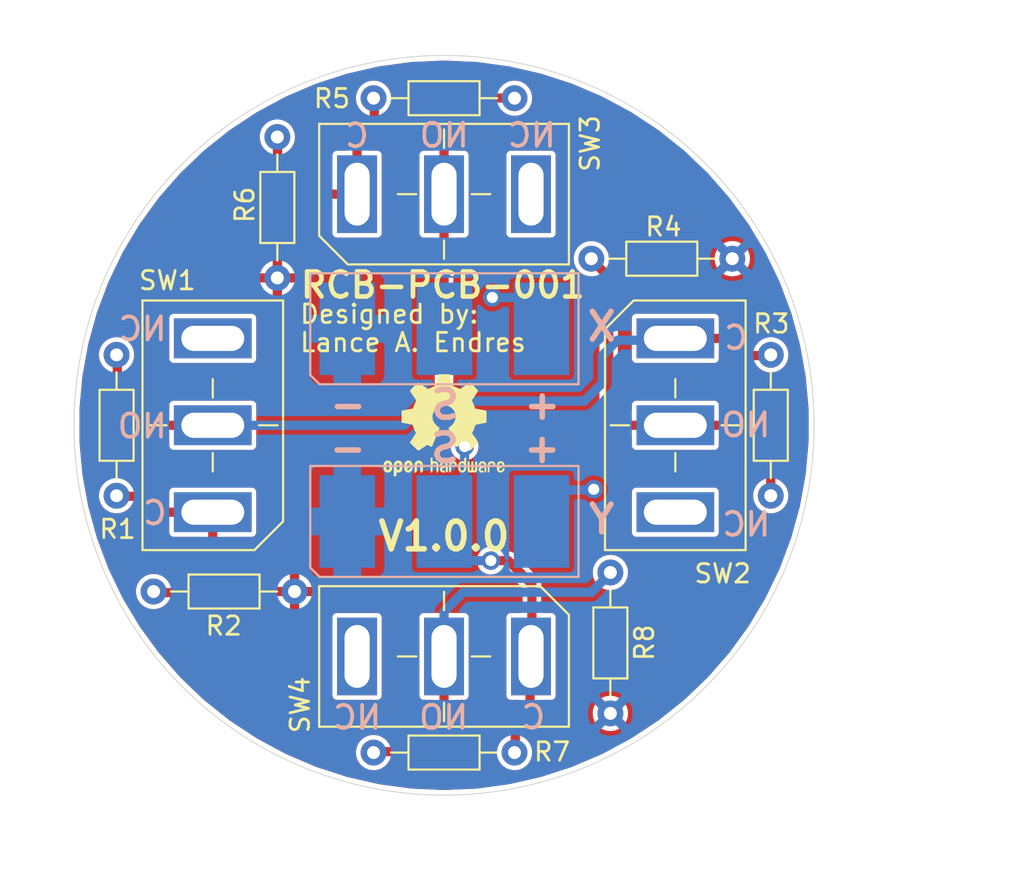
<source format=kicad_pcb>
(kicad_pcb (version 20171130) (host pcbnew "(5.1.5)-3")

  (general
    (thickness 1.6)
    (drawings 8)
    (tracks 74)
    (zones 0)
    (modules 19)
    (nets 9)
  )

  (page A4)
  (layers
    (0 F.Cu signal)
    (31 B.Cu signal)
    (32 B.Adhes user)
    (33 F.Adhes user)
    (34 B.Paste user)
    (35 F.Paste user)
    (36 B.SilkS user)
    (37 F.SilkS user)
    (38 B.Mask user)
    (39 F.Mask user)
    (40 Dwgs.User user)
    (41 Cmts.User user)
    (42 Eco1.User user)
    (43 Eco2.User user)
    (44 Edge.Cuts user)
    (45 Margin user)
    (46 B.CrtYd user)
    (47 F.CrtYd user)
    (48 B.Fab user)
    (49 F.Fab user hide)
  )

  (setup
    (last_trace_width 0.5)
    (trace_clearance 0.25)
    (zone_clearance 0.25)
    (zone_45_only no)
    (trace_min 0.2)
    (via_size 1)
    (via_drill 0.6)
    (via_min_size 0.4)
    (via_min_drill 0.3)
    (uvia_size 0.3)
    (uvia_drill 0.1)
    (uvias_allowed no)
    (uvia_min_size 0.2)
    (uvia_min_drill 0.1)
    (edge_width 0.05)
    (segment_width 0.2)
    (pcb_text_width 0.3)
    (pcb_text_size 1.5 1.5)
    (mod_edge_width 0.12)
    (mod_text_size 1 1)
    (mod_text_width 0.15)
    (pad_size 1.524 1.524)
    (pad_drill 0.762)
    (pad_to_mask_clearance 0.051)
    (solder_mask_min_width 0.25)
    (aux_axis_origin 0 0)
    (grid_origin 150 100)
    (visible_elements 7FFFFFFF)
    (pcbplotparams
      (layerselection 0x010fc_ffffffff)
      (usegerberextensions false)
      (usegerberattributes false)
      (usegerberadvancedattributes false)
      (creategerberjobfile false)
      (excludeedgelayer false)
      (linewidth 0.100000)
      (plotframeref false)
      (viasonmask true)
      (mode 1)
      (useauxorigin false)
      (hpglpennumber 1)
      (hpglpenspeed 20)
      (hpglpendiameter 15.000000)
      (psnegative false)
      (psa4output false)
      (plotreference true)
      (plotvalue true)
      (plotinvisibletext false)
      (padsonsilk false)
      (subtractmaskfromsilk false)
      (outputformat 3)
      (mirror false)
      (drillshape 1)
      (scaleselection 1)
      (outputdirectory "./"))
  )

  (net 0 "")
  (net 1 VBUS)
  (net 2 "Net-(R3-Pad1)")
  (net 3 GND)
  (net 4 "Net-(R7-Pad1)")
  (net 5 /YWIRE)
  (net 6 /XWIRE)
  (net 7 "Net-(R1-Pad2)")
  (net 8 "Net-(R5-Pad2)")

  (net_class Default "This is the default net class."
    (clearance 0.25)
    (trace_width 0.5)
    (via_dia 1)
    (via_drill 0.6)
    (uvia_dia 0.3)
    (uvia_drill 0.1)
    (add_net /XWIRE)
    (add_net /YWIRE)
    (add_net GND)
    (add_net "Net-(R1-Pad2)")
    (add_net "Net-(R3-Pad1)")
    (add_net "Net-(R5-Pad2)")
    (add_net "Net-(R7-Pad1)")
    (add_net VBUS)
  )

  (module Resistor_THT:R_Axial_DIN0204_L3.6mm_D1.6mm_P7.62mm_Horizontal (layer F.Cu) (tedit 5AE5139B) (tstamp 5F4BC382)
    (at 165.58 90.99 180)
    (descr "Resistor, Axial_DIN0204 series, Axial, Horizontal, pin pitch=7.62mm, 0.167W, length*diameter=3.6*1.6mm^2, http://cdn-reichelt.de/documents/datenblatt/B400/1_4W%23YAG.pdf")
    (tags "Resistor Axial_DIN0204 series Axial Horizontal pin pitch 7.62mm 0.167W length 3.6mm diameter 1.6mm")
    (path /5F3F7F70)
    (fp_text reference R4 (at 3.72 1.72) (layer F.SilkS)
      (effects (font (size 1 1) (thickness 0.15)))
    )
    (fp_text value 2.2k (at 3.81 1.92) (layer F.Fab)
      (effects (font (size 1 1) (thickness 0.15)))
    )
    (fp_text user %R (at 3.81 0) (layer F.Fab)
      (effects (font (size 0.72 0.72) (thickness 0.108)))
    )
    (fp_line (start 8.57 -1.05) (end -0.95 -1.05) (layer F.CrtYd) (width 0.05))
    (fp_line (start 8.57 1.05) (end 8.57 -1.05) (layer F.CrtYd) (width 0.05))
    (fp_line (start -0.95 1.05) (end 8.57 1.05) (layer F.CrtYd) (width 0.05))
    (fp_line (start -0.95 -1.05) (end -0.95 1.05) (layer F.CrtYd) (width 0.05))
    (fp_line (start 6.68 0) (end 5.73 0) (layer F.SilkS) (width 0.12))
    (fp_line (start 0.94 0) (end 1.89 0) (layer F.SilkS) (width 0.12))
    (fp_line (start 5.73 -0.92) (end 1.89 -0.92) (layer F.SilkS) (width 0.12))
    (fp_line (start 5.73 0.92) (end 5.73 -0.92) (layer F.SilkS) (width 0.12))
    (fp_line (start 1.89 0.92) (end 5.73 0.92) (layer F.SilkS) (width 0.12))
    (fp_line (start 1.89 -0.92) (end 1.89 0.92) (layer F.SilkS) (width 0.12))
    (fp_line (start 7.62 0) (end 5.61 0) (layer F.Fab) (width 0.1))
    (fp_line (start 0 0) (end 2.01 0) (layer F.Fab) (width 0.1))
    (fp_line (start 5.61 -0.8) (end 2.01 -0.8) (layer F.Fab) (width 0.1))
    (fp_line (start 5.61 0.8) (end 5.61 -0.8) (layer F.Fab) (width 0.1))
    (fp_line (start 2.01 0.8) (end 5.61 0.8) (layer F.Fab) (width 0.1))
    (fp_line (start 2.01 -0.8) (end 2.01 0.8) (layer F.Fab) (width 0.1))
    (pad 2 thru_hole oval (at 7.62 0 180) (size 1.4 1.4) (drill 0.7) (layers *.Cu *.Mask)
      (net 2 "Net-(R3-Pad1)"))
    (pad 1 thru_hole circle (at 0 0 180) (size 1.4 1.4) (drill 0.7) (layers *.Cu *.Mask)
      (net 3 GND))
    (model ${KISYS3DMOD}/Resistor_THT.3dshapes/R_Axial_DIN0204_L3.6mm_D1.6mm_P7.62mm_Horizontal.wrl
      (at (xyz 0 0 0))
      (scale (xyz 1 1 1))
      (rotate (xyz 0 0 0))
    )
  )

  (module Resistor_THT:R_Axial_DIN0204_L3.6mm_D1.6mm_P7.62mm_Horizontal (layer F.Cu) (tedit 5AE5139B) (tstamp 5F3A75A0)
    (at 167.66 103.81 90)
    (descr "Resistor, Axial_DIN0204 series, Axial, Horizontal, pin pitch=7.62mm, 0.167W, length*diameter=3.6*1.6mm^2, http://cdn-reichelt.de/documents/datenblatt/B400/1_4W%23YAG.pdf")
    (tags "Resistor Axial_DIN0204 series Axial Horizontal pin pitch 7.62mm 0.167W length 3.6mm diameter 1.6mm")
    (path /5F3F7F96)
    (fp_text reference R3 (at 9.3 0.03 180) (layer F.SilkS)
      (effects (font (size 1 1) (thickness 0.15)))
    )
    (fp_text value 2.2k (at 3.81 1.92 90) (layer F.Fab)
      (effects (font (size 1 1) (thickness 0.15)))
    )
    (fp_line (start 2.01 -0.8) (end 2.01 0.8) (layer F.Fab) (width 0.1))
    (fp_line (start 2.01 0.8) (end 5.61 0.8) (layer F.Fab) (width 0.1))
    (fp_line (start 5.61 0.8) (end 5.61 -0.8) (layer F.Fab) (width 0.1))
    (fp_line (start 5.61 -0.8) (end 2.01 -0.8) (layer F.Fab) (width 0.1))
    (fp_line (start 0 0) (end 2.01 0) (layer F.Fab) (width 0.1))
    (fp_line (start 7.62 0) (end 5.61 0) (layer F.Fab) (width 0.1))
    (fp_line (start 1.89 -0.92) (end 1.89 0.92) (layer F.SilkS) (width 0.12))
    (fp_line (start 1.89 0.92) (end 5.73 0.92) (layer F.SilkS) (width 0.12))
    (fp_line (start 5.73 0.92) (end 5.73 -0.92) (layer F.SilkS) (width 0.12))
    (fp_line (start 5.73 -0.92) (end 1.89 -0.92) (layer F.SilkS) (width 0.12))
    (fp_line (start 0.94 0) (end 1.89 0) (layer F.SilkS) (width 0.12))
    (fp_line (start 6.68 0) (end 5.73 0) (layer F.SilkS) (width 0.12))
    (fp_line (start -0.95 -1.05) (end -0.95 1.05) (layer F.CrtYd) (width 0.05))
    (fp_line (start -0.95 1.05) (end 8.57 1.05) (layer F.CrtYd) (width 0.05))
    (fp_line (start 8.57 1.05) (end 8.57 -1.05) (layer F.CrtYd) (width 0.05))
    (fp_line (start 8.57 -1.05) (end -0.95 -1.05) (layer F.CrtYd) (width 0.05))
    (fp_text user %R (at 3.81 0 90) (layer F.Fab)
      (effects (font (size 0.72 0.72) (thickness 0.108)))
    )
    (pad 1 thru_hole circle (at 0 0 90) (size 1.4 1.4) (drill 0.7) (layers *.Cu *.Mask)
      (net 2 "Net-(R3-Pad1)"))
    (pad 2 thru_hole oval (at 7.62 0 90) (size 1.4 1.4) (drill 0.7) (layers *.Cu *.Mask)
      (net 6 /XWIRE))
    (model ${KISYS3DMOD}/Resistor_THT.3dshapes/R_Axial_DIN0204_L3.6mm_D1.6mm_P7.62mm_Horizontal.wrl
      (at (xyz 0 0 0))
      (scale (xyz 1 1 1))
      (rotate (xyz 0 0 0))
    )
  )

  (module Resistor_THT:R_Axial_DIN0204_L3.6mm_D1.6mm_P7.62mm_Horizontal (layer F.Cu) (tedit 5AE5139B) (tstamp 5F3A3A35)
    (at 132.3 96.19 270)
    (descr "Resistor, Axial_DIN0204 series, Axial, Horizontal, pin pitch=7.62mm, 0.167W, length*diameter=3.6*1.6mm^2, http://cdn-reichelt.de/documents/datenblatt/B400/1_4W%23YAG.pdf")
    (tags "Resistor Axial_DIN0204 series Axial Horizontal pin pitch 7.62mm 0.167W length 3.6mm diameter 1.6mm")
    (path /5F3F7F80)
    (fp_text reference R1 (at 9.43 -0.05 180) (layer F.SilkS)
      (effects (font (size 1 1) (thickness 0.15)))
    )
    (fp_text value 2.2k (at 3.81 1.92 90) (layer F.Fab)
      (effects (font (size 1 1) (thickness 0.15)))
    )
    (fp_line (start 2.01 -0.8) (end 2.01 0.8) (layer F.Fab) (width 0.1))
    (fp_line (start 2.01 0.8) (end 5.61 0.8) (layer F.Fab) (width 0.1))
    (fp_line (start 5.61 0.8) (end 5.61 -0.8) (layer F.Fab) (width 0.1))
    (fp_line (start 5.61 -0.8) (end 2.01 -0.8) (layer F.Fab) (width 0.1))
    (fp_line (start 0 0) (end 2.01 0) (layer F.Fab) (width 0.1))
    (fp_line (start 7.62 0) (end 5.61 0) (layer F.Fab) (width 0.1))
    (fp_line (start 1.89 -0.92) (end 1.89 0.92) (layer F.SilkS) (width 0.12))
    (fp_line (start 1.89 0.92) (end 5.73 0.92) (layer F.SilkS) (width 0.12))
    (fp_line (start 5.73 0.92) (end 5.73 -0.92) (layer F.SilkS) (width 0.12))
    (fp_line (start 5.73 -0.92) (end 1.89 -0.92) (layer F.SilkS) (width 0.12))
    (fp_line (start 0.94 0) (end 1.89 0) (layer F.SilkS) (width 0.12))
    (fp_line (start 6.68 0) (end 5.73 0) (layer F.SilkS) (width 0.12))
    (fp_line (start -0.95 -1.05) (end -0.95 1.05) (layer F.CrtYd) (width 0.05))
    (fp_line (start -0.95 1.05) (end 8.57 1.05) (layer F.CrtYd) (width 0.05))
    (fp_line (start 8.57 1.05) (end 8.57 -1.05) (layer F.CrtYd) (width 0.05))
    (fp_line (start 8.57 -1.05) (end -0.95 -1.05) (layer F.CrtYd) (width 0.05))
    (fp_text user %R (at 3.81 0 90) (layer F.Fab)
      (effects (font (size 0.72 0.72) (thickness 0.108)))
    )
    (pad 1 thru_hole circle (at 0 0 270) (size 1.4 1.4) (drill 0.7) (layers *.Cu *.Mask)
      (net 6 /XWIRE))
    (pad 2 thru_hole oval (at 7.62 0 270) (size 1.4 1.4) (drill 0.7) (layers *.Cu *.Mask)
      (net 7 "Net-(R1-Pad2)"))
    (model ${KISYS3DMOD}/Resistor_THT.3dshapes/R_Axial_DIN0204_L3.6mm_D1.6mm_P7.62mm_Horizontal.wrl
      (at (xyz 0 0 0))
      (scale (xyz 1 1 1))
      (rotate (xyz 0 0 0))
    )
  )

  (module Resistor_THT:R_Axial_DIN0204_L3.6mm_D1.6mm_P7.62mm_Horizontal (layer F.Cu) (tedit 5AE5139B) (tstamp 5F3A3A1E)
    (at 134.3 108.99)
    (descr "Resistor, Axial_DIN0204 series, Axial, Horizontal, pin pitch=7.62mm, 0.167W, length*diameter=3.6*1.6mm^2, http://cdn-reichelt.de/documents/datenblatt/B400/1_4W%23YAG.pdf")
    (tags "Resistor Axial_DIN0204 series Axial Horizontal pin pitch 7.62mm 0.167W length 3.6mm diameter 1.6mm")
    (path /5F3F7F51)
    (fp_text reference R2 (at 3.79 1.86) (layer F.SilkS)
      (effects (font (size 1 1) (thickness 0.15)))
    )
    (fp_text value 2.2k (at 3.81 1.92) (layer F.Fab)
      (effects (font (size 1 1) (thickness 0.15)))
    )
    (fp_text user %R (at 3.81 0) (layer F.Fab)
      (effects (font (size 0.72 0.72) (thickness 0.108)))
    )
    (fp_line (start 8.57 -1.05) (end -0.95 -1.05) (layer F.CrtYd) (width 0.05))
    (fp_line (start 8.57 1.05) (end 8.57 -1.05) (layer F.CrtYd) (width 0.05))
    (fp_line (start -0.95 1.05) (end 8.57 1.05) (layer F.CrtYd) (width 0.05))
    (fp_line (start -0.95 -1.05) (end -0.95 1.05) (layer F.CrtYd) (width 0.05))
    (fp_line (start 6.68 0) (end 5.73 0) (layer F.SilkS) (width 0.12))
    (fp_line (start 0.94 0) (end 1.89 0) (layer F.SilkS) (width 0.12))
    (fp_line (start 5.73 -0.92) (end 1.89 -0.92) (layer F.SilkS) (width 0.12))
    (fp_line (start 5.73 0.92) (end 5.73 -0.92) (layer F.SilkS) (width 0.12))
    (fp_line (start 1.89 0.92) (end 5.73 0.92) (layer F.SilkS) (width 0.12))
    (fp_line (start 1.89 -0.92) (end 1.89 0.92) (layer F.SilkS) (width 0.12))
    (fp_line (start 7.62 0) (end 5.61 0) (layer F.Fab) (width 0.1))
    (fp_line (start 0 0) (end 2.01 0) (layer F.Fab) (width 0.1))
    (fp_line (start 5.61 -0.8) (end 2.01 -0.8) (layer F.Fab) (width 0.1))
    (fp_line (start 5.61 0.8) (end 5.61 -0.8) (layer F.Fab) (width 0.1))
    (fp_line (start 2.01 0.8) (end 5.61 0.8) (layer F.Fab) (width 0.1))
    (fp_line (start 2.01 -0.8) (end 2.01 0.8) (layer F.Fab) (width 0.1))
    (pad 2 thru_hole oval (at 7.62 0) (size 1.4 1.4) (drill 0.7) (layers *.Cu *.Mask)
      (net 1 VBUS))
    (pad 1 thru_hole circle (at 0 0) (size 1.4 1.4) (drill 0.7) (layers *.Cu *.Mask)
      (net 7 "Net-(R1-Pad2)"))
    (model ${KISYS3DMOD}/Resistor_THT.3dshapes/R_Axial_DIN0204_L3.6mm_D1.6mm_P7.62mm_Horizontal.wrl
      (at (xyz 0 0 0))
      (scale (xyz 1 1 1))
      (rotate (xyz 0 0 0))
    )
  )

  (module Resistor_THT:R_Axial_DIN0204_L3.6mm_D1.6mm_P7.62mm_Horizontal (layer F.Cu) (tedit 5AE5139B) (tstamp 5F45B2FF)
    (at 158.99 115.58 90)
    (descr "Resistor, Axial_DIN0204 series, Axial, Horizontal, pin pitch=7.62mm, 0.167W, length*diameter=3.6*1.6mm^2, http://cdn-reichelt.de/documents/datenblatt/B400/1_4W%23YAG.pdf")
    (tags "Resistor Axial_DIN0204 series Axial Horizontal pin pitch 7.62mm 0.167W length 3.6mm diameter 1.6mm")
    (path /5F3C8E60)
    (fp_text reference R8 (at 3.82 1.84 90) (layer F.SilkS)
      (effects (font (size 1 1) (thickness 0.15)))
    )
    (fp_text value 2.2k (at 3.81 1.92 90) (layer F.Fab)
      (effects (font (size 1 1) (thickness 0.15)))
    )
    (fp_text user %R (at 3.81 0 90) (layer F.Fab)
      (effects (font (size 0.72 0.72) (thickness 0.108)))
    )
    (fp_line (start 8.57 -1.05) (end -0.95 -1.05) (layer F.CrtYd) (width 0.05))
    (fp_line (start 8.57 1.05) (end 8.57 -1.05) (layer F.CrtYd) (width 0.05))
    (fp_line (start -0.95 1.05) (end 8.57 1.05) (layer F.CrtYd) (width 0.05))
    (fp_line (start -0.95 -1.05) (end -0.95 1.05) (layer F.CrtYd) (width 0.05))
    (fp_line (start 6.68 0) (end 5.73 0) (layer F.SilkS) (width 0.12))
    (fp_line (start 0.94 0) (end 1.89 0) (layer F.SilkS) (width 0.12))
    (fp_line (start 5.73 -0.92) (end 1.89 -0.92) (layer F.SilkS) (width 0.12))
    (fp_line (start 5.73 0.92) (end 5.73 -0.92) (layer F.SilkS) (width 0.12))
    (fp_line (start 1.89 0.92) (end 5.73 0.92) (layer F.SilkS) (width 0.12))
    (fp_line (start 1.89 -0.92) (end 1.89 0.92) (layer F.SilkS) (width 0.12))
    (fp_line (start 7.62 0) (end 5.61 0) (layer F.Fab) (width 0.1))
    (fp_line (start 0 0) (end 2.01 0) (layer F.Fab) (width 0.1))
    (fp_line (start 5.61 -0.8) (end 2.01 -0.8) (layer F.Fab) (width 0.1))
    (fp_line (start 5.61 0.8) (end 5.61 -0.8) (layer F.Fab) (width 0.1))
    (fp_line (start 2.01 0.8) (end 5.61 0.8) (layer F.Fab) (width 0.1))
    (fp_line (start 2.01 -0.8) (end 2.01 0.8) (layer F.Fab) (width 0.1))
    (pad 2 thru_hole oval (at 7.62 0 90) (size 1.4 1.4) (drill 0.7) (layers *.Cu *.Mask)
      (net 4 "Net-(R7-Pad1)"))
    (pad 1 thru_hole circle (at 0 0 90) (size 1.4 1.4) (drill 0.7) (layers *.Cu *.Mask)
      (net 3 GND))
    (model ${KISYS3DMOD}/Resistor_THT.3dshapes/R_Axial_DIN0204_L3.6mm_D1.6mm_P7.62mm_Horizontal.wrl
      (at (xyz 0 0 0))
      (scale (xyz 1 1 1))
      (rotate (xyz 0 0 0))
    )
  )

  (module Resistor_THT:R_Axial_DIN0204_L3.6mm_D1.6mm_P7.62mm_Horizontal (layer F.Cu) (tedit 5AE5139B) (tstamp 5F3A39F0)
    (at 146.19 117.7)
    (descr "Resistor, Axial_DIN0204 series, Axial, Horizontal, pin pitch=7.62mm, 0.167W, length*diameter=3.6*1.6mm^2, http://cdn-reichelt.de/documents/datenblatt/B400/1_4W%23YAG.pdf")
    (tags "Resistor Axial_DIN0204 series Axial Horizontal pin pitch 7.62mm 0.167W length 3.6mm diameter 1.6mm")
    (path /5F3E984E)
    (fp_text reference R7 (at 9.65 -0.04) (layer F.SilkS)
      (effects (font (size 1 1) (thickness 0.15)))
    )
    (fp_text value 2.2k (at 3.81 1.92) (layer F.Fab)
      (effects (font (size 1 1) (thickness 0.15)))
    )
    (fp_line (start 2.01 -0.8) (end 2.01 0.8) (layer F.Fab) (width 0.1))
    (fp_line (start 2.01 0.8) (end 5.61 0.8) (layer F.Fab) (width 0.1))
    (fp_line (start 5.61 0.8) (end 5.61 -0.8) (layer F.Fab) (width 0.1))
    (fp_line (start 5.61 -0.8) (end 2.01 -0.8) (layer F.Fab) (width 0.1))
    (fp_line (start 0 0) (end 2.01 0) (layer F.Fab) (width 0.1))
    (fp_line (start 7.62 0) (end 5.61 0) (layer F.Fab) (width 0.1))
    (fp_line (start 1.89 -0.92) (end 1.89 0.92) (layer F.SilkS) (width 0.12))
    (fp_line (start 1.89 0.92) (end 5.73 0.92) (layer F.SilkS) (width 0.12))
    (fp_line (start 5.73 0.92) (end 5.73 -0.92) (layer F.SilkS) (width 0.12))
    (fp_line (start 5.73 -0.92) (end 1.89 -0.92) (layer F.SilkS) (width 0.12))
    (fp_line (start 0.94 0) (end 1.89 0) (layer F.SilkS) (width 0.12))
    (fp_line (start 6.68 0) (end 5.73 0) (layer F.SilkS) (width 0.12))
    (fp_line (start -0.95 -1.05) (end -0.95 1.05) (layer F.CrtYd) (width 0.05))
    (fp_line (start -0.95 1.05) (end 8.57 1.05) (layer F.CrtYd) (width 0.05))
    (fp_line (start 8.57 1.05) (end 8.57 -1.05) (layer F.CrtYd) (width 0.05))
    (fp_line (start 8.57 -1.05) (end -0.95 -1.05) (layer F.CrtYd) (width 0.05))
    (fp_text user %R (at 3.81 0) (layer F.Fab)
      (effects (font (size 0.72 0.72) (thickness 0.108)))
    )
    (pad 1 thru_hole circle (at 0 0) (size 1.4 1.4) (drill 0.7) (layers *.Cu *.Mask)
      (net 4 "Net-(R7-Pad1)"))
    (pad 2 thru_hole oval (at 7.62 0) (size 1.4 1.4) (drill 0.7) (layers *.Cu *.Mask)
      (net 5 /YWIRE))
    (model ${KISYS3DMOD}/Resistor_THT.3dshapes/R_Axial_DIN0204_L3.6mm_D1.6mm_P7.62mm_Horizontal.wrl
      (at (xyz 0 0 0))
      (scale (xyz 1 1 1))
      (rotate (xyz 0 0 0))
    )
  )

  (module Resistor_THT:R_Axial_DIN0204_L3.6mm_D1.6mm_P7.62mm_Horizontal (layer F.Cu) (tedit 5AE5139B) (tstamp 5F3A39D9)
    (at 153.81 82.31 180)
    (descr "Resistor, Axial_DIN0204 series, Axial, Horizontal, pin pitch=7.62mm, 0.167W, length*diameter=3.6*1.6mm^2, http://cdn-reichelt.de/documents/datenblatt/B400/1_4W%23YAG.pdf")
    (tags "Resistor Axial_DIN0204 series Axial Horizontal pin pitch 7.62mm 0.167W length 3.6mm diameter 1.6mm")
    (path /5F3E16E2)
    (fp_text reference R5 (at 9.87 -0.02 180) (layer F.SilkS)
      (effects (font (size 1 1) (thickness 0.15)))
    )
    (fp_text value 2.2k (at 3.81 1.92) (layer F.Fab)
      (effects (font (size 1 1) (thickness 0.15)))
    )
    (fp_line (start 2.01 -0.8) (end 2.01 0.8) (layer F.Fab) (width 0.1))
    (fp_line (start 2.01 0.8) (end 5.61 0.8) (layer F.Fab) (width 0.1))
    (fp_line (start 5.61 0.8) (end 5.61 -0.8) (layer F.Fab) (width 0.1))
    (fp_line (start 5.61 -0.8) (end 2.01 -0.8) (layer F.Fab) (width 0.1))
    (fp_line (start 0 0) (end 2.01 0) (layer F.Fab) (width 0.1))
    (fp_line (start 7.62 0) (end 5.61 0) (layer F.Fab) (width 0.1))
    (fp_line (start 1.89 -0.92) (end 1.89 0.92) (layer F.SilkS) (width 0.12))
    (fp_line (start 1.89 0.92) (end 5.73 0.92) (layer F.SilkS) (width 0.12))
    (fp_line (start 5.73 0.92) (end 5.73 -0.92) (layer F.SilkS) (width 0.12))
    (fp_line (start 5.73 -0.92) (end 1.89 -0.92) (layer F.SilkS) (width 0.12))
    (fp_line (start 0.94 0) (end 1.89 0) (layer F.SilkS) (width 0.12))
    (fp_line (start 6.68 0) (end 5.73 0) (layer F.SilkS) (width 0.12))
    (fp_line (start -0.95 -1.05) (end -0.95 1.05) (layer F.CrtYd) (width 0.05))
    (fp_line (start -0.95 1.05) (end 8.57 1.05) (layer F.CrtYd) (width 0.05))
    (fp_line (start 8.57 1.05) (end 8.57 -1.05) (layer F.CrtYd) (width 0.05))
    (fp_line (start 8.57 -1.05) (end -0.95 -1.05) (layer F.CrtYd) (width 0.05))
    (fp_text user %R (at 3.81 0) (layer F.Fab)
      (effects (font (size 0.72 0.72) (thickness 0.108)))
    )
    (pad 1 thru_hole circle (at 0 0 180) (size 1.4 1.4) (drill 0.7) (layers *.Cu *.Mask)
      (net 5 /YWIRE))
    (pad 2 thru_hole oval (at 7.62 0 180) (size 1.4 1.4) (drill 0.7) (layers *.Cu *.Mask)
      (net 8 "Net-(R5-Pad2)"))
    (model ${KISYS3DMOD}/Resistor_THT.3dshapes/R_Axial_DIN0204_L3.6mm_D1.6mm_P7.62mm_Horizontal.wrl
      (at (xyz 0 0 0))
      (scale (xyz 1 1 1))
      (rotate (xyz 0 0 0))
    )
  )

  (module Resistor_THT:R_Axial_DIN0204_L3.6mm_D1.6mm_P7.62mm_Horizontal (layer F.Cu) (tedit 5AE5139B) (tstamp 5F3A39C2)
    (at 140.99 84.41 270)
    (descr "Resistor, Axial_DIN0204 series, Axial, Horizontal, pin pitch=7.62mm, 0.167W, length*diameter=3.6*1.6mm^2, http://cdn-reichelt.de/documents/datenblatt/B400/1_4W%23YAG.pdf")
    (tags "Resistor Axial_DIN0204 series Axial Horizontal pin pitch 7.62mm 0.167W length 3.6mm diameter 1.6mm")
    (path /5F3A1FD9)
    (fp_text reference R6 (at 3.67 1.76 90) (layer F.SilkS)
      (effects (font (size 1 1) (thickness 0.15)))
    )
    (fp_text value 2.2k (at 3.81 1.92 90) (layer F.Fab)
      (effects (font (size 1 1) (thickness 0.15)))
    )
    (fp_text user %R (at 3.81 0 90) (layer F.Fab)
      (effects (font (size 0.72 0.72) (thickness 0.108)))
    )
    (fp_line (start 8.57 -1.05) (end -0.95 -1.05) (layer F.CrtYd) (width 0.05))
    (fp_line (start 8.57 1.05) (end 8.57 -1.05) (layer F.CrtYd) (width 0.05))
    (fp_line (start -0.95 1.05) (end 8.57 1.05) (layer F.CrtYd) (width 0.05))
    (fp_line (start -0.95 -1.05) (end -0.95 1.05) (layer F.CrtYd) (width 0.05))
    (fp_line (start 6.68 0) (end 5.73 0) (layer F.SilkS) (width 0.12))
    (fp_line (start 0.94 0) (end 1.89 0) (layer F.SilkS) (width 0.12))
    (fp_line (start 5.73 -0.92) (end 1.89 -0.92) (layer F.SilkS) (width 0.12))
    (fp_line (start 5.73 0.92) (end 5.73 -0.92) (layer F.SilkS) (width 0.12))
    (fp_line (start 1.89 0.92) (end 5.73 0.92) (layer F.SilkS) (width 0.12))
    (fp_line (start 1.89 -0.92) (end 1.89 0.92) (layer F.SilkS) (width 0.12))
    (fp_line (start 7.62 0) (end 5.61 0) (layer F.Fab) (width 0.1))
    (fp_line (start 0 0) (end 2.01 0) (layer F.Fab) (width 0.1))
    (fp_line (start 5.61 -0.8) (end 2.01 -0.8) (layer F.Fab) (width 0.1))
    (fp_line (start 5.61 0.8) (end 5.61 -0.8) (layer F.Fab) (width 0.1))
    (fp_line (start 2.01 0.8) (end 5.61 0.8) (layer F.Fab) (width 0.1))
    (fp_line (start 2.01 -0.8) (end 2.01 0.8) (layer F.Fab) (width 0.1))
    (pad 2 thru_hole oval (at 7.62 0 270) (size 1.4 1.4) (drill 0.7) (layers *.Cu *.Mask)
      (net 1 VBUS))
    (pad 1 thru_hole circle (at 0 0 270) (size 1.4 1.4) (drill 0.7) (layers *.Cu *.Mask)
      (net 8 "Net-(R5-Pad2)"))
    (model ${KISYS3DMOD}/Resistor_THT.3dshapes/R_Axial_DIN0204_L3.6mm_D1.6mm_P7.62mm_Horizontal.wrl
      (at (xyz 0 0 0))
      (scale (xyz 1 1 1))
      (rotate (xyz 0 0 0))
    )
  )

  (module Button_Switches_LE:8125SHZ (layer F.Cu) (tedit 5F3DE9A0) (tstamp 5F4BBF75)
    (at 150 87.5 90)
    (descr "Pushbutton Switch SPDT Standard Panel Mount, Rear")
    (path /5F399E22)
    (fp_text reference SW3 (at 2.74 7.89 270) (layer F.SilkS)
      (effects (font (size 1 1) (thickness 0.15)))
    )
    (fp_text value SW_Push_SPDT_1_3_2 (at 0.15 7.95 90) (layer F.Fab)
      (effects (font (size 1 1) (thickness 0.15)))
    )
    (fp_line (start -2.5 0) (end -3.5 0) (layer F.SilkS) (width 0.12))
    (fp_line (start 3.5 0) (end 2.5 0) (layer F.SilkS) (width 0.12))
    (fp_line (start 0 2.5) (end 0 1.5) (layer F.SilkS) (width 0.12))
    (fp_line (start 0 -1.5) (end 0 -2.5) (layer F.SilkS) (width 0.12))
    (fp_text user NC (at 3.179524 6.1525 unlocked) (layer B.SilkS)
      (effects (font (size 1.25 1.25) (thickness 0.2)) (justify left mirror))
    )
    (fp_text user NO (at 3.179524 1.4525 unlocked) (layer B.SilkS)
      (effects (font (size 1.25 1.25) (thickness 0.2)) (justify left mirror))
    )
    (fp_text user C (at 3.159524 -3.9475 unlocked) (layer B.SilkS)
      (effects (font (size 1.25 1.25) (thickness 0.2)) (justify left mirror))
    )
    (fp_line (start -2.25 -6.75) (end -3.8 -5.2) (layer F.SilkS) (width 0.12))
    (fp_line (start -4 7) (end -4 -7) (layer F.CrtYd) (width 0.05))
    (fp_line (start 4 7) (end -4 7) (layer F.CrtYd) (width 0.05))
    (fp_line (start 4 -7) (end 4 7) (layer F.CrtYd) (width 0.05))
    (fp_line (start -4 -7) (end 4 -7) (layer F.CrtYd) (width 0.05))
    (fp_line (start -3.8 6.75) (end -3.8 -5.2) (layer F.SilkS) (width 0.12))
    (fp_line (start 3.8 6.75) (end -3.8 6.75) (layer F.SilkS) (width 0.12))
    (fp_line (start 3.8 -6.75) (end 3.8 6.75) (layer F.SilkS) (width 0.12))
    (fp_line (start -2.25 -6.75) (end 3.8 -6.75) (layer F.SilkS) (width 0.12))
    (fp_line (start -3.43 6.35) (end -3.43 -6.35) (layer F.Fab) (width 0.1))
    (fp_line (start 3.43 6.35) (end -3.43 6.35) (layer F.Fab) (width 0.1))
    (fp_line (start 3.43 -6.35) (end 3.43 6.35) (layer F.Fab) (width 0.1))
    (fp_line (start -3.43 -6.35) (end 3.43 -6.35) (layer F.Fab) (width 0.1))
    (pad 3 thru_hole rect (at 0 4.7 90) (size 4.2 2.16) (drill oval 3.4 1.36) (layers *.Cu *.Mask))
    (pad 2 thru_hole rect (at 0 0 90) (size 4.2 2.16) (drill oval 3.4 1.36) (layers *.Cu *.Mask)
      (net 5 /YWIRE))
    (pad 1 thru_hole rect (at 0 -4.7 90) (size 4.2 2.16) (drill oval 3.4 1.36) (layers *.Cu *.Mask)
      (net 8 "Net-(R5-Pad2)"))
    (model ${LE3DMOD}/8125SHZBE.step
      (offset (xyz 0 0 10))
      (scale (xyz 1 1 1))
      (rotate (xyz -90 0 90))
    )
  )

  (module Button_Switches_LE:8125SHZ (layer F.Cu) (tedit 5F3DE9A0) (tstamp 5F3A748C)
    (at 150 112.5 270)
    (descr "Pushbutton Switch SPDT Standard Panel Mount, Rear")
    (path /5F39ACE8)
    (fp_text reference SW4 (at 2.62 7.78 270) (layer F.SilkS)
      (effects (font (size 1 1) (thickness 0.15)))
    )
    (fp_text value SW_Push_SPDT_1_3_2 (at 0.15 7.95 90) (layer F.Fab)
      (effects (font (size 1 1) (thickness 0.15)))
    )
    (fp_line (start -2.5 0) (end -3.5 0) (layer F.SilkS) (width 0.12))
    (fp_line (start 3.5 0) (end 2.5 0) (layer F.SilkS) (width 0.12))
    (fp_line (start 0 2.5) (end 0 1.5) (layer F.SilkS) (width 0.12))
    (fp_line (start 0 -1.5) (end 0 -2.5) (layer F.SilkS) (width 0.12))
    (fp_text user NC (at 3.299524 3.2825 unlocked) (layer B.SilkS)
      (effects (font (size 1.25 1.25) (thickness 0.2)) (justify left mirror))
    )
    (fp_text user NO (at 3.299524 -1.4175 unlocked) (layer B.SilkS)
      (effects (font (size 1.25 1.25) (thickness 0.2)) (justify left mirror))
    )
    (fp_text user C (at 3.29 -5.59 unlocked) (layer B.SilkS)
      (effects (font (size 1.25 1.25) (thickness 0.2)) (justify left mirror))
    )
    (fp_line (start -2.25 -6.75) (end -3.8 -5.2) (layer F.SilkS) (width 0.12))
    (fp_line (start -4 7) (end -4 -7) (layer F.CrtYd) (width 0.05))
    (fp_line (start 4 7) (end -4 7) (layer F.CrtYd) (width 0.05))
    (fp_line (start 4 -7) (end 4 7) (layer F.CrtYd) (width 0.05))
    (fp_line (start -4 -7) (end 4 -7) (layer F.CrtYd) (width 0.05))
    (fp_line (start -3.8 6.75) (end -3.8 -5.2) (layer F.SilkS) (width 0.12))
    (fp_line (start 3.8 6.75) (end -3.8 6.75) (layer F.SilkS) (width 0.12))
    (fp_line (start 3.8 -6.75) (end 3.8 6.75) (layer F.SilkS) (width 0.12))
    (fp_line (start -2.25 -6.75) (end 3.8 -6.75) (layer F.SilkS) (width 0.12))
    (fp_line (start -3.43 6.35) (end -3.43 -6.35) (layer F.Fab) (width 0.1))
    (fp_line (start 3.43 6.35) (end -3.43 6.35) (layer F.Fab) (width 0.1))
    (fp_line (start 3.43 -6.35) (end 3.43 6.35) (layer F.Fab) (width 0.1))
    (fp_line (start -3.43 -6.35) (end 3.43 -6.35) (layer F.Fab) (width 0.1))
    (pad 3 thru_hole rect (at 0 4.7 270) (size 4.2 2.16) (drill oval 3.4 1.36) (layers *.Cu *.Mask))
    (pad 2 thru_hole rect (at 0 0 270) (size 4.2 2.16) (drill oval 3.4 1.36) (layers *.Cu *.Mask)
      (net 4 "Net-(R7-Pad1)"))
    (pad 1 thru_hole rect (at 0 -4.7 270) (size 4.2 2.16) (drill oval 3.4 1.36) (layers *.Cu *.Mask)
      (net 5 /YWIRE))
    (model ${LE3DMOD}/8125SHZBE.step
      (offset (xyz 0 0 10))
      (scale (xyz 1 1 1))
      (rotate (xyz -90 0 90))
    )
  )

  (module Button_Switches_LE:8125SHZ (layer F.Cu) (tedit 5F3DE9A0) (tstamp 5F4BC58F)
    (at 137.5 100 180)
    (descr "Pushbutton Switch SPDT Standard Panel Mount, Rear")
    (path /5F3F7F5C)
    (fp_text reference SW1 (at 2.46 7.83) (layer F.SilkS)
      (effects (font (size 1 1) (thickness 0.15)))
    )
    (fp_text value SW_Push_SPDT_1_3_2 (at 0.15 7.95) (layer F.Fab)
      (effects (font (size 1 1) (thickness 0.15)))
    )
    (fp_line (start -2.5 0) (end -3.5 0) (layer F.SilkS) (width 0.12))
    (fp_line (start 3.5 0) (end 2.5 0) (layer F.SilkS) (width 0.12))
    (fp_line (start 0 2.5) (end 0 1.5) (layer F.SilkS) (width 0.12))
    (fp_line (start 0 -1.5) (end 0 -2.5) (layer F.SilkS) (width 0.12))
    (fp_text user NC (at 2.38 5.21 unlocked) (layer B.SilkS)
      (effects (font (size 1.25 1.25) (thickness 0.2)) (justify left mirror))
    )
    (fp_text user NO (at 2.369524 -0.0475 unlocked) (layer B.SilkS)
      (effects (font (size 1.25 1.25) (thickness 0.2)) (justify left mirror))
    )
    (fp_text user C (at 2.369524 -4.7475 unlocked) (layer B.SilkS)
      (effects (font (size 1.25 1.25) (thickness 0.2)) (justify left mirror))
    )
    (fp_line (start -2.25 -6.75) (end -3.8 -5.2) (layer F.SilkS) (width 0.12))
    (fp_line (start -4 7) (end -4 -7) (layer F.CrtYd) (width 0.05))
    (fp_line (start 4 7) (end -4 7) (layer F.CrtYd) (width 0.05))
    (fp_line (start 4 -7) (end 4 7) (layer F.CrtYd) (width 0.05))
    (fp_line (start -4 -7) (end 4 -7) (layer F.CrtYd) (width 0.05))
    (fp_line (start -3.8 6.75) (end -3.8 -5.2) (layer F.SilkS) (width 0.12))
    (fp_line (start 3.8 6.75) (end -3.8 6.75) (layer F.SilkS) (width 0.12))
    (fp_line (start 3.8 -6.75) (end 3.8 6.75) (layer F.SilkS) (width 0.12))
    (fp_line (start -2.25 -6.75) (end 3.8 -6.75) (layer F.SilkS) (width 0.12))
    (fp_line (start -3.43 6.35) (end -3.43 -6.35) (layer F.Fab) (width 0.1))
    (fp_line (start 3.43 6.35) (end -3.43 6.35) (layer F.Fab) (width 0.1))
    (fp_line (start 3.43 -6.35) (end 3.43 6.35) (layer F.Fab) (width 0.1))
    (fp_line (start -3.43 -6.35) (end 3.43 -6.35) (layer F.Fab) (width 0.1))
    (pad 3 thru_hole rect (at 0 4.7 180) (size 4.2 2.16) (drill oval 3.4 1.36) (layers *.Cu *.Mask))
    (pad 2 thru_hole rect (at 0 0 180) (size 4.2 2.16) (drill oval 3.4 1.36) (layers *.Cu *.Mask)
      (net 6 /XWIRE))
    (pad 1 thru_hole rect (at 0 -4.7 180) (size 4.2 2.16) (drill oval 3.4 1.36) (layers *.Cu *.Mask)
      (net 7 "Net-(R1-Pad2)"))
    (model ${LE3DMOD}/8125SHZBE.step
      (offset (xyz 0 0 10))
      (scale (xyz 1 1 1))
      (rotate (xyz -90 0 90))
    )
  )

  (module Button_Switches_LE:8125SHZ (layer F.Cu) (tedit 5F3DE9A0) (tstamp 5F3A3AAF)
    (at 162.5 100)
    (descr "Pushbutton Switch SPDT Standard Panel Mount, Rear")
    (path /5F3F7F46)
    (fp_text reference SW2 (at 2.56 8.02) (layer F.SilkS)
      (effects (font (size 1 1) (thickness 0.15)))
    )
    (fp_text value SW_Push_SPDT_1_3_2 (at 0.15 7.95) (layer F.Fab)
      (effects (font (size 1 1) (thickness 0.15)))
    )
    (fp_line (start -2.5 0) (end -3.5 0) (layer F.SilkS) (width 0.12))
    (fp_line (start 3.5 0) (end 2.5 0) (layer F.SilkS) (width 0.12))
    (fp_line (start 0 2.5) (end 0 1.5) (layer F.SilkS) (width 0.12))
    (fp_line (start 0 -1.5) (end 0 -2.5) (layer F.SilkS) (width 0.12))
    (fp_text user NC (at 5.249524 5.36 unlocked) (layer B.SilkS)
      (effects (font (size 1.25 1.25) (thickness 0.2)) (justify left mirror))
    )
    (fp_text user NO (at 5.249524 -0.0175 unlocked) (layer B.SilkS)
      (effects (font (size 1.25 1.25) (thickness 0.2)) (justify left mirror))
    )
    (fp_text user C (at 4.04 -4.73 unlocked) (layer B.SilkS)
      (effects (font (size 1.25 1.25) (thickness 0.2)) (justify left mirror))
    )
    (fp_line (start -2.25 -6.75) (end -3.8 -5.2) (layer F.SilkS) (width 0.12))
    (fp_line (start -4 7) (end -4 -7) (layer F.CrtYd) (width 0.05))
    (fp_line (start 4 7) (end -4 7) (layer F.CrtYd) (width 0.05))
    (fp_line (start 4 -7) (end 4 7) (layer F.CrtYd) (width 0.05))
    (fp_line (start -4 -7) (end 4 -7) (layer F.CrtYd) (width 0.05))
    (fp_line (start -3.8 6.75) (end -3.8 -5.2) (layer F.SilkS) (width 0.12))
    (fp_line (start 3.8 6.75) (end -3.8 6.75) (layer F.SilkS) (width 0.12))
    (fp_line (start 3.8 -6.75) (end 3.8 6.75) (layer F.SilkS) (width 0.12))
    (fp_line (start -2.25 -6.75) (end 3.8 -6.75) (layer F.SilkS) (width 0.12))
    (fp_line (start -3.43 6.35) (end -3.43 -6.35) (layer F.Fab) (width 0.1))
    (fp_line (start 3.43 6.35) (end -3.43 6.35) (layer F.Fab) (width 0.1))
    (fp_line (start 3.43 -6.35) (end 3.43 6.35) (layer F.Fab) (width 0.1))
    (fp_line (start -3.43 -6.35) (end 3.43 -6.35) (layer F.Fab) (width 0.1))
    (pad 3 thru_hole rect (at 0 4.7) (size 4.2 2.16) (drill oval 3.4 1.36) (layers *.Cu *.Mask))
    (pad 2 thru_hole rect (at 0 0) (size 4.2 2.16) (drill oval 3.4 1.36) (layers *.Cu *.Mask)
      (net 2 "Net-(R3-Pad1)"))
    (pad 1 thru_hole rect (at 0 -4.7) (size 4.2 2.16) (drill oval 3.4 1.36) (layers *.Cu *.Mask)
      (net 6 /XWIRE))
    (model ${LE3DMOD}/8125SHZBE.step
      (offset (xyz 0 0 10))
      (scale (xyz 1 1 1))
      (rotate (xyz -90 0 90))
    )
  )

  (module Button_Switches_LE:ButtonCap (layer F.Cu) (tedit 5F39E295) (tstamp 5F3A7FB1)
    (at 180.7 109.62)
    (path /5F442B88)
    (fp_text reference BC4 (at 0 -1.8) (layer F.Fab)
      (effects (font (size 1 1) (thickness 0.15)))
    )
    (fp_text value "White 7.8 mm" (at 0 1.9) (layer F.Fab)
      (effects (font (size 1 1) (thickness 0.15)))
    )
    (fp_arc (start 0 0) (end 0.6 0) (angle -180) (layer F.Fab) (width 0.12))
    (fp_line (start 0.6 0.7) (end 0.6 0) (layer F.Fab) (width 0.12))
    (fp_line (start -0.6 0.7) (end 0.6 0.7) (layer F.Fab) (width 0.12))
    (fp_line (start -0.6 0) (end -0.6 0.7) (layer F.Fab) (width 0.12))
  )

  (module Button_Switches_LE:ButtonCap (layer F.Cu) (tedit 5F39E295) (tstamp 5F3A7D43)
    (at 180.7 103.06)
    (path /5F442072)
    (fp_text reference BC3 (at 0 -1.8) (layer F.Fab)
      (effects (font (size 1 1) (thickness 0.15)))
    )
    (fp_text value "Black 7.8 mm" (at 0 1.9) (layer F.Fab)
      (effects (font (size 1 1) (thickness 0.15)))
    )
    (fp_arc (start 0 0) (end 0.6 0) (angle -180) (layer F.Fab) (width 0.12))
    (fp_line (start 0.6 0.7) (end 0.6 0) (layer F.Fab) (width 0.12))
    (fp_line (start -0.6 0.7) (end 0.6 0.7) (layer F.Fab) (width 0.12))
    (fp_line (start -0.6 0) (end -0.6 0.7) (layer F.Fab) (width 0.12))
  )

  (module Button_Switches_LE:ButtonCap (layer F.Cu) (tedit 5F39E295) (tstamp 5F3A7D3B)
    (at 180.7 96.45)
    (path /5F443CE6)
    (fp_text reference BC2 (at 0 -1.8) (layer F.Fab)
      (effects (font (size 1 1) (thickness 0.15)))
    )
    (fp_text value "Black 7.8 mm" (at 0 1.9) (layer F.Fab)
      (effects (font (size 1 1) (thickness 0.15)))
    )
    (fp_arc (start 0 0) (end 0.6 0) (angle -180) (layer F.Fab) (width 0.12))
    (fp_line (start 0.6 0.7) (end 0.6 0) (layer F.Fab) (width 0.12))
    (fp_line (start -0.6 0.7) (end 0.6 0.7) (layer F.Fab) (width 0.12))
    (fp_line (start -0.6 0) (end -0.6 0.7) (layer F.Fab) (width 0.12))
  )

  (module Button_Switches_LE:ButtonCap (layer F.Cu) (tedit 5F39E295) (tstamp 5F3A7D33)
    (at 180.7 89.57)
    (path /5F440328)
    (fp_text reference BC1 (at 0 -1.8) (layer F.Fab)
      (effects (font (size 1 1) (thickness 0.15)))
    )
    (fp_text value "Red 7.8 mm" (at 0 1.9) (layer F.Fab)
      (effects (font (size 1 1) (thickness 0.15)))
    )
    (fp_arc (start 0 0) (end 0.6 0) (angle -180) (layer F.Fab) (width 0.12))
    (fp_line (start 0.6 0.7) (end 0.6 0) (layer F.Fab) (width 0.12))
    (fp_line (start -0.6 0.7) (end 0.6 0.7) (layer F.Fab) (width 0.12))
    (fp_line (start -0.6 0) (end -0.6 0.7) (layer F.Fab) (width 0.12))
  )

  (module Logos:OSHW-Logo2_7.3x6mm_SilkScreen (layer F.Cu) (tedit 0) (tstamp 5F3A39AB)
    (at 150 100)
    (descr "Open Source Hardware Symbol")
    (tags "Logo Symbol OSHW")
    (path /5F3FC479)
    (attr virtual)
    (fp_text reference L1 (at 0 0) (layer F.SilkS) hide
      (effects (font (size 1 1) (thickness 0.15)))
    )
    (fp_text value Logo (at 0.75 0) (layer F.Fab) hide
      (effects (font (size 1 1) (thickness 0.15)))
    )
    (fp_poly (pts (xy 0.10391 -2.757652) (xy 0.182454 -2.757222) (xy 0.239298 -2.756058) (xy 0.278105 -2.753793)
      (xy 0.302538 -2.75006) (xy 0.316262 -2.744494) (xy 0.32294 -2.736727) (xy 0.326236 -2.726395)
      (xy 0.326556 -2.725057) (xy 0.331562 -2.700921) (xy 0.340829 -2.653299) (xy 0.353392 -2.587259)
      (xy 0.368287 -2.507872) (xy 0.384551 -2.420204) (xy 0.385119 -2.417125) (xy 0.40141 -2.331211)
      (xy 0.416652 -2.255304) (xy 0.429861 -2.193955) (xy 0.440054 -2.151718) (xy 0.446248 -2.133145)
      (xy 0.446543 -2.132816) (xy 0.464788 -2.123747) (xy 0.502405 -2.108633) (xy 0.551271 -2.090738)
      (xy 0.551543 -2.090642) (xy 0.613093 -2.067507) (xy 0.685657 -2.038035) (xy 0.754057 -2.008403)
      (xy 0.757294 -2.006938) (xy 0.868702 -1.956374) (xy 1.115399 -2.12484) (xy 1.191077 -2.176197)
      (xy 1.259631 -2.222111) (xy 1.317088 -2.25997) (xy 1.359476 -2.287163) (xy 1.382825 -2.301079)
      (xy 1.385042 -2.302111) (xy 1.40201 -2.297516) (xy 1.433701 -2.275345) (xy 1.481352 -2.234553)
      (xy 1.546198 -2.174095) (xy 1.612397 -2.109773) (xy 1.676214 -2.046388) (xy 1.733329 -1.988549)
      (xy 1.780305 -1.939825) (xy 1.813703 -1.90379) (xy 1.830085 -1.884016) (xy 1.830694 -1.882998)
      (xy 1.832505 -1.869428) (xy 1.825683 -1.847267) (xy 1.80854 -1.813522) (xy 1.779393 -1.7652)
      (xy 1.736555 -1.699308) (xy 1.679448 -1.614483) (xy 1.628766 -1.539823) (xy 1.583461 -1.47286)
      (xy 1.54615 -1.417484) (xy 1.519452 -1.37758) (xy 1.505985 -1.357038) (xy 1.505137 -1.355644)
      (xy 1.506781 -1.335962) (xy 1.519245 -1.297707) (xy 1.540048 -1.248111) (xy 1.547462 -1.232272)
      (xy 1.579814 -1.16171) (xy 1.614328 -1.081647) (xy 1.642365 -1.012371) (xy 1.662568 -0.960955)
      (xy 1.678615 -0.921881) (xy 1.687888 -0.901459) (xy 1.689041 -0.899886) (xy 1.706096 -0.897279)
      (xy 1.746298 -0.890137) (xy 1.804302 -0.879477) (xy 1.874763 -0.866315) (xy 1.952335 -0.851667)
      (xy 2.031672 -0.836551) (xy 2.107431 -0.821982) (xy 2.174264 -0.808978) (xy 2.226828 -0.798555)
      (xy 2.259776 -0.79173) (xy 2.267857 -0.789801) (xy 2.276205 -0.785038) (xy 2.282506 -0.774282)
      (xy 2.287045 -0.753902) (xy 2.290104 -0.720266) (xy 2.291967 -0.669745) (xy 2.292918 -0.598708)
      (xy 2.29324 -0.503524) (xy 2.293257 -0.464508) (xy 2.293257 -0.147201) (xy 2.217057 -0.132161)
      (xy 2.174663 -0.124005) (xy 2.1114 -0.112101) (xy 2.034962 -0.097884) (xy 1.953043 -0.08279)
      (xy 1.9304 -0.078645) (xy 1.854806 -0.063947) (xy 1.788953 -0.049495) (xy 1.738366 -0.036625)
      (xy 1.708574 -0.026678) (xy 1.703612 -0.023713) (xy 1.691426 -0.002717) (xy 1.673953 0.037967)
      (xy 1.654577 0.090322) (xy 1.650734 0.1016) (xy 1.625339 0.171523) (xy 1.593817 0.250418)
      (xy 1.562969 0.321266) (xy 1.562817 0.321595) (xy 1.511447 0.432733) (xy 1.680399 0.681253)
      (xy 1.849352 0.929772) (xy 1.632429 1.147058) (xy 1.566819 1.211726) (xy 1.506979 1.268733)
      (xy 1.456267 1.315033) (xy 1.418046 1.347584) (xy 1.395675 1.363343) (xy 1.392466 1.364343)
      (xy 1.373626 1.356469) (xy 1.33518 1.334578) (xy 1.28133 1.301267) (xy 1.216276 1.259131)
      (xy 1.14594 1.211943) (xy 1.074555 1.16381) (xy 1.010908 1.121928) (xy 0.959041 1.088871)
      (xy 0.922995 1.067218) (xy 0.906867 1.059543) (xy 0.887189 1.066037) (xy 0.849875 1.08315)
      (xy 0.802621 1.107326) (xy 0.797612 1.110013) (xy 0.733977 1.141927) (xy 0.690341 1.157579)
      (xy 0.663202 1.157745) (xy 0.649057 1.143204) (xy 0.648975 1.143) (xy 0.641905 1.125779)
      (xy 0.625042 1.084899) (xy 0.599695 1.023525) (xy 0.567171 0.944819) (xy 0.528778 0.851947)
      (xy 0.485822 0.748072) (xy 0.444222 0.647502) (xy 0.398504 0.536516) (xy 0.356526 0.433703)
      (xy 0.319548 0.342215) (xy 0.288827 0.265201) (xy 0.265622 0.205815) (xy 0.25119 0.167209)
      (xy 0.246743 0.1528) (xy 0.257896 0.136272) (xy 0.287069 0.10993) (xy 0.325971 0.080887)
      (xy 0.436757 -0.010961) (xy 0.523351 -0.116241) (xy 0.584716 -0.232734) (xy 0.619815 -0.358224)
      (xy 0.627608 -0.490493) (xy 0.621943 -0.551543) (xy 0.591078 -0.678205) (xy 0.53792 -0.790059)
      (xy 0.465767 -0.885999) (xy 0.377917 -0.964924) (xy 0.277665 -1.02573) (xy 0.16831 -1.067313)
      (xy 0.053147 -1.088572) (xy -0.064525 -1.088401) (xy -0.18141 -1.065699) (xy -0.294211 -1.019362)
      (xy -0.399631 -0.948287) (xy -0.443632 -0.908089) (xy -0.528021 -0.804871) (xy -0.586778 -0.692075)
      (xy -0.620296 -0.57299) (xy -0.628965 -0.450905) (xy -0.613177 -0.329107) (xy -0.573322 -0.210884)
      (xy -0.509793 -0.099525) (xy -0.422979 0.001684) (xy -0.325971 0.080887) (xy -0.285563 0.111162)
      (xy -0.257018 0.137219) (xy -0.246743 0.152825) (xy -0.252123 0.169843) (xy -0.267425 0.2105)
      (xy -0.291388 0.271642) (xy -0.322756 0.350119) (xy -0.360268 0.44278) (xy -0.402667 0.546472)
      (xy -0.444337 0.647526) (xy -0.49031 0.758607) (xy -0.532893 0.861541) (xy -0.570779 0.953165)
      (xy -0.60266 1.030316) (xy -0.627229 1.089831) (xy -0.64318 1.128544) (xy -0.64909 1.143)
      (xy -0.663052 1.157685) (xy -0.69006 1.157642) (xy -0.733587 1.142099) (xy -0.79711 1.110284)
      (xy -0.797612 1.110013) (xy -0.84544 1.085323) (xy -0.884103 1.067338) (xy -0.905905 1.059614)
      (xy -0.906867 1.059543) (xy -0.923279 1.067378) (xy -0.959513 1.089165) (xy -1.011526 1.122328)
      (xy -1.075275 1.164291) (xy -1.14594 1.211943) (xy -1.217884 1.260191) (xy -1.282726 1.302151)
      (xy -1.336265 1.335227) (xy -1.374303 1.356821) (xy -1.392467 1.364343) (xy -1.409192 1.354457)
      (xy -1.44282 1.326826) (xy -1.48999 1.284495) (xy -1.547342 1.230505) (xy -1.611516 1.167899)
      (xy -1.632503 1.146983) (xy -1.849501 0.929623) (xy -1.684332 0.68722) (xy -1.634136 0.612781)
      (xy -1.590081 0.545972) (xy -1.554638 0.490665) (xy -1.530281 0.450729) (xy -1.519478 0.430036)
      (xy -1.519162 0.428563) (xy -1.524857 0.409058) (xy -1.540174 0.369822) (xy -1.562463 0.31743)
      (xy -1.578107 0.282355) (xy -1.607359 0.215201) (xy -1.634906 0.147358) (xy -1.656263 0.090034)
      (xy -1.662065 0.072572) (xy -1.678548 0.025938) (xy -1.69466 -0.010095) (xy -1.70351 -0.023713)
      (xy -1.72304 -0.032048) (xy -1.765666 -0.043863) (xy -1.825855 -0.057819) (xy -1.898078 -0.072578)
      (xy -1.9304 -0.078645) (xy -2.012478 -0.093727) (xy -2.091205 -0.108331) (xy -2.158891 -0.12102)
      (xy -2.20784 -0.130358) (xy -2.217057 -0.132161) (xy -2.293257 -0.147201) (xy -2.293257 -0.464508)
      (xy -2.293086 -0.568846) (xy -2.292384 -0.647787) (xy -2.290866 -0.704962) (xy -2.288251 -0.744001)
      (xy -2.284254 -0.768535) (xy -2.278591 -0.782195) (xy -2.27098 -0.788611) (xy -2.267857 -0.789801)
      (xy -2.249022 -0.79402) (xy -2.207412 -0.802438) (xy -2.14837 -0.814039) (xy -2.077243 -0.827805)
      (xy -1.999375 -0.84272) (xy -1.920113 -0.857768) (xy -1.844802 -0.871931) (xy -1.778787 -0.884194)
      (xy -1.727413 -0.893539) (xy -1.696025 -0.89895) (xy -1.689041 -0.899886) (xy -1.682715 -0.912404)
      (xy -1.66871 -0.945754) (xy -1.649645 -0.993623) (xy -1.642366 -1.012371) (xy -1.613004 -1.084805)
      (xy -1.578429 -1.16483) (xy -1.547463 -1.232272) (xy -1.524677 -1.283841) (xy -1.509518 -1.326215)
      (xy -1.504458 -1.352166) (xy -1.505264 -1.355644) (xy -1.515959 -1.372064) (xy -1.54038 -1.408583)
      (xy -1.575905 -1.461313) (xy -1.619913 -1.526365) (xy -1.669783 -1.599849) (xy -1.679644 -1.614355)
      (xy -1.737508 -1.700296) (xy -1.780044 -1.765739) (xy -1.808946 -1.813696) (xy -1.82591 -1.84718)
      (xy -1.832633 -1.869205) (xy -1.83081 -1.882783) (xy -1.830764 -1.882869) (xy -1.816414 -1.900703)
      (xy -1.784677 -1.935183) (xy -1.73899 -1.982732) (xy -1.682796 -2.039778) (xy -1.619532 -2.102745)
      (xy -1.612398 -2.109773) (xy -1.53267 -2.18698) (xy -1.471143 -2.24367) (xy -1.426579 -2.28089)
      (xy -1.397743 -2.299685) (xy -1.385042 -2.302111) (xy -1.366506 -2.291529) (xy -1.328039 -2.267084)
      (xy -1.273614 -2.231388) (xy -1.207202 -2.187053) (xy -1.132775 -2.136689) (xy -1.115399 -2.12484)
      (xy -0.868703 -1.956374) (xy -0.757294 -2.006938) (xy -0.689543 -2.036405) (xy -0.616817 -2.066041)
      (xy -0.554297 -2.08967) (xy -0.551543 -2.090642) (xy -0.50264 -2.108543) (xy -0.464943 -2.12368)
      (xy -0.446575 -2.13279) (xy -0.446544 -2.132816) (xy -0.440715 -2.149283) (xy -0.430808 -2.189781)
      (xy -0.417805 -2.249758) (xy -0.402691 -2.32466) (xy -0.386448 -2.409936) (xy -0.385119 -2.417125)
      (xy -0.368825 -2.504986) (xy -0.353867 -2.58474) (xy -0.341209 -2.651319) (xy -0.331814 -2.699653)
      (xy -0.326646 -2.724675) (xy -0.326556 -2.725057) (xy -0.323411 -2.735701) (xy -0.317296 -2.743738)
      (xy -0.304547 -2.749533) (xy -0.2815 -2.753453) (xy -0.244491 -2.755865) (xy -0.189856 -2.757135)
      (xy -0.113933 -2.757629) (xy -0.013056 -2.757714) (xy 0 -2.757714) (xy 0.10391 -2.757652)) (layer F.SilkS) (width 0.01))
    (fp_poly (pts (xy 3.153595 1.966966) (xy 3.211021 2.004497) (xy 3.238719 2.038096) (xy 3.260662 2.099064)
      (xy 3.262405 2.147308) (xy 3.258457 2.211816) (xy 3.109686 2.276934) (xy 3.037349 2.310202)
      (xy 2.990084 2.336964) (xy 2.965507 2.360144) (xy 2.961237 2.382667) (xy 2.974889 2.407455)
      (xy 2.989943 2.423886) (xy 3.033746 2.450235) (xy 3.081389 2.452081) (xy 3.125145 2.431546)
      (xy 3.157289 2.390752) (xy 3.163038 2.376347) (xy 3.190576 2.331356) (xy 3.222258 2.312182)
      (xy 3.265714 2.295779) (xy 3.265714 2.357966) (xy 3.261872 2.400283) (xy 3.246823 2.435969)
      (xy 3.21528 2.476943) (xy 3.210592 2.482267) (xy 3.175506 2.51872) (xy 3.145347 2.538283)
      (xy 3.107615 2.547283) (xy 3.076335 2.55023) (xy 3.020385 2.550965) (xy 2.980555 2.54166)
      (xy 2.955708 2.527846) (xy 2.916656 2.497467) (xy 2.889625 2.464613) (xy 2.872517 2.423294)
      (xy 2.863238 2.367521) (xy 2.859693 2.291305) (xy 2.85941 2.252622) (xy 2.860372 2.206247)
      (xy 2.948007 2.206247) (xy 2.949023 2.231126) (xy 2.951556 2.2352) (xy 2.968274 2.229665)
      (xy 3.004249 2.215017) (xy 3.052331 2.19419) (xy 3.062386 2.189714) (xy 3.123152 2.158814)
      (xy 3.156632 2.131657) (xy 3.16399 2.10622) (xy 3.146391 2.080481) (xy 3.131856 2.069109)
      (xy 3.07941 2.046364) (xy 3.030322 2.050122) (xy 2.989227 2.077884) (xy 2.960758 2.127152)
      (xy 2.951631 2.166257) (xy 2.948007 2.206247) (xy 2.860372 2.206247) (xy 2.861285 2.162249)
      (xy 2.868196 2.095384) (xy 2.881884 2.046695) (xy 2.904096 2.010849) (xy 2.936574 1.982513)
      (xy 2.950733 1.973355) (xy 3.015053 1.949507) (xy 3.085473 1.948006) (xy 3.153595 1.966966)) (layer F.SilkS) (width 0.01))
    (fp_poly (pts (xy 2.6526 1.958752) (xy 2.669948 1.966334) (xy 2.711356 1.999128) (xy 2.746765 2.046547)
      (xy 2.768664 2.097151) (xy 2.772229 2.122098) (xy 2.760279 2.156927) (xy 2.734067 2.175357)
      (xy 2.705964 2.186516) (xy 2.693095 2.188572) (xy 2.686829 2.173649) (xy 2.674456 2.141175)
      (xy 2.669028 2.126502) (xy 2.63859 2.075744) (xy 2.59452 2.050427) (xy 2.53801 2.051206)
      (xy 2.533825 2.052203) (xy 2.503655 2.066507) (xy 2.481476 2.094393) (xy 2.466327 2.139287)
      (xy 2.45725 2.204615) (xy 2.453286 2.293804) (xy 2.452914 2.341261) (xy 2.45273 2.416071)
      (xy 2.451522 2.467069) (xy 2.448309 2.499471) (xy 2.442109 2.518495) (xy 2.43194 2.529356)
      (xy 2.416819 2.537272) (xy 2.415946 2.53767) (xy 2.386828 2.549981) (xy 2.372403 2.554514)
      (xy 2.370186 2.540809) (xy 2.368289 2.502925) (xy 2.366847 2.445715) (xy 2.365998 2.374027)
      (xy 2.365829 2.321565) (xy 2.366692 2.220047) (xy 2.37007 2.143032) (xy 2.377142 2.086023)
      (xy 2.389088 2.044526) (xy 2.40709 2.014043) (xy 2.432327 1.99008) (xy 2.457247 1.973355)
      (xy 2.517171 1.951097) (xy 2.586911 1.946076) (xy 2.6526 1.958752)) (layer F.SilkS) (width 0.01))
    (fp_poly (pts (xy 2.144876 1.956335) (xy 2.186667 1.975344) (xy 2.219469 1.998378) (xy 2.243503 2.024133)
      (xy 2.260097 2.057358) (xy 2.270577 2.1028) (xy 2.276271 2.165207) (xy 2.278507 2.249327)
      (xy 2.278743 2.304721) (xy 2.278743 2.520826) (xy 2.241774 2.53767) (xy 2.212656 2.549981)
      (xy 2.198231 2.554514) (xy 2.195472 2.541025) (xy 2.193282 2.504653) (xy 2.191942 2.451542)
      (xy 2.191657 2.409372) (xy 2.190434 2.348447) (xy 2.187136 2.300115) (xy 2.182321 2.270518)
      (xy 2.178496 2.264229) (xy 2.152783 2.270652) (xy 2.112418 2.287125) (xy 2.065679 2.309458)
      (xy 2.020845 2.333457) (xy 1.986193 2.35493) (xy 1.970002 2.369685) (xy 1.969938 2.369845)
      (xy 1.97133 2.397152) (xy 1.983818 2.423219) (xy 2.005743 2.444392) (xy 2.037743 2.451474)
      (xy 2.065092 2.450649) (xy 2.103826 2.450042) (xy 2.124158 2.459116) (xy 2.136369 2.483092)
      (xy 2.137909 2.487613) (xy 2.143203 2.521806) (xy 2.129047 2.542568) (xy 2.092148 2.552462)
      (xy 2.052289 2.554292) (xy 1.980562 2.540727) (xy 1.943432 2.521355) (xy 1.897576 2.475845)
      (xy 1.873256 2.419983) (xy 1.871073 2.360957) (xy 1.891629 2.305953) (xy 1.922549 2.271486)
      (xy 1.95342 2.252189) (xy 2.001942 2.227759) (xy 2.058485 2.202985) (xy 2.06791 2.199199)
      (xy 2.130019 2.171791) (xy 2.165822 2.147634) (xy 2.177337 2.123619) (xy 2.16658 2.096635)
      (xy 2.148114 2.075543) (xy 2.104469 2.049572) (xy 2.056446 2.047624) (xy 2.012406 2.067637)
      (xy 1.980709 2.107551) (xy 1.976549 2.117848) (xy 1.952327 2.155724) (xy 1.916965 2.183842)
      (xy 1.872343 2.206917) (xy 1.872343 2.141485) (xy 1.874969 2.101506) (xy 1.88623 2.069997)
      (xy 1.911199 2.036378) (xy 1.935169 2.010484) (xy 1.972441 1.973817) (xy 2.001401 1.954121)
      (xy 2.032505 1.94622) (xy 2.067713 1.944914) (xy 2.144876 1.956335)) (layer F.SilkS) (width 0.01))
    (fp_poly (pts (xy 1.779833 1.958663) (xy 1.782048 1.99685) (xy 1.783784 2.054886) (xy 1.784899 2.12818)
      (xy 1.785257 2.205055) (xy 1.785257 2.465196) (xy 1.739326 2.511127) (xy 1.707675 2.539429)
      (xy 1.67989 2.550893) (xy 1.641915 2.550168) (xy 1.62684 2.548321) (xy 1.579726 2.542948)
      (xy 1.540756 2.539869) (xy 1.531257 2.539585) (xy 1.499233 2.541445) (xy 1.453432 2.546114)
      (xy 1.435674 2.548321) (xy 1.392057 2.551735) (xy 1.362745 2.54432) (xy 1.33368 2.521427)
      (xy 1.323188 2.511127) (xy 1.277257 2.465196) (xy 1.277257 1.978602) (xy 1.314226 1.961758)
      (xy 1.346059 1.949282) (xy 1.364683 1.944914) (xy 1.369458 1.958718) (xy 1.373921 1.997286)
      (xy 1.377775 2.056356) (xy 1.380722 2.131663) (xy 1.382143 2.195286) (xy 1.386114 2.445657)
      (xy 1.420759 2.450556) (xy 1.452268 2.447131) (xy 1.467708 2.436041) (xy 1.472023 2.415308)
      (xy 1.475708 2.371145) (xy 1.478469 2.309146) (xy 1.480012 2.234909) (xy 1.480235 2.196706)
      (xy 1.480457 1.976783) (xy 1.526166 1.960849) (xy 1.558518 1.950015) (xy 1.576115 1.944962)
      (xy 1.576623 1.944914) (xy 1.578388 1.958648) (xy 1.580329 1.99673) (xy 1.582282 2.054482)
      (xy 1.584084 2.127227) (xy 1.585343 2.195286) (xy 1.589314 2.445657) (xy 1.6764 2.445657)
      (xy 1.680396 2.21724) (xy 1.684392 1.988822) (xy 1.726847 1.966868) (xy 1.758192 1.951793)
      (xy 1.776744 1.944951) (xy 1.777279 1.944914) (xy 1.779833 1.958663)) (layer F.SilkS) (width 0.01))
    (fp_poly (pts (xy 1.190117 2.065358) (xy 1.189933 2.173837) (xy 1.189219 2.257287) (xy 1.187675 2.319704)
      (xy 1.185001 2.365085) (xy 1.180894 2.397429) (xy 1.175055 2.420733) (xy 1.167182 2.438995)
      (xy 1.161221 2.449418) (xy 1.111855 2.505945) (xy 1.049264 2.541377) (xy 0.980013 2.55409)
      (xy 0.910668 2.542463) (xy 0.869375 2.521568) (xy 0.826025 2.485422) (xy 0.796481 2.441276)
      (xy 0.778655 2.383462) (xy 0.770463 2.306313) (xy 0.769302 2.249714) (xy 0.769458 2.245647)
      (xy 0.870857 2.245647) (xy 0.871476 2.31055) (xy 0.874314 2.353514) (xy 0.88084 2.381622)
      (xy 0.892523 2.401953) (xy 0.906483 2.417288) (xy 0.953365 2.44689) (xy 1.003701 2.449419)
      (xy 1.051276 2.424705) (xy 1.054979 2.421356) (xy 1.070783 2.403935) (xy 1.080693 2.383209)
      (xy 1.086058 2.352362) (xy 1.088228 2.304577) (xy 1.088571 2.251748) (xy 1.087827 2.185381)
      (xy 1.084748 2.141106) (xy 1.078061 2.112009) (xy 1.066496 2.091173) (xy 1.057013 2.080107)
      (xy 1.01296 2.052198) (xy 0.962224 2.048843) (xy 0.913796 2.070159) (xy 0.90445 2.078073)
      (xy 0.88854 2.095647) (xy 0.87861 2.116587) (xy 0.873278 2.147782) (xy 0.871163 2.196122)
      (xy 0.870857 2.245647) (xy 0.769458 2.245647) (xy 0.77281 2.158568) (xy 0.784726 2.090086)
      (xy 0.807135 2.0386) (xy 0.842124 1.998443) (xy 0.869375 1.977861) (xy 0.918907 1.955625)
      (xy 0.976316 1.945304) (xy 1.029682 1.948067) (xy 1.059543 1.959212) (xy 1.071261 1.962383)
      (xy 1.079037 1.950557) (xy 1.084465 1.918866) (xy 1.088571 1.870593) (xy 1.093067 1.816829)
      (xy 1.099313 1.784482) (xy 1.110676 1.765985) (xy 1.130528 1.75377) (xy 1.143 1.748362)
      (xy 1.190171 1.728601) (xy 1.190117 2.065358)) (layer F.SilkS) (width 0.01))
    (fp_poly (pts (xy 0.529926 1.949755) (xy 0.595858 1.974084) (xy 0.649273 2.017117) (xy 0.670164 2.047409)
      (xy 0.692939 2.102994) (xy 0.692466 2.143186) (xy 0.668562 2.170217) (xy 0.659717 2.174813)
      (xy 0.62153 2.189144) (xy 0.602028 2.185472) (xy 0.595422 2.161407) (xy 0.595086 2.148114)
      (xy 0.582992 2.09921) (xy 0.551471 2.064999) (xy 0.507659 2.048476) (xy 0.458695 2.052634)
      (xy 0.418894 2.074227) (xy 0.40545 2.086544) (xy 0.395921 2.101487) (xy 0.389485 2.124075)
      (xy 0.385317 2.159328) (xy 0.382597 2.212266) (xy 0.380502 2.287907) (xy 0.37996 2.311857)
      (xy 0.377981 2.39379) (xy 0.375731 2.451455) (xy 0.372357 2.489608) (xy 0.367006 2.513004)
      (xy 0.358824 2.526398) (xy 0.346959 2.534545) (xy 0.339362 2.538144) (xy 0.307102 2.550452)
      (xy 0.288111 2.554514) (xy 0.281836 2.540948) (xy 0.278006 2.499934) (xy 0.2766 2.430999)
      (xy 0.277598 2.333669) (xy 0.277908 2.318657) (xy 0.280101 2.229859) (xy 0.282693 2.165019)
      (xy 0.286382 2.119067) (xy 0.291864 2.086935) (xy 0.299835 2.063553) (xy 0.310993 2.043852)
      (xy 0.31683 2.03541) (xy 0.350296 1.998057) (xy 0.387727 1.969003) (xy 0.392309 1.966467)
      (xy 0.459426 1.946443) (xy 0.529926 1.949755)) (layer F.SilkS) (width 0.01))
    (fp_poly (pts (xy 0.039744 1.950968) (xy 0.096616 1.972087) (xy 0.097267 1.972493) (xy 0.13244 1.99838)
      (xy 0.158407 2.028633) (xy 0.17667 2.068058) (xy 0.188732 2.121462) (xy 0.196096 2.193651)
      (xy 0.200264 2.289432) (xy 0.200629 2.303078) (xy 0.205876 2.508842) (xy 0.161716 2.531678)
      (xy 0.129763 2.54711) (xy 0.11047 2.554423) (xy 0.109578 2.554514) (xy 0.106239 2.541022)
      (xy 0.103587 2.504626) (xy 0.101956 2.451452) (xy 0.1016 2.408393) (xy 0.101592 2.338641)
      (xy 0.098403 2.294837) (xy 0.087288 2.273944) (xy 0.063501 2.272925) (xy 0.022296 2.288741)
      (xy -0.039914 2.317815) (xy -0.085659 2.341963) (xy -0.109187 2.362913) (xy -0.116104 2.385747)
      (xy -0.116114 2.386877) (xy -0.104701 2.426212) (xy -0.070908 2.447462) (xy -0.019191 2.450539)
      (xy 0.018061 2.450006) (xy 0.037703 2.460735) (xy 0.049952 2.486505) (xy 0.057002 2.519337)
      (xy 0.046842 2.537966) (xy 0.043017 2.540632) (xy 0.007001 2.55134) (xy -0.043434 2.552856)
      (xy -0.095374 2.545759) (xy -0.132178 2.532788) (xy -0.183062 2.489585) (xy -0.211986 2.429446)
      (xy -0.217714 2.382462) (xy -0.213343 2.340082) (xy -0.197525 2.305488) (xy -0.166203 2.274763)
      (xy -0.115322 2.24399) (xy -0.040824 2.209252) (xy -0.036286 2.207288) (xy 0.030821 2.176287)
      (xy 0.072232 2.150862) (xy 0.089981 2.128014) (xy 0.086107 2.104745) (xy 0.062643 2.078056)
      (xy 0.055627 2.071914) (xy 0.00863 2.0481) (xy -0.040067 2.049103) (xy -0.082478 2.072451)
      (xy -0.110616 2.115675) (xy -0.113231 2.12416) (xy -0.138692 2.165308) (xy -0.170999 2.185128)
      (xy -0.217714 2.20477) (xy -0.217714 2.15395) (xy -0.203504 2.080082) (xy -0.161325 2.012327)
      (xy -0.139376 1.989661) (xy -0.089483 1.960569) (xy -0.026033 1.9474) (xy 0.039744 1.950968)) (layer F.SilkS) (width 0.01))
    (fp_poly (pts (xy -0.624114 1.851289) (xy -0.619861 1.910613) (xy -0.614975 1.945572) (xy -0.608205 1.96082)
      (xy -0.598298 1.961015) (xy -0.595086 1.959195) (xy -0.552356 1.946015) (xy -0.496773 1.946785)
      (xy -0.440263 1.960333) (xy -0.404918 1.977861) (xy -0.368679 2.005861) (xy -0.342187 2.037549)
      (xy -0.324001 2.077813) (xy -0.312678 2.131543) (xy -0.306778 2.203626) (xy -0.304857 2.298951)
      (xy -0.304823 2.317237) (xy -0.3048 2.522646) (xy -0.350509 2.53858) (xy -0.382973 2.54942)
      (xy -0.400785 2.554468) (xy -0.401309 2.554514) (xy -0.403063 2.540828) (xy -0.404556 2.503076)
      (xy -0.405674 2.446224) (xy -0.406303 2.375234) (xy -0.4064 2.332073) (xy -0.406602 2.246973)
      (xy -0.407642 2.185981) (xy -0.410169 2.144177) (xy -0.414836 2.116642) (xy -0.422293 2.098456)
      (xy -0.433189 2.084698) (xy -0.439993 2.078073) (xy -0.486728 2.051375) (xy -0.537728 2.049375)
      (xy -0.583999 2.071955) (xy -0.592556 2.080107) (xy -0.605107 2.095436) (xy -0.613812 2.113618)
      (xy -0.619369 2.139909) (xy -0.622474 2.179562) (xy -0.623824 2.237832) (xy -0.624114 2.318173)
      (xy -0.624114 2.522646) (xy -0.669823 2.53858) (xy -0.702287 2.54942) (xy -0.720099 2.554468)
      (xy -0.720623 2.554514) (xy -0.721963 2.540623) (xy -0.723172 2.501439) (xy -0.724199 2.4407)
      (xy -0.724998 2.362141) (xy -0.725519 2.269498) (xy -0.725714 2.166509) (xy -0.725714 1.769342)
      (xy -0.678543 1.749444) (xy -0.631371 1.729547) (xy -0.624114 1.851289)) (layer F.SilkS) (width 0.01))
    (fp_poly (pts (xy -1.831697 1.931239) (xy -1.774473 1.969735) (xy -1.730251 2.025335) (xy -1.703833 2.096086)
      (xy -1.69849 2.148162) (xy -1.699097 2.169893) (xy -1.704178 2.186531) (xy -1.718145 2.201437)
      (xy -1.745411 2.217973) (xy -1.790388 2.239498) (xy -1.857489 2.269374) (xy -1.857829 2.269524)
      (xy -1.919593 2.297813) (xy -1.970241 2.322933) (xy -2.004596 2.342179) (xy -2.017482 2.352848)
      (xy -2.017486 2.352934) (xy -2.006128 2.376166) (xy -1.979569 2.401774) (xy -1.949077 2.420221)
      (xy -1.93363 2.423886) (xy -1.891485 2.411212) (xy -1.855192 2.379471) (xy -1.837483 2.344572)
      (xy -1.820448 2.318845) (xy -1.787078 2.289546) (xy -1.747851 2.264235) (xy -1.713244 2.250471)
      (xy -1.706007 2.249714) (xy -1.697861 2.26216) (xy -1.69737 2.293972) (xy -1.703357 2.336866)
      (xy -1.714643 2.382558) (xy -1.73005 2.422761) (xy -1.730829 2.424322) (xy -1.777196 2.489062)
      (xy -1.837289 2.533097) (xy -1.905535 2.554711) (xy -1.976362 2.552185) (xy -2.044196 2.523804)
      (xy -2.047212 2.521808) (xy -2.100573 2.473448) (xy -2.13566 2.410352) (xy -2.155078 2.327387)
      (xy -2.157684 2.304078) (xy -2.162299 2.194055) (xy -2.156767 2.142748) (xy -2.017486 2.142748)
      (xy -2.015676 2.174753) (xy -2.005778 2.184093) (xy -1.981102 2.177105) (xy -1.942205 2.160587)
      (xy -1.898725 2.139881) (xy -1.897644 2.139333) (xy -1.860791 2.119949) (xy -1.846 2.107013)
      (xy -1.849647 2.093451) (xy -1.865005 2.075632) (xy -1.904077 2.049845) (xy -1.946154 2.04795)
      (xy -1.983897 2.066717) (xy -2.009966 2.102915) (xy -2.017486 2.142748) (xy -2.156767 2.142748)
      (xy -2.152806 2.106027) (xy -2.12845 2.036212) (xy -2.094544 1.987302) (xy -2.033347 1.937878)
      (xy -1.965937 1.913359) (xy -1.89712 1.911797) (xy -1.831697 1.931239)) (layer F.SilkS) (width 0.01))
    (fp_poly (pts (xy -2.958885 1.921962) (xy -2.890855 1.957733) (xy -2.840649 2.015301) (xy -2.822815 2.052312)
      (xy -2.808937 2.107882) (xy -2.801833 2.178096) (xy -2.80116 2.254727) (xy -2.806573 2.329552)
      (xy -2.81773 2.394342) (xy -2.834286 2.440873) (xy -2.839374 2.448887) (xy -2.899645 2.508707)
      (xy -2.971231 2.544535) (xy -3.048908 2.55502) (xy -3.127452 2.53881) (xy -3.149311 2.529092)
      (xy -3.191878 2.499143) (xy -3.229237 2.459433) (xy -3.232768 2.454397) (xy -3.247119 2.430124)
      (xy -3.256606 2.404178) (xy -3.26221 2.370022) (xy -3.264914 2.321119) (xy -3.265701 2.250935)
      (xy -3.265714 2.2352) (xy -3.265678 2.230192) (xy -3.120571 2.230192) (xy -3.119727 2.29643)
      (xy -3.116404 2.340386) (xy -3.109417 2.368779) (xy -3.097584 2.388325) (xy -3.091543 2.394857)
      (xy -3.056814 2.41968) (xy -3.023097 2.418548) (xy -2.989005 2.397016) (xy -2.968671 2.374029)
      (xy -2.956629 2.340478) (xy -2.949866 2.287569) (xy -2.949402 2.281399) (xy -2.948248 2.185513)
      (xy -2.960312 2.114299) (xy -2.98543 2.068194) (xy -3.02344 2.047635) (xy -3.037008 2.046514)
      (xy -3.072636 2.052152) (xy -3.097006 2.071686) (xy -3.111907 2.109042) (xy -3.119125 2.16815)
      (xy -3.120571 2.230192) (xy -3.265678 2.230192) (xy -3.265174 2.160413) (xy -3.262904 2.108159)
      (xy -3.257932 2.071949) (xy -3.249287 2.045299) (xy -3.235995 2.021722) (xy -3.233057 2.017338)
      (xy -3.183687 1.958249) (xy -3.129891 1.923947) (xy -3.064398 1.910331) (xy -3.042158 1.909665)
      (xy -2.958885 1.921962)) (layer F.SilkS) (width 0.01))
    (fp_poly (pts (xy -1.283907 1.92778) (xy -1.237328 1.954723) (xy -1.204943 1.981466) (xy -1.181258 2.009484)
      (xy -1.164941 2.043748) (xy -1.154661 2.089227) (xy -1.149086 2.150892) (xy -1.146884 2.233711)
      (xy -1.146629 2.293246) (xy -1.146629 2.512391) (xy -1.208314 2.540044) (xy -1.27 2.567697)
      (xy -1.277257 2.32767) (xy -1.280256 2.238028) (xy -1.283402 2.172962) (xy -1.287299 2.128026)
      (xy -1.292553 2.09877) (xy -1.299769 2.080748) (xy -1.30955 2.069511) (xy -1.312688 2.067079)
      (xy -1.360239 2.048083) (xy -1.408303 2.0556) (xy -1.436914 2.075543) (xy -1.448553 2.089675)
      (xy -1.456609 2.10822) (xy -1.461729 2.136334) (xy -1.464559 2.179173) (xy -1.465744 2.241895)
      (xy -1.465943 2.307261) (xy -1.465982 2.389268) (xy -1.467386 2.447316) (xy -1.472086 2.486465)
      (xy -1.482013 2.51178) (xy -1.499097 2.528323) (xy -1.525268 2.541156) (xy -1.560225 2.554491)
      (xy -1.598404 2.569007) (xy -1.593859 2.311389) (xy -1.592029 2.218519) (xy -1.589888 2.149889)
      (xy -1.586819 2.100711) (xy -1.582206 2.066198) (xy -1.575432 2.041562) (xy -1.565881 2.022016)
      (xy -1.554366 2.00477) (xy -1.49881 1.94968) (xy -1.43102 1.917822) (xy -1.357287 1.910191)
      (xy -1.283907 1.92778)) (layer F.SilkS) (width 0.01))
    (fp_poly (pts (xy -2.400256 1.919918) (xy -2.344799 1.947568) (xy -2.295852 1.99848) (xy -2.282371 2.017338)
      (xy -2.267686 2.042015) (xy -2.258158 2.068816) (xy -2.252707 2.104587) (xy -2.250253 2.156169)
      (xy -2.249714 2.224267) (xy -2.252148 2.317588) (xy -2.260606 2.387657) (xy -2.276826 2.439931)
      (xy -2.302546 2.479869) (xy -2.339503 2.512929) (xy -2.342218 2.514886) (xy -2.37864 2.534908)
      (xy -2.422498 2.544815) (xy -2.478276 2.547257) (xy -2.568952 2.547257) (xy -2.56899 2.635283)
      (xy -2.569834 2.684308) (xy -2.574976 2.713065) (xy -2.588413 2.730311) (xy -2.614142 2.744808)
      (xy -2.620321 2.747769) (xy -2.649236 2.761648) (xy -2.671624 2.770414) (xy -2.688271 2.771171)
      (xy -2.699964 2.761023) (xy -2.70749 2.737073) (xy -2.711634 2.696426) (xy -2.713185 2.636186)
      (xy -2.712929 2.553455) (xy -2.711651 2.445339) (xy -2.711252 2.413) (xy -2.709815 2.301524)
      (xy -2.708528 2.228603) (xy -2.569029 2.228603) (xy -2.568245 2.290499) (xy -2.56476 2.330997)
      (xy -2.556876 2.357708) (xy -2.542895 2.378244) (xy -2.533403 2.38826) (xy -2.494596 2.417567)
      (xy -2.460237 2.419952) (xy -2.424784 2.39575) (xy -2.423886 2.394857) (xy -2.409461 2.376153)
      (xy -2.400687 2.350732) (xy -2.396261 2.311584) (xy -2.394882 2.251697) (xy -2.394857 2.23843)
      (xy -2.398188 2.155901) (xy -2.409031 2.098691) (xy -2.42866 2.063766) (xy -2.45835 2.048094)
      (xy -2.475509 2.046514) (xy -2.516234 2.053926) (xy -2.544168 2.07833) (xy -2.560983 2.12298)
      (xy -2.56835 2.19113) (xy -2.569029 2.228603) (xy -2.708528 2.228603) (xy -2.708292 2.215245)
      (xy -2.706323 2.150333) (xy -2.70355 2.102958) (xy -2.699612 2.06929) (xy -2.694151 2.045498)
      (xy -2.686808 2.027753) (xy -2.677223 2.012224) (xy -2.673113 2.006381) (xy -2.618595 1.951185)
      (xy -2.549664 1.91989) (xy -2.469928 1.911165) (xy -2.400256 1.919918)) (layer F.SilkS) (width 0.01))
  )

  (module Frequently_Used_LE:Pad_3_3.0-5.0 (layer B.Cu) (tedit 5F399444) (tstamp 5F3A4E13)
    (at 150.02 105.2)
    (descr "SMD Pad 3.0x5.0 mm")
    (path /5F39C8FD)
    (attr smd)
    (fp_text reference TP2 (at 0 -4.445 -180) (layer B.Fab) hide
      (effects (font (size 1 1) (thickness 0.15)) (justify bottom mirror))
    )
    (fp_text value TestPoint_3 (at 0 -5.08) (layer B.Fab) hide
      (effects (font (size 1 1) (thickness 0.15)) (justify top mirror))
    )
    (fp_text user + (at 5.28 -3.97) (layer B.SilkS)
      (effects (font (size 1.5 1.5) (thickness 0.3)) (justify mirror))
    )
    (fp_line (start 7.5 3.25) (end 7.5 -3.25) (layer B.CrtYd) (width 0.05))
    (fp_line (start 7.5 -3.25) (end -7.5 -3.25) (layer B.CrtYd) (width 0.05))
    (fp_line (start -7.5 3.25) (end 7.5 3.25) (layer B.CrtYd) (width 0.05))
    (fp_line (start -7.5 3.25) (end -7.5 -3.25) (layer B.CrtYd) (width 0.05))
    (fp_line (start -6.75 3) (end 7.25 3) (layer B.SilkS) (width 0.12))
    (fp_line (start 7.25 3) (end 7.25 -3) (layer B.SilkS) (width 0.12))
    (fp_line (start 7.25 -3) (end -7.25 -3) (layer B.SilkS) (width 0.12))
    (fp_line (start -7.25 -3) (end -7.25 2.5) (layer B.SilkS) (width 0.12))
    (fp_line (start -7.25 2.5) (end -6.75 3) (layer B.SilkS) (width 0.12))
    (fp_text user S (at 0.03 -3.97) (layer B.SilkS)
      (effects (font (size 1.5 1.5) (thickness 0.3)) (justify mirror))
    )
    (fp_text user - (at -5.22 -3.97) (layer B.SilkS)
      (effects (font (size 1.5 1.5) (thickness 0.3)) (justify mirror))
    )
    (pad 2 smd rect (at 0 0) (size 3 5) (layers B.Cu B.Mask)
      (net 5 /YWIRE) (solder_mask_margin 0.1016) (thermal_width 1.5))
    (pad 3 smd rect (at 5.25 0) (size 3 5) (layers B.Cu B.Mask)
      (net 1 VBUS) (solder_mask_margin 0.1016) (thermal_width 1.5))
    (pad 1 smd rect (at -5.25 0) (size 3 5) (layers B.Cu B.Mask)
      (net 3 GND) (solder_mask_margin 0.1016) (thermal_width 1.5))
  )

  (module Frequently_Used_LE:Pad_3_3.0-5.0 (layer B.Cu) (tedit 5F399444) (tstamp 5F3A557D)
    (at 150.02 94.78)
    (descr "SMD Pad 3.0x5.0 mm")
    (path /5F3A1DD2)
    (attr smd)
    (fp_text reference TP1 (at 0 -4.445 -180) (layer B.Fab) hide
      (effects (font (size 1 1) (thickness 0.15)) (justify bottom mirror))
    )
    (fp_text value TestPoint_3 (at 0 -5.08) (layer B.Fab) hide
      (effects (font (size 1 1) (thickness 0.15)) (justify top mirror))
    )
    (fp_text user + (at 5.29 4.1) (layer B.SilkS)
      (effects (font (size 1.5 1.5) (thickness 0.3)) (justify mirror))
    )
    (fp_line (start 7.5 3.25) (end 7.5 -3.25) (layer B.CrtYd) (width 0.05))
    (fp_line (start 7.5 -3.25) (end -7.5 -3.25) (layer B.CrtYd) (width 0.05))
    (fp_line (start -7.5 3.25) (end 7.5 3.25) (layer B.CrtYd) (width 0.05))
    (fp_line (start -7.5 3.25) (end -7.5 -3.25) (layer B.CrtYd) (width 0.05))
    (fp_line (start -6.75 3) (end 7.25 3) (layer B.SilkS) (width 0.12))
    (fp_line (start 7.25 3) (end 7.25 -3) (layer B.SilkS) (width 0.12))
    (fp_line (start 7.25 -3) (end -7.25 -3) (layer B.SilkS) (width 0.12))
    (fp_line (start -7.25 -3) (end -7.25 2.5) (layer B.SilkS) (width 0.12))
    (fp_line (start -7.25 2.5) (end -6.75 3) (layer B.SilkS) (width 0.12))
    (fp_text user S (at 0.04 4.1) (layer B.SilkS)
      (effects (font (size 1.5 1.5) (thickness 0.3)) (justify mirror))
    )
    (fp_text user - (at -5.21 4.1) (layer B.SilkS)
      (effects (font (size 1.5 1.5) (thickness 0.3)) (justify mirror))
    )
    (pad 2 smd rect (at 0 0) (size 3 5) (layers B.Cu B.Mask)
      (net 6 /XWIRE) (solder_mask_margin 0.1016) (thermal_width 1.5))
    (pad 3 smd rect (at 5.25 0) (size 3 5) (layers B.Cu B.Mask)
      (net 1 VBUS) (solder_mask_margin 0.1016) (thermal_width 1.5))
    (pad 1 smd rect (at -5.25 0) (size 3 5) (layers B.Cu B.Mask)
      (net 3 GND) (solder_mask_margin 0.1016) (thermal_width 1.5))
  )

  (gr_text "Lance A. Endres" (at 148.325238 95.52) (layer F.SilkS)
    (effects (font (size 1 1) (thickness 0.15)))
  )
  (gr_text "Designed by:" (at 147.039524 93.98775) (layer F.SilkS)
    (effects (font (size 1 1) (thickness 0.15)))
  )
  (gr_circle (center 150 100) (end 168.05 100) (layer Dwgs.User) (width 0.05))
  (gr_text V1.0.0 (at 150 106) (layer F.SilkS) (tstamp 5F3A5A0D)
    (effects (font (size 1.5 1.5) (thickness 0.3)))
  )
  (gr_text RCB-PCB-001 (at 149.93 92.42) (layer F.SilkS) (tstamp 5F3A59C7)
    (effects (font (size 1.35 1.35) (thickness 0.25)))
  )
  (gr_text Y (at 158.52 105.08) (layer B.SilkS) (tstamp 5F3A56C4)
    (effects (font (size 1.5 1.5) (thickness 0.3)) (justify mirror))
  )
  (gr_text X (at 158.52 94.66) (layer B.SilkS)
    (effects (font (size 1.5 1.5) (thickness 0.3)) (justify mirror))
  )
  (gr_circle (center 150 100) (end 170 100) (layer Edge.Cuts) (width 0.05))

  (via (at 152.61 93.09) (size 1) (drill 0.6) (layers F.Cu B.Cu) (net 1))
  (segment (start 153.317106 93.09) (end 152.61 93.09) (width 0.5) (layer B.Cu) (net 1))
  (segment (start 154.33 93.09) (end 153.317106 93.09) (width 0.5) (layer B.Cu) (net 1))
  (via (at 158.09 103.46) (size 1) (drill 0.6) (layers F.Cu B.Cu) (net 1))
  (segment (start 158.05 103.5) (end 158.09 103.46) (width 0.5) (layer B.Cu) (net 1))
  (segment (start 156.58 103.5) (end 158.05 103.5) (width 0.5) (layer B.Cu) (net 1))
  (segment (start 155.34 105.24) (end 155.34 104.74) (width 0.5) (layer B.Cu) (net 1))
  (segment (start 155.34 104.74) (end 156.58 103.5) (width 0.5) (layer B.Cu) (net 1))
  (segment (start 158.9 98.96) (end 158.9 91.97) (width 0.5) (layer F.Cu) (net 2))
  (segment (start 162.5 100) (end 159.94 100) (width 0.5) (layer F.Cu) (net 2))
  (segment (start 158.9 91.97) (end 157.94 91.01) (width 0.5) (layer F.Cu) (net 2))
  (segment (start 159.94 100) (end 158.9 98.96) (width 0.5) (layer F.Cu) (net 2))
  (segment (start 162.5 100) (end 165.46 100) (width 0.5) (layer F.Cu) (net 2))
  (segment (start 167.66 102.2) (end 167.66 103.79) (width 0.5) (layer F.Cu) (net 2))
  (segment (start 165.46 100) (end 167.66 102.2) (width 0.5) (layer F.Cu) (net 2))
  (segment (start 157.96 109.03) (end 158.99 108) (width 0.5) (layer B.Cu) (net 4))
  (segment (start 151.04 109.03) (end 157.96 109.03) (width 0.5) (layer B.Cu) (net 4))
  (segment (start 150 112.5) (end 150 110.07) (width 0.5) (layer B.Cu) (net 4))
  (segment (start 150 110.07) (end 151.04 109.03) (width 0.5) (layer B.Cu) (net 4))
  (segment (start 150 115.55) (end 150 112.42) (width 0.5) (layer F.Cu) (net 4))
  (segment (start 146.2 117.65) (end 147.9 117.65) (width 0.5) (layer F.Cu) (net 4))
  (segment (start 147.9 117.65) (end 150 115.55) (width 0.5) (layer F.Cu) (net 4))
  (segment (start 150 87.51) (end 150.06 87.45) (width 0.5) (layer B.Cu) (net 5))
  (segment (start 150.04 87.4) (end 150.19 87.55) (width 0.5) (layer B.Cu) (net 5))
  (segment (start 154.65 115.41) (end 154.65 112.48) (width 0.5) (layer F.Cu) (net 5))
  (segment (start 153.85 117.6) (end 153.85 116.21) (width 0.5) (layer F.Cu) (net 5))
  (segment (start 153.85 116.21) (end 154.65 115.41) (width 0.5) (layer F.Cu) (net 5))
  (segment (start 150 87.5) (end 150 84.36) (width 0.5) (layer F.Cu) (net 5))
  (segment (start 152.06 82.3) (end 153.8 82.3) (width 0.5) (layer F.Cu) (net 5))
  (segment (start 150 84.36) (end 152.06 82.3) (width 0.5) (layer F.Cu) (net 5))
  (via (at 152.53 107.319998) (size 1) (drill 0.6) (layers F.Cu B.Cu) (net 5))
  (segment (start 150.619998 107.319998) (end 151.822894 107.319998) (width 0.5) (layer B.Cu) (net 5))
  (segment (start 151.822894 107.319998) (end 152.53 107.319998) (width 0.5) (layer B.Cu) (net 5))
  (segment (start 149.95 105.637106) (end 149.95 106.65) (width 0.5) (layer B.Cu) (net 5))
  (segment (start 149.95 106.65) (end 150.619998 107.319998) (width 0.5) (layer B.Cu) (net 5))
  (segment (start 153.469998 107.319998) (end 152.53 107.319998) (width 0.5) (layer F.Cu) (net 5))
  (segment (start 154.75 112.65) (end 154.75 108.6) (width 0.5) (layer F.Cu) (net 5))
  (segment (start 154.75 108.6) (end 153.469998 107.319998) (width 0.5) (layer F.Cu) (net 5))
  (via (at 151.110002 101.15) (size 1) (drill 0.6) (layers F.Cu B.Cu) (net 5))
  (segment (start 150 87.5) (end 150 100.039998) (width 0.5) (layer F.Cu) (net 5))
  (segment (start 150 100.039998) (end 151.110002 101.15) (width 0.5) (layer F.Cu) (net 5))
  (segment (start 151.110002 104.159998) (end 151.110002 101.15) (width 0.5) (layer B.Cu) (net 5))
  (segment (start 150.02 105.2) (end 150.07 105.2) (width 0.5) (layer B.Cu) (net 5))
  (segment (start 150.07 105.2) (end 151.110002 104.159998) (width 0.5) (layer B.Cu) (net 5))
  (segment (start 166.33 96.23) (end 167.64 96.23) (width 0.5) (layer F.Cu) (net 6))
  (segment (start 162.5 95.3) (end 165.4 95.3) (width 0.5) (layer F.Cu) (net 6))
  (segment (start 165.4 95.3) (end 166.33 96.23) (width 0.5) (layer F.Cu) (net 6))
  (segment (start 132.34 97.84) (end 132.34 96.25) (width 0.5) (layer F.Cu) (net 6))
  (segment (start 137.5 100) (end 134.5 100) (width 0.5) (layer F.Cu) (net 6))
  (segment (start 134.5 100) (end 132.34 97.84) (width 0.5) (layer F.Cu) (net 6))
  (segment (start 150.07 97.76) (end 150.07 94.7) (width 0.5) (layer B.Cu) (net 6))
  (segment (start 137.5 100) (end 147.83 100) (width 0.5) (layer B.Cu) (net 6))
  (segment (start 147.83 100) (end 150.07 97.76) (width 0.5) (layer B.Cu) (net 6))
  (segment (start 159.38 95.4) (end 162.49 95.4) (width 0.5) (layer B.Cu) (net 6))
  (segment (start 158.56 97.71) (end 158.56 96.22) (width 0.5) (layer B.Cu) (net 6))
  (segment (start 150.07 94.65) (end 150.07 97.78) (width 0.5) (layer B.Cu) (net 6))
  (segment (start 150.09 94.63) (end 150.07 94.65) (width 0.5) (layer B.Cu) (net 6))
  (segment (start 150.07 97.78) (end 150.98 98.69) (width 0.5) (layer B.Cu) (net 6))
  (segment (start 158.56 96.22) (end 159.38 95.4) (width 0.5) (layer B.Cu) (net 6))
  (segment (start 150.98 98.69) (end 157.58 98.69) (width 0.5) (layer B.Cu) (net 6))
  (segment (start 157.58 98.69) (end 158.56 97.71) (width 0.5) (layer B.Cu) (net 6))
  (segment (start 145.44 112.6) (end 145.46 112.58) (width 0.5) (layer B.Cu) (net 0))
  (segment (start 133.59 103.84) (end 132.35 103.84) (width 0.5) (layer F.Cu) (net 7))
  (segment (start 137.5 104.7) (end 134.45 104.7) (width 0.5) (layer F.Cu) (net 7))
  (segment (start 134.45 104.7) (end 133.59 103.84) (width 0.5) (layer F.Cu) (net 7))
  (segment (start 135.97 109.05) (end 134.35 109.05) (width 0.5) (layer F.Cu) (net 7))
  (segment (start 137.5 104.7) (end 137.5 107.52) (width 0.5) (layer F.Cu) (net 7))
  (segment (start 137.5 107.52) (end 135.97 109.05) (width 0.5) (layer F.Cu) (net 7))
  (segment (start 146.23 83.78) (end 146.23 82.32) (width 0.5) (layer F.Cu) (net 8))
  (segment (start 145.3 87.5) (end 145.3 84.71) (width 0.5) (layer F.Cu) (net 8))
  (segment (start 145.3 84.71) (end 146.23 83.78) (width 0.5) (layer F.Cu) (net 8))
  (segment (start 145.3 87.5) (end 142.67 87.5) (width 0.5) (layer F.Cu) (net 8))
  (segment (start 141 85.83) (end 141 84.46) (width 0.5) (layer F.Cu) (net 8))
  (segment (start 142.67 87.5) (end 141 85.83) (width 0.5) (layer F.Cu) (net 8))

  (zone (net 1) (net_name VBUS) (layer F.Cu) (tstamp 5F3A7984) (hatch edge 0.508)
    (connect_pads (clearance 0.25))
    (min_thickness 0.25)
    (fill yes (arc_segments 32) (thermal_gap 0.5) (thermal_bridge_width 0.5))
    (polygon
      (pts
        (xy 175 122) (xy 128 122) (xy 128 77) (xy 175 77)
      )
    )
    (filled_polygon
      (pts
        (xy 151.75693 80.478904) (xy 153.499715 80.71498) (xy 155.214322 81.106328) (xy 156.886947 81.649797) (xy 158.504121 82.34101)
        (xy 160.052826 83.174404) (xy 161.520591 84.143267) (xy 162.895599 85.239799) (xy 164.166779 86.455172) (xy 165.323897 87.7796)
        (xy 166.357636 89.202419) (xy 167.259672 90.712174) (xy 168.022744 92.296709) (xy 168.640708 93.943267) (xy 169.108587 95.63859)
        (xy 169.422615 97.369028) (xy 169.580264 99.120649) (xy 169.580264 100.879351) (xy 169.422615 102.630972) (xy 169.108587 104.36141)
        (xy 168.640708 106.056733) (xy 168.022744 107.703291) (xy 167.259672 109.287826) (xy 166.357636 110.797581) (xy 165.323897 112.2204)
        (xy 164.166779 113.544828) (xy 162.895599 114.760201) (xy 161.520591 115.856733) (xy 160.052826 116.825596) (xy 158.504121 117.65899)
        (xy 156.886947 118.350203) (xy 155.214322 118.893672) (xy 153.499715 119.28502) (xy 151.75693 119.521096) (xy 150 119.6)
        (xy 148.24307 119.521096) (xy 146.500285 119.28502) (xy 144.785678 118.893672) (xy 143.113053 118.350203) (xy 141.495879 117.65899)
        (xy 141.375335 117.594122) (xy 145.115 117.594122) (xy 145.115 117.805878) (xy 145.156312 118.013566) (xy 145.237348 118.209203)
        (xy 145.354993 118.385272) (xy 145.504728 118.535007) (xy 145.680797 118.652652) (xy 145.876434 118.733688) (xy 146.084122 118.775)
        (xy 146.295878 118.775) (xy 146.503566 118.733688) (xy 146.699203 118.652652) (xy 146.875272 118.535007) (xy 147.025007 118.385272)
        (xy 147.098688 118.275) (xy 147.869306 118.275) (xy 147.9 118.278023) (xy 147.930694 118.275) (xy 147.930704 118.275)
        (xy 148.022521 118.265957) (xy 148.140334 118.230219) (xy 148.248911 118.172183) (xy 148.34408 118.09408) (xy 148.363658 118.070224)
        (xy 150.420236 116.013648) (xy 150.44408 115.99408) (xy 150.463652 115.970232) (xy 150.522182 115.898913) (xy 150.580218 115.790336)
        (xy 150.58039 115.78977) (xy 150.615957 115.672521) (xy 150.625 115.580704) (xy 150.625 115.580695) (xy 150.628023 115.550001)
        (xy 150.625 115.519307) (xy 150.625 114.976814) (xy 151.08 114.976814) (xy 151.153513 114.969574) (xy 151.2242 114.948131)
        (xy 151.289347 114.913309) (xy 151.346448 114.866448) (xy 151.393309 114.809347) (xy 151.428131 114.7442) (xy 151.449574 114.673513)
        (xy 151.456814 114.6) (xy 151.456814 110.4) (xy 151.449574 110.326487) (xy 151.428131 110.2558) (xy 151.393309 110.190653)
        (xy 151.346448 110.133552) (xy 151.289347 110.086691) (xy 151.2242 110.051869) (xy 151.153513 110.030426) (xy 151.08 110.023186)
        (xy 148.92 110.023186) (xy 148.846487 110.030426) (xy 148.7758 110.051869) (xy 148.710653 110.086691) (xy 148.653552 110.133552)
        (xy 148.606691 110.190653) (xy 148.571869 110.2558) (xy 148.550426 110.326487) (xy 148.543186 110.4) (xy 148.543186 114.6)
        (xy 148.550426 114.673513) (xy 148.571869 114.7442) (xy 148.606691 114.809347) (xy 148.653552 114.866448) (xy 148.710653 114.913309)
        (xy 148.7758 114.948131) (xy 148.846487 114.969574) (xy 148.92 114.976814) (xy 149.375 114.976814) (xy 149.375 115.291116)
        (xy 147.641118 117.025) (xy 147.03187 117.025) (xy 147.025007 117.014728) (xy 146.875272 116.864993) (xy 146.699203 116.747348)
        (xy 146.503566 116.666312) (xy 146.295878 116.625) (xy 146.084122 116.625) (xy 145.876434 116.666312) (xy 145.680797 116.747348)
        (xy 145.504728 116.864993) (xy 145.354993 117.014728) (xy 145.237348 117.190797) (xy 145.156312 117.386434) (xy 145.115 117.594122)
        (xy 141.375335 117.594122) (xy 139.947174 116.825596) (xy 138.479409 115.856733) (xy 137.104401 114.760201) (xy 135.833221 113.544828)
        (xy 134.676103 112.2204) (xy 133.642364 110.797581) (xy 133.404821 110.4) (xy 143.843186 110.4) (xy 143.843186 114.6)
        (xy 143.850426 114.673513) (xy 143.871869 114.7442) (xy 143.906691 114.809347) (xy 143.953552 114.866448) (xy 144.010653 114.913309)
        (xy 144.0758 114.948131) (xy 144.146487 114.969574) (xy 144.22 114.976814) (xy 146.38 114.976814) (xy 146.453513 114.969574)
        (xy 146.5242 114.948131) (xy 146.589347 114.913309) (xy 146.646448 114.866448) (xy 146.693309 114.809347) (xy 146.728131 114.7442)
        (xy 146.749574 114.673513) (xy 146.756814 114.6) (xy 146.756814 110.4) (xy 146.749574 110.326487) (xy 146.728131 110.2558)
        (xy 146.693309 110.190653) (xy 146.646448 110.133552) (xy 146.589347 110.086691) (xy 146.5242 110.051869) (xy 146.453513 110.030426)
        (xy 146.38 110.023186) (xy 144.22 110.023186) (xy 144.146487 110.030426) (xy 144.0758 110.051869) (xy 144.010653 110.086691)
        (xy 143.953552 110.133552) (xy 143.906691 110.190653) (xy 143.871869 110.2558) (xy 143.850426 110.326487) (xy 143.843186 110.4)
        (xy 133.404821 110.4) (xy 132.740328 109.287826) (xy 131.977256 107.703291) (xy 131.359292 106.056733) (xy 130.891413 104.36141)
        (xy 130.772133 103.704122) (xy 131.225 103.704122) (xy 131.225 103.915878) (xy 131.266312 104.123566) (xy 131.347348 104.319203)
        (xy 131.464993 104.495272) (xy 131.614728 104.645007) (xy 131.790797 104.762652) (xy 131.986434 104.843688) (xy 132.194122 104.885)
        (xy 132.405878 104.885) (xy 132.613566 104.843688) (xy 132.809203 104.762652) (xy 132.985272 104.645007) (xy 133.135007 104.495272)
        (xy 133.155234 104.465) (xy 133.331118 104.465) (xy 133.986346 105.120229) (xy 134.00592 105.14408) (xy 134.029769 105.163652)
        (xy 134.101088 105.222183) (xy 134.159124 105.253204) (xy 134.209666 105.280219) (xy 134.327479 105.315957) (xy 134.419296 105.325)
        (xy 134.419298 105.325) (xy 134.45 105.328024) (xy 134.480702 105.325) (xy 135.023186 105.325) (xy 135.023186 105.78)
        (xy 135.030426 105.853513) (xy 135.051869 105.9242) (xy 135.086691 105.989347) (xy 135.133552 106.046448) (xy 135.190653 106.093309)
        (xy 135.2558 106.128131) (xy 135.326487 106.149574) (xy 135.4 106.156814) (xy 136.875001 106.156814) (xy 136.875001 107.261116)
        (xy 135.711118 108.425) (xy 135.21537 108.425) (xy 135.135007 108.304728) (xy 134.985272 108.154993) (xy 134.809203 108.037348)
        (xy 134.613566 107.956312) (xy 134.405878 107.915) (xy 134.194122 107.915) (xy 133.986434 107.956312) (xy 133.790797 108.037348)
        (xy 133.614728 108.154993) (xy 133.464993 108.304728) (xy 133.347348 108.480797) (xy 133.266312 108.676434) (xy 133.225 108.884122)
        (xy 133.225 109.095878) (xy 133.266312 109.303566) (xy 133.347348 109.499203) (xy 133.464993 109.675272) (xy 133.614728 109.825007)
        (xy 133.790797 109.942652) (xy 133.986434 110.023688) (xy 134.194122 110.065) (xy 134.405878 110.065) (xy 134.613566 110.023688)
        (xy 134.809203 109.942652) (xy 134.985272 109.825007) (xy 135.135007 109.675272) (xy 135.135189 109.675) (xy 135.939306 109.675)
        (xy 135.97 109.678023) (xy 136.000694 109.675) (xy 136.000704 109.675) (xy 136.092521 109.665957) (xy 136.210334 109.630219)
        (xy 136.318911 109.572183) (xy 136.41408 109.49408) (xy 136.433658 109.470224) (xy 136.58407 109.319812) (xy 140.636704 109.319812)
        (xy 140.669741 109.428734) (xy 140.779357 109.664217) (xy 140.932807 109.873791) (xy 141.124195 110.049401) (xy 141.346165 110.184299)
        (xy 141.590187 110.273301) (xy 141.795 110.152846) (xy 141.795 109.115) (xy 142.045 109.115) (xy 142.045 110.152846)
        (xy 142.249813 110.273301) (xy 142.493835 110.184299) (xy 142.715805 110.049401) (xy 142.907193 109.873791) (xy 143.060643 109.664217)
        (xy 143.170259 109.428734) (xy 143.203296 109.319812) (xy 143.082046 109.115) (xy 142.045 109.115) (xy 141.795 109.115)
        (xy 140.757954 109.115) (xy 140.636704 109.319812) (xy 136.58407 109.319812) (xy 137.243694 108.660188) (xy 140.636704 108.660188)
        (xy 140.757954 108.865) (xy 141.795 108.865) (xy 141.795 107.827154) (xy 142.045 107.827154) (xy 142.045 108.865)
        (xy 143.082046 108.865) (xy 143.203296 108.660188) (xy 143.170259 108.551266) (xy 143.060643 108.315783) (xy 142.907193 108.106209)
        (xy 142.715805 107.930599) (xy 142.493835 107.795701) (xy 142.249813 107.706699) (xy 142.045 107.827154) (xy 141.795 107.827154)
        (xy 141.590187 107.706699) (xy 141.346165 107.795701) (xy 141.124195 107.930599) (xy 140.932807 108.106209) (xy 140.779357 108.315783)
        (xy 140.669741 108.551266) (xy 140.636704 108.660188) (xy 137.243694 108.660188) (xy 137.920229 107.983654) (xy 137.94408 107.96408)
        (xy 138.022183 107.868911) (xy 138.080219 107.760334) (xy 138.115957 107.642521) (xy 138.125 107.550704) (xy 138.125 107.550702)
        (xy 138.128024 107.52) (xy 138.125 107.489299) (xy 138.125 107.233818) (xy 151.655 107.233818) (xy 151.655 107.406178)
        (xy 151.688626 107.575226) (xy 151.754585 107.734466) (xy 151.850343 107.877778) (xy 151.97222 107.999655) (xy 152.115532 108.095413)
        (xy 152.274772 108.161372) (xy 152.44382 108.194998) (xy 152.61618 108.194998) (xy 152.785228 108.161372) (xy 152.944468 108.095413)
        (xy 153.08778 107.999655) (xy 153.142437 107.944998) (xy 153.211116 107.944998) (xy 154.125001 108.858884) (xy 154.125001 110.023186)
        (xy 153.62 110.023186) (xy 153.546487 110.030426) (xy 153.4758 110.051869) (xy 153.410653 110.086691) (xy 153.353552 110.133552)
        (xy 153.306691 110.190653) (xy 153.271869 110.2558) (xy 153.250426 110.326487) (xy 153.243186 110.4) (xy 153.243186 114.6)
        (xy 153.250426 114.673513) (xy 153.271869 114.7442) (xy 153.306691 114.809347) (xy 153.353552 114.866448) (xy 153.410653 114.913309)
        (xy 153.4758 114.948131) (xy 153.546487 114.969574) (xy 153.62 114.976814) (xy 154.025 114.976814) (xy 154.025 115.151117)
        (xy 153.429772 115.746346) (xy 153.405921 115.76592) (xy 153.33357 115.85408) (xy 153.327818 115.861089) (xy 153.269782 115.969666)
        (xy 153.234044 116.087479) (xy 153.221977 116.21) (xy 153.225001 116.240703) (xy 153.225001 116.797993) (xy 153.124728 116.864993)
        (xy 152.974993 117.014728) (xy 152.857348 117.190797) (xy 152.776312 117.386434) (xy 152.735 117.594122) (xy 152.735 117.805878)
        (xy 152.776312 118.013566) (xy 152.857348 118.209203) (xy 152.974993 118.385272) (xy 153.124728 118.535007) (xy 153.300797 118.652652)
        (xy 153.496434 118.733688) (xy 153.704122 118.775) (xy 153.915878 118.775) (xy 154.123566 118.733688) (xy 154.319203 118.652652)
        (xy 154.495272 118.535007) (xy 154.645007 118.385272) (xy 154.762652 118.209203) (xy 154.843688 118.013566) (xy 154.885 117.805878)
        (xy 154.885 117.594122) (xy 154.843688 117.386434) (xy 154.762652 117.190797) (xy 154.645007 117.014728) (xy 154.495272 116.864993)
        (xy 154.475 116.851448) (xy 154.475 116.468882) (xy 155.07023 115.873653) (xy 155.09408 115.85408) (xy 155.172183 115.758911)
        (xy 155.230219 115.650334) (xy 155.265957 115.532521) (xy 155.271708 115.474122) (xy 157.915 115.474122) (xy 157.915 115.685878)
        (xy 157.956312 115.893566) (xy 158.037348 116.089203) (xy 158.154993 116.265272) (xy 158.304728 116.415007) (xy 158.480797 116.532652)
        (xy 158.676434 116.613688) (xy 158.884122 116.655) (xy 159.095878 116.655) (xy 159.303566 116.613688) (xy 159.499203 116.532652)
        (xy 159.675272 116.415007) (xy 159.825007 116.265272) (xy 159.942652 116.089203) (xy 160.023688 115.893566) (xy 160.065 115.685878)
        (xy 160.065 115.474122) (xy 160.023688 115.266434) (xy 159.942652 115.070797) (xy 159.825007 114.894728) (xy 159.675272 114.744993)
        (xy 159.499203 114.627348) (xy 159.303566 114.546312) (xy 159.095878 114.505) (xy 158.884122 114.505) (xy 158.676434 114.546312)
        (xy 158.480797 114.627348) (xy 158.304728 114.744993) (xy 158.154993 114.894728) (xy 158.037348 115.070797) (xy 157.956312 115.266434)
        (xy 157.915 115.474122) (xy 155.271708 115.474122) (xy 155.275 115.440704) (xy 155.275 115.440702) (xy 155.278024 115.41)
        (xy 155.275 115.379299) (xy 155.275 114.976814) (xy 155.78 114.976814) (xy 155.853513 114.969574) (xy 155.9242 114.948131)
        (xy 155.989347 114.913309) (xy 156.046448 114.866448) (xy 156.093309 114.809347) (xy 156.128131 114.7442) (xy 156.149574 114.673513)
        (xy 156.156814 114.6) (xy 156.156814 110.4) (xy 156.149574 110.326487) (xy 156.128131 110.2558) (xy 156.093309 110.190653)
        (xy 156.046448 110.133552) (xy 155.989347 110.086691) (xy 155.9242 110.051869) (xy 155.853513 110.030426) (xy 155.78 110.023186)
        (xy 155.375 110.023186) (xy 155.375 108.630693) (xy 155.378023 108.599999) (xy 155.375 108.569305) (xy 155.375 108.569296)
        (xy 155.365957 108.477479) (xy 155.330219 108.359666) (xy 155.272183 108.251089) (xy 155.272182 108.251087) (xy 155.213652 108.179769)
        (xy 155.19408 108.15592) (xy 155.170229 108.136346) (xy 154.888005 107.854122) (xy 157.915 107.854122) (xy 157.915 108.065878)
        (xy 157.956312 108.273566) (xy 158.037348 108.469203) (xy 158.154993 108.645272) (xy 158.304728 108.795007) (xy 158.480797 108.912652)
        (xy 158.676434 108.993688) (xy 158.884122 109.035) (xy 159.095878 109.035) (xy 159.303566 108.993688) (xy 159.499203 108.912652)
        (xy 159.675272 108.795007) (xy 159.825007 108.645272) (xy 159.942652 108.469203) (xy 160.023688 108.273566) (xy 160.065 108.065878)
        (xy 160.065 107.854122) (xy 160.023688 107.646434) (xy 159.942652 107.450797) (xy 159.825007 107.274728) (xy 159.675272 107.124993)
        (xy 159.499203 107.007348) (xy 159.303566 106.926312) (xy 159.095878 106.885) (xy 158.884122 106.885) (xy 158.676434 106.926312)
        (xy 158.480797 107.007348) (xy 158.304728 107.124993) (xy 158.154993 107.274728) (xy 158.037348 107.450797) (xy 157.956312 107.646434)
        (xy 157.915 107.854122) (xy 154.888005 107.854122) (xy 153.933656 106.899774) (xy 153.914078 106.875918) (xy 153.818909 106.797815)
        (xy 153.710332 106.739779) (xy 153.592519 106.704041) (xy 153.500702 106.694998) (xy 153.500692 106.694998) (xy 153.469998 106.691975)
        (xy 153.439304 106.694998) (xy 153.142437 106.694998) (xy 153.08778 106.640341) (xy 152.944468 106.544583) (xy 152.785228 106.478624)
        (xy 152.61618 106.444998) (xy 152.44382 106.444998) (xy 152.274772 106.478624) (xy 152.115532 106.544583) (xy 151.97222 106.640341)
        (xy 151.850343 106.762218) (xy 151.754585 106.90553) (xy 151.688626 107.06477) (xy 151.655 107.233818) (xy 138.125 107.233818)
        (xy 138.125 106.156814) (xy 139.6 106.156814) (xy 139.673513 106.149574) (xy 139.7442 106.128131) (xy 139.809347 106.093309)
        (xy 139.866448 106.046448) (xy 139.913309 105.989347) (xy 139.948131 105.9242) (xy 139.969574 105.853513) (xy 139.976814 105.78)
        (xy 139.976814 103.62) (xy 160.023186 103.62) (xy 160.023186 105.78) (xy 160.030426 105.853513) (xy 160.051869 105.9242)
        (xy 160.086691 105.989347) (xy 160.133552 106.046448) (xy 160.190653 106.093309) (xy 160.2558 106.128131) (xy 160.326487 106.149574)
        (xy 160.4 106.156814) (xy 164.6 106.156814) (xy 164.673513 106.149574) (xy 164.7442 106.128131) (xy 164.809347 106.093309)
        (xy 164.866448 106.046448) (xy 164.913309 105.989347) (xy 164.948131 105.9242) (xy 164.969574 105.853513) (xy 164.976814 105.78)
        (xy 164.976814 103.62) (xy 164.969574 103.546487) (xy 164.948131 103.4758) (xy 164.913309 103.410653) (xy 164.866448 103.353552)
        (xy 164.809347 103.306691) (xy 164.7442 103.271869) (xy 164.673513 103.250426) (xy 164.6 103.243186) (xy 160.4 103.243186)
        (xy 160.326487 103.250426) (xy 160.2558 103.271869) (xy 160.190653 103.306691) (xy 160.133552 103.353552) (xy 160.086691 103.410653)
        (xy 160.051869 103.4758) (xy 160.030426 103.546487) (xy 160.023186 103.62) (xy 139.976814 103.62) (xy 139.969574 103.546487)
        (xy 139.948131 103.4758) (xy 139.913309 103.410653) (xy 139.866448 103.353552) (xy 139.809347 103.306691) (xy 139.7442 103.271869)
        (xy 139.673513 103.250426) (xy 139.6 103.243186) (xy 135.4 103.243186) (xy 135.326487 103.250426) (xy 135.2558 103.271869)
        (xy 135.190653 103.306691) (xy 135.133552 103.353552) (xy 135.086691 103.410653) (xy 135.051869 103.4758) (xy 135.030426 103.546487)
        (xy 135.023186 103.62) (xy 135.023186 104.075) (xy 134.708883 104.075) (xy 134.053658 103.419776) (xy 134.03408 103.39592)
        (xy 133.938911 103.317817) (xy 133.830334 103.259781) (xy 133.712521 103.224043) (xy 133.620704 103.215) (xy 133.620694 103.215)
        (xy 133.59 103.211977) (xy 133.559306 103.215) (xy 133.195325 103.215) (xy 133.135007 103.124728) (xy 132.985272 102.974993)
        (xy 132.809203 102.857348) (xy 132.613566 102.776312) (xy 132.405878 102.735) (xy 132.194122 102.735) (xy 131.986434 102.776312)
        (xy 131.790797 102.857348) (xy 131.614728 102.974993) (xy 131.464993 103.124728) (xy 131.347348 103.300797) (xy 131.266312 103.496434)
        (xy 131.225 103.704122) (xy 130.772133 103.704122) (xy 130.577385 102.630972) (xy 130.419736 100.879351) (xy 130.419736 99.120649)
        (xy 130.577385 97.369028) (xy 130.81056 96.084122) (xy 131.225 96.084122) (xy 131.225 96.295878) (xy 131.266312 96.503566)
        (xy 131.347348 96.699203) (xy 131.464993 96.875272) (xy 131.614728 97.025007) (xy 131.715 97.092007) (xy 131.715 97.809306)
        (xy 131.711977 97.84) (xy 131.715 97.870694) (xy 131.715 97.870703) (xy 131.724043 97.96252) (xy 131.759781 98.080333)
        (xy 131.817817 98.18891) (xy 131.89592 98.28408) (xy 131.919776 98.303658) (xy 134.036346 100.420229) (xy 134.05592 100.44408)
        (xy 134.079769 100.463652) (xy 134.151087 100.522182) (xy 134.151089 100.522183) (xy 134.259666 100.580219) (xy 134.377479 100.615957)
        (xy 134.469296 100.625) (xy 134.469305 100.625) (xy 134.499999 100.628023) (xy 134.530693 100.625) (xy 135.023186 100.625)
        (xy 135.023186 101.08) (xy 135.030426 101.153513) (xy 135.051869 101.2242) (xy 135.086691 101.289347) (xy 135.133552 101.346448)
        (xy 135.190653 101.393309) (xy 135.2558 101.428131) (xy 135.326487 101.449574) (xy 135.4 101.456814) (xy 139.6 101.456814)
        (xy 139.673513 101.449574) (xy 139.7442 101.428131) (xy 139.809347 101.393309) (xy 139.866448 101.346448) (xy 139.913309 101.289347)
        (xy 139.948131 101.2242) (xy 139.969574 101.153513) (xy 139.976814 101.08) (xy 139.976814 98.92) (xy 139.969574 98.846487)
        (xy 139.948131 98.7758) (xy 139.913309 98.710653) (xy 139.866448 98.653552) (xy 139.809347 98.606691) (xy 139.7442 98.571869)
        (xy 139.673513 98.550426) (xy 139.6 98.543186) (xy 135.4 98.543186) (xy 135.326487 98.550426) (xy 135.2558 98.571869)
        (xy 135.190653 98.606691) (xy 135.133552 98.653552) (xy 135.086691 98.710653) (xy 135.051869 98.7758) (xy 135.030426 98.846487)
        (xy 135.023186 98.92) (xy 135.023186 99.375) (xy 134.758883 99.375) (xy 132.965 97.581118) (xy 132.965 97.038552)
        (xy 132.985272 97.025007) (xy 133.135007 96.875272) (xy 133.252652 96.699203) (xy 133.333688 96.503566) (xy 133.375 96.295878)
        (xy 133.375 96.084122) (xy 133.333688 95.876434) (xy 133.252652 95.680797) (xy 133.135007 95.504728) (xy 132.985272 95.354993)
        (xy 132.809203 95.237348) (xy 132.613566 95.156312) (xy 132.405878 95.115) (xy 132.194122 95.115) (xy 131.986434 95.156312)
        (xy 131.790797 95.237348) (xy 131.614728 95.354993) (xy 131.464993 95.504728) (xy 131.347348 95.680797) (xy 131.266312 95.876434)
        (xy 131.225 96.084122) (xy 130.81056 96.084122) (xy 130.891413 95.63859) (xy 131.282918 94.22) (xy 135.023186 94.22)
        (xy 135.023186 96.38) (xy 135.030426 96.453513) (xy 135.051869 96.5242) (xy 135.086691 96.589347) (xy 135.133552 96.646448)
        (xy 135.190653 96.693309) (xy 135.2558 96.728131) (xy 135.326487 96.749574) (xy 135.4 96.756814) (xy 139.6 96.756814)
        (xy 139.673513 96.749574) (xy 139.7442 96.728131) (xy 139.809347 96.693309) (xy 139.866448 96.646448) (xy 139.913309 96.589347)
        (xy 139.948131 96.5242) (xy 139.969574 96.453513) (xy 139.976814 96.38) (xy 139.976814 94.22) (xy 139.969574 94.146487)
        (xy 139.948131 94.0758) (xy 139.913309 94.010653) (xy 139.866448 93.953552) (xy 139.809347 93.906691) (xy 139.7442 93.871869)
        (xy 139.673513 93.850426) (xy 139.6 93.843186) (xy 135.4 93.843186) (xy 135.326487 93.850426) (xy 135.2558 93.871869)
        (xy 135.190653 93.906691) (xy 135.133552 93.953552) (xy 135.086691 94.010653) (xy 135.051869 94.0758) (xy 135.030426 94.146487)
        (xy 135.023186 94.22) (xy 131.282918 94.22) (xy 131.359292 93.943267) (xy 131.953572 92.359813) (xy 139.706699 92.359813)
        (xy 139.795701 92.603835) (xy 139.930599 92.825805) (xy 140.106209 93.017193) (xy 140.315783 93.170643) (xy 140.551266 93.280259)
        (xy 140.660188 93.313296) (xy 140.865 93.192046) (xy 140.865 92.155) (xy 141.115 92.155) (xy 141.115 93.192046)
        (xy 141.319812 93.313296) (xy 141.428734 93.280259) (xy 141.664217 93.170643) (xy 141.873791 93.017193) (xy 142.049401 92.825805)
        (xy 142.184299 92.603835) (xy 142.273301 92.359813) (xy 142.152846 92.155) (xy 141.115 92.155) (xy 140.865 92.155)
        (xy 139.827154 92.155) (xy 139.706699 92.359813) (xy 131.953572 92.359813) (xy 131.977256 92.296709) (xy 132.264525 91.700187)
        (xy 139.706699 91.700187) (xy 139.827154 91.905) (xy 140.865 91.905) (xy 140.865 90.867954) (xy 141.115 90.867954)
        (xy 141.115 91.905) (xy 142.152846 91.905) (xy 142.273301 91.700187) (xy 142.184299 91.456165) (xy 142.049401 91.234195)
        (xy 141.873791 91.042807) (xy 141.664217 90.889357) (xy 141.428734 90.779741) (xy 141.319812 90.746704) (xy 141.115 90.867954)
        (xy 140.865 90.867954) (xy 140.660188 90.746704) (xy 140.551266 90.779741) (xy 140.315783 90.889357) (xy 140.106209 91.042807)
        (xy 139.930599 91.234195) (xy 139.795701 91.456165) (xy 139.706699 91.700187) (xy 132.264525 91.700187) (xy 132.740328 90.712174)
        (xy 133.642364 89.202419) (xy 134.676103 87.7796) (xy 135.833221 86.455172) (xy 137.104401 85.239799) (xy 138.277703 84.304122)
        (xy 139.915 84.304122) (xy 139.915 84.515878) (xy 139.956312 84.723566) (xy 140.037348 84.919203) (xy 140.154993 85.095272)
        (xy 140.304728 85.245007) (xy 140.375 85.291961) (xy 140.375 85.799306) (xy 140.371977 85.83) (xy 140.375 85.860694)
        (xy 140.375 85.860703) (xy 140.384043 85.95252) (xy 140.419781 86.070333) (xy 140.477817 86.17891) (xy 140.55592 86.27408)
        (xy 140.579776 86.293658) (xy 142.206346 87.920229) (xy 142.22592 87.94408) (xy 142.249769 87.963652) (xy 142.321088 88.022183)
        (xy 142.379124 88.053204) (xy 142.429666 88.080219) (xy 142.547479 88.115957) (xy 142.639296 88.125) (xy 142.639298 88.125)
        (xy 142.67 88.128024) (xy 142.700702 88.125) (xy 143.843186 88.125) (xy 143.843186 89.6) (xy 143.850426 89.673513)
        (xy 143.871869 89.7442) (xy 143.906691 89.809347) (xy 143.953552 89.866448) (xy 144.010653 89.913309) (xy 144.0758 89.948131)
        (xy 144.146487 89.969574) (xy 144.22 89.976814) (xy 146.38 89.976814) (xy 146.453513 89.969574) (xy 146.5242 89.948131)
        (xy 146.589347 89.913309) (xy 146.646448 89.866448) (xy 146.693309 89.809347) (xy 146.728131 89.7442) (xy 146.749574 89.673513)
        (xy 146.756814 89.6) (xy 146.756814 85.4) (xy 148.543186 85.4) (xy 148.543186 89.6) (xy 148.550426 89.673513)
        (xy 148.571869 89.7442) (xy 148.606691 89.809347) (xy 148.653552 89.866448) (xy 148.710653 89.913309) (xy 148.7758 89.948131)
        (xy 148.846487 89.969574) (xy 148.92 89.976814) (xy 149.375 89.976814) (xy 149.375001 100.009294) (xy 149.371977 100.039998)
        (xy 149.375001 100.070702) (xy 149.384044 100.162519) (xy 149.419782 100.280332) (xy 149.477818 100.388909) (xy 149.555921 100.484078)
        (xy 149.579772 100.503652) (xy 150.235002 101.158883) (xy 150.235002 101.23618) (xy 150.268628 101.405228) (xy 150.334587 101.564468)
        (xy 150.430345 101.70778) (xy 150.552222 101.829657) (xy 150.695534 101.925415) (xy 150.854774 101.991374) (xy 151.023822 102.025)
        (xy 151.196182 102.025) (xy 151.36523 101.991374) (xy 151.52447 101.925415) (xy 151.667782 101.829657) (xy 151.789659 101.70778)
        (xy 151.885417 101.564468) (xy 151.951376 101.405228) (xy 151.985002 101.23618) (xy 151.985002 101.06382) (xy 151.951376 100.894772)
        (xy 151.885417 100.735532) (xy 151.789659 100.59222) (xy 151.667782 100.470343) (xy 151.52447 100.374585) (xy 151.36523 100.308626)
        (xy 151.196182 100.275) (xy 151.118885 100.275) (xy 150.625 99.781116) (xy 150.625 90.884122) (xy 156.885 90.884122)
        (xy 156.885 91.095878) (xy 156.926312 91.303566) (xy 157.007348 91.499203) (xy 157.124993 91.675272) (xy 157.274728 91.825007)
        (xy 157.450797 91.942652) (xy 157.646434 92.023688) (xy 157.854122 92.065) (xy 158.065878 92.065) (xy 158.103612 92.057494)
        (xy 158.275001 92.228884) (xy 158.275 98.929306) (xy 158.271977 98.96) (xy 158.275 98.990694) (xy 158.275 98.990703)
        (xy 158.284043 99.08252) (xy 158.319781 99.200333) (xy 158.377817 99.30891) (xy 158.45592 99.40408) (xy 158.479776 99.423658)
        (xy 159.476346 100.420229) (xy 159.49592 100.44408) (xy 159.519769 100.463652) (xy 159.591087 100.522182) (xy 159.591089 100.522183)
        (xy 159.699666 100.580219) (xy 159.817479 100.615957) (xy 159.909296 100.625) (xy 159.909305 100.625) (xy 159.939999 100.628023)
        (xy 159.970693 100.625) (xy 160.023186 100.625) (xy 160.023186 101.08) (xy 160.030426 101.153513) (xy 160.051869 101.2242)
        (xy 160.086691 101.289347) (xy 160.133552 101.346448) (xy 160.190653 101.393309) (xy 160.2558 101.428131) (xy 160.326487 101.449574)
        (xy 160.4 101.456814) (xy 164.6 101.456814) (xy 164.673513 101.449574) (xy 164.7442 101.428131) (xy 164.809347 101.393309)
        (xy 164.866448 101.346448) (xy 164.913309 101.289347) (xy 164.948131 101.2242) (xy 164.969574 101.153513) (xy 164.976814 101.08)
        (xy 164.976814 100.625) (xy 165.201118 100.625) (xy 167.035 102.458883) (xy 167.035 102.93472) (xy 166.974728 102.974993)
        (xy 166.824993 103.124728) (xy 166.707348 103.300797) (xy 166.626312 103.496434) (xy 166.585 103.704122) (xy 166.585 103.915878)
        (xy 166.626312 104.123566) (xy 166.707348 104.319203) (xy 166.824993 104.495272) (xy 166.974728 104.645007) (xy 167.150797 104.762652)
        (xy 167.346434 104.843688) (xy 167.554122 104.885) (xy 167.765878 104.885) (xy 167.973566 104.843688) (xy 168.169203 104.762652)
        (xy 168.345272 104.645007) (xy 168.495007 104.495272) (xy 168.612652 104.319203) (xy 168.693688 104.123566) (xy 168.735 103.915878)
        (xy 168.735 103.704122) (xy 168.693688 103.496434) (xy 168.612652 103.300797) (xy 168.495007 103.124728) (xy 168.345272 102.974993)
        (xy 168.285 102.934721) (xy 168.285 102.230701) (xy 168.288024 102.2) (xy 168.285 102.169296) (xy 168.275957 102.077479)
        (xy 168.240219 101.959666) (xy 168.182183 101.851089) (xy 168.10408 101.75592) (xy 168.08023 101.736347) (xy 165.923658 99.579776)
        (xy 165.90408 99.55592) (xy 165.808911 99.477817) (xy 165.700334 99.419781) (xy 165.582521 99.384043) (xy 165.490704 99.375)
        (xy 165.490694 99.375) (xy 165.46 99.371977) (xy 165.429306 99.375) (xy 164.976814 99.375) (xy 164.976814 98.92)
        (xy 164.969574 98.846487) (xy 164.948131 98.7758) (xy 164.913309 98.710653) (xy 164.866448 98.653552) (xy 164.809347 98.606691)
        (xy 164.7442 98.571869) (xy 164.673513 98.550426) (xy 164.6 98.543186) (xy 160.4 98.543186) (xy 160.326487 98.550426)
        (xy 160.2558 98.571869) (xy 160.190653 98.606691) (xy 160.133552 98.653552) (xy 160.086691 98.710653) (xy 160.051869 98.7758)
        (xy 160.030426 98.846487) (xy 160.023186 98.92) (xy 160.023186 99.199303) (xy 159.525 98.701118) (xy 159.525 94.22)
        (xy 160.023186 94.22) (xy 160.023186 96.38) (xy 160.030426 96.453513) (xy 160.051869 96.5242) (xy 160.086691 96.589347)
        (xy 160.133552 96.646448) (xy 160.190653 96.693309) (xy 160.2558 96.728131) (xy 160.326487 96.749574) (xy 160.4 96.756814)
        (xy 164.6 96.756814) (xy 164.673513 96.749574) (xy 164.7442 96.728131) (xy 164.809347 96.693309) (xy 164.866448 96.646448)
        (xy 164.913309 96.589347) (xy 164.948131 96.5242) (xy 164.969574 96.453513) (xy 164.976814 96.38) (xy 164.976814 95.925)
        (xy 165.141118 95.925) (xy 165.86635 96.650234) (xy 165.88592 96.67408) (xy 165.909765 96.693649) (xy 165.909769 96.693653)
        (xy 165.981088 96.752183) (xy 166.039124 96.783204) (xy 166.089666 96.810219) (xy 166.207479 96.845957) (xy 166.299296 96.855)
        (xy 166.299298 96.855) (xy 166.33 96.858024) (xy 166.360702 96.855) (xy 166.811448 96.855) (xy 166.824993 96.875272)
        (xy 166.974728 97.025007) (xy 167.150797 97.142652) (xy 167.346434 97.223688) (xy 167.554122 97.265) (xy 167.765878 97.265)
        (xy 167.973566 97.223688) (xy 168.169203 97.142652) (xy 168.345272 97.025007) (xy 168.495007 96.875272) (xy 168.612652 96.699203)
        (xy 168.693688 96.503566) (xy 168.735 96.295878) (xy 168.735 96.084122) (xy 168.693688 95.876434) (xy 168.612652 95.680797)
        (xy 168.495007 95.504728) (xy 168.345272 95.354993) (xy 168.169203 95.237348) (xy 167.973566 95.156312) (xy 167.765878 95.115)
        (xy 167.554122 95.115) (xy 167.346434 95.156312) (xy 167.150797 95.237348) (xy 166.974728 95.354993) (xy 166.824993 95.504728)
        (xy 166.757994 95.605) (xy 166.588884 95.605) (xy 165.863658 94.879776) (xy 165.84408 94.85592) (xy 165.748911 94.777817)
        (xy 165.640334 94.719781) (xy 165.522521 94.684043) (xy 165.430704 94.675) (xy 165.430694 94.675) (xy 165.4 94.671977)
        (xy 165.369306 94.675) (xy 164.976814 94.675) (xy 164.976814 94.22) (xy 164.969574 94.146487) (xy 164.948131 94.0758)
        (xy 164.913309 94.010653) (xy 164.866448 93.953552) (xy 164.809347 93.906691) (xy 164.7442 93.871869) (xy 164.673513 93.850426)
        (xy 164.6 93.843186) (xy 160.4 93.843186) (xy 160.326487 93.850426) (xy 160.2558 93.871869) (xy 160.190653 93.906691)
        (xy 160.133552 93.953552) (xy 160.086691 94.010653) (xy 160.051869 94.0758) (xy 160.030426 94.146487) (xy 160.023186 94.22)
        (xy 159.525 94.22) (xy 159.525 92.000693) (xy 159.528023 91.969999) (xy 159.525 91.939305) (xy 159.525 91.939296)
        (xy 159.515957 91.847479) (xy 159.480219 91.729666) (xy 159.422183 91.621089) (xy 159.34408 91.52592) (xy 159.320229 91.506346)
        (xy 159.014221 91.200339) (xy 159.035 91.095878) (xy 159.035 90.884122) (xy 164.505 90.884122) (xy 164.505 91.095878)
        (xy 164.546312 91.303566) (xy 164.627348 91.499203) (xy 164.744993 91.675272) (xy 164.894728 91.825007) (xy 165.070797 91.942652)
        (xy 165.266434 92.023688) (xy 165.474122 92.065) (xy 165.685878 92.065) (xy 165.893566 92.023688) (xy 166.089203 91.942652)
        (xy 166.265272 91.825007) (xy 166.415007 91.675272) (xy 166.532652 91.499203) (xy 166.613688 91.303566) (xy 166.655 91.095878)
        (xy 166.655 90.884122) (xy 166.613688 90.676434) (xy 166.532652 90.480797) (xy 166.415007 90.304728) (xy 166.265272 90.154993)
        (xy 166.089203 90.037348) (xy 165.893566 89.956312) (xy 165.685878 89.915) (xy 165.474122 89.915) (xy 165.266434 89.956312)
        (xy 165.070797 90.037348) (xy 164.894728 90.154993) (xy 164.744993 90.304728) (xy 164.627348 90.480797) (xy 164.546312 90.676434)
        (xy 164.505 90.884122) (xy 159.035 90.884122) (xy 158.993688 90.676434) (xy 158.912652 90.480797) (xy 158.795007 90.304728)
        (xy 158.645272 90.154993) (xy 158.469203 90.037348) (xy 158.273566 89.956312) (xy 158.065878 89.915) (xy 157.854122 89.915)
        (xy 157.646434 89.956312) (xy 157.450797 90.037348) (xy 157.274728 90.154993) (xy 157.124993 90.304728) (xy 157.007348 90.480797)
        (xy 156.926312 90.676434) (xy 156.885 90.884122) (xy 150.625 90.884122) (xy 150.625 89.976814) (xy 151.08 89.976814)
        (xy 151.153513 89.969574) (xy 151.2242 89.948131) (xy 151.289347 89.913309) (xy 151.346448 89.866448) (xy 151.393309 89.809347)
        (xy 151.428131 89.7442) (xy 151.449574 89.673513) (xy 151.456814 89.6) (xy 151.456814 85.4) (xy 153.243186 85.4)
        (xy 153.243186 89.6) (xy 153.250426 89.673513) (xy 153.271869 89.7442) (xy 153.306691 89.809347) (xy 153.353552 89.866448)
        (xy 153.410653 89.913309) (xy 153.4758 89.948131) (xy 153.546487 89.969574) (xy 153.62 89.976814) (xy 155.78 89.976814)
        (xy 155.853513 89.969574) (xy 155.9242 89.948131) (xy 155.989347 89.913309) (xy 156.046448 89.866448) (xy 156.093309 89.809347)
        (xy 156.128131 89.7442) (xy 156.149574 89.673513) (xy 156.156814 89.6) (xy 156.156814 85.4) (xy 156.149574 85.326487)
        (xy 156.128131 85.2558) (xy 156.093309 85.190653) (xy 156.046448 85.133552) (xy 155.989347 85.086691) (xy 155.9242 85.051869)
        (xy 155.853513 85.030426) (xy 155.78 85.023186) (xy 153.62 85.023186) (xy 153.546487 85.030426) (xy 153.4758 85.051869)
        (xy 153.410653 85.086691) (xy 153.353552 85.133552) (xy 153.306691 85.190653) (xy 153.271869 85.2558) (xy 153.250426 85.326487)
        (xy 153.243186 85.4) (xy 151.456814 85.4) (xy 151.449574 85.326487) (xy 151.428131 85.2558) (xy 151.393309 85.190653)
        (xy 151.346448 85.133552) (xy 151.289347 85.086691) (xy 151.2242 85.051869) (xy 151.153513 85.030426) (xy 151.08 85.023186)
        (xy 150.625 85.023186) (xy 150.625 84.618882) (xy 152.318883 82.925) (xy 152.928039 82.925) (xy 152.974993 82.995272)
        (xy 153.124728 83.145007) (xy 153.300797 83.262652) (xy 153.496434 83.343688) (xy 153.704122 83.385) (xy 153.915878 83.385)
        (xy 154.123566 83.343688) (xy 154.319203 83.262652) (xy 154.495272 83.145007) (xy 154.645007 82.995272) (xy 154.762652 82.819203)
        (xy 154.843688 82.623566) (xy 154.885 82.415878) (xy 154.885 82.204122) (xy 154.843688 81.996434) (xy 154.762652 81.800797)
        (xy 154.645007 81.624728) (xy 154.495272 81.474993) (xy 154.319203 81.357348) (xy 154.123566 81.276312) (xy 153.915878 81.235)
        (xy 153.704122 81.235) (xy 153.496434 81.276312) (xy 153.300797 81.357348) (xy 153.124728 81.474993) (xy 152.974993 81.624728)
        (xy 152.941402 81.675) (xy 152.090701 81.675) (xy 152.06 81.671976) (xy 152.029298 81.675) (xy 152.029296 81.675)
        (xy 151.937479 81.684043) (xy 151.819666 81.719781) (xy 151.711089 81.777817) (xy 151.61592 81.85592) (xy 151.596346 81.879771)
        (xy 149.579772 83.896346) (xy 149.555921 83.91592) (xy 149.536348 83.93977) (xy 149.477818 84.011089) (xy 149.419782 84.119666)
        (xy 149.384044 84.237479) (xy 149.371977 84.36) (xy 149.375001 84.390704) (xy 149.375001 85.023186) (xy 148.92 85.023186)
        (xy 148.846487 85.030426) (xy 148.7758 85.051869) (xy 148.710653 85.086691) (xy 148.653552 85.133552) (xy 148.606691 85.190653)
        (xy 148.571869 85.2558) (xy 148.550426 85.326487) (xy 148.543186 85.4) (xy 146.756814 85.4) (xy 146.749574 85.326487)
        (xy 146.728131 85.2558) (xy 146.693309 85.190653) (xy 146.646448 85.133552) (xy 146.589347 85.086691) (xy 146.5242 85.051869)
        (xy 146.453513 85.030426) (xy 146.38 85.023186) (xy 145.925 85.023186) (xy 145.925 84.968882) (xy 146.650235 84.243648)
        (xy 146.67408 84.22408) (xy 146.693649 84.200235) (xy 146.693653 84.200231) (xy 146.752183 84.128912) (xy 146.810218 84.020335)
        (xy 146.810219 84.020334) (xy 146.845957 83.902521) (xy 146.855 83.810704) (xy 146.855 83.810702) (xy 146.858024 83.78)
        (xy 146.855 83.749298) (xy 146.855 83.158552) (xy 146.875272 83.145007) (xy 147.025007 82.995272) (xy 147.142652 82.819203)
        (xy 147.223688 82.623566) (xy 147.265 82.415878) (xy 147.265 82.204122) (xy 147.223688 81.996434) (xy 147.142652 81.800797)
        (xy 147.025007 81.624728) (xy 146.875272 81.474993) (xy 146.699203 81.357348) (xy 146.503566 81.276312) (xy 146.295878 81.235)
        (xy 146.084122 81.235) (xy 145.876434 81.276312) (xy 145.680797 81.357348) (xy 145.504728 81.474993) (xy 145.354993 81.624728)
        (xy 145.237348 81.800797) (xy 145.156312 81.996434) (xy 145.115 82.204122) (xy 145.115 82.415878) (xy 145.156312 82.623566)
        (xy 145.237348 82.819203) (xy 145.354993 82.995272) (xy 145.504728 83.145007) (xy 145.605 83.212007) (xy 145.605 83.521116)
        (xy 144.879771 84.246347) (xy 144.855921 84.26592) (xy 144.836348 84.28977) (xy 144.777818 84.361089) (xy 144.719782 84.469666)
        (xy 144.684044 84.587479) (xy 144.671977 84.71) (xy 144.675001 84.740704) (xy 144.675001 85.023186) (xy 144.22 85.023186)
        (xy 144.146487 85.030426) (xy 144.0758 85.051869) (xy 144.010653 85.086691) (xy 143.953552 85.133552) (xy 143.906691 85.190653)
        (xy 143.871869 85.2558) (xy 143.850426 85.326487) (xy 143.843186 85.4) (xy 143.843186 86.875) (xy 142.928883 86.875)
        (xy 141.625 85.571118) (xy 141.625 85.278598) (xy 141.675272 85.245007) (xy 141.825007 85.095272) (xy 141.942652 84.919203)
        (xy 142.023688 84.723566) (xy 142.065 84.515878) (xy 142.065 84.304122) (xy 142.023688 84.096434) (xy 141.942652 83.900797)
        (xy 141.825007 83.724728) (xy 141.675272 83.574993) (xy 141.499203 83.457348) (xy 141.303566 83.376312) (xy 141.095878 83.335)
        (xy 140.884122 83.335) (xy 140.676434 83.376312) (xy 140.480797 83.457348) (xy 140.304728 83.574993) (xy 140.154993 83.724728)
        (xy 140.037348 83.900797) (xy 139.956312 84.096434) (xy 139.915 84.304122) (xy 138.277703 84.304122) (xy 138.479409 84.143267)
        (xy 139.947174 83.174404) (xy 141.495879 82.34101) (xy 143.113053 81.649797) (xy 144.785678 81.106328) (xy 146.500285 80.71498)
        (xy 148.24307 80.478904) (xy 150 80.4)
      )
    )
  )
  (zone (net 3) (net_name GND) (layer B.Cu) (tstamp 5F3A7981) (hatch edge 0.508)
    (connect_pads (clearance 0.25))
    (min_thickness 0.25)
    (fill yes (arc_segments 32) (thermal_gap 0.5) (thermal_bridge_width 0.5))
    (polygon
      (pts
        (xy 173 124) (xy 126 124) (xy 126 79) (xy 173 79)
      )
    )
    (filled_polygon
      (pts
        (xy 151.75693 80.478904) (xy 153.499715 80.71498) (xy 155.214322 81.106328) (xy 156.886947 81.649797) (xy 158.504121 82.34101)
        (xy 160.052826 83.174404) (xy 161.520591 84.143267) (xy 162.895599 85.239799) (xy 164.166779 86.455172) (xy 165.323897 87.7796)
        (xy 166.357636 89.202419) (xy 167.259672 90.712174) (xy 168.022744 92.296709) (xy 168.640708 93.943267) (xy 169.108587 95.63859)
        (xy 169.422615 97.369028) (xy 169.580264 99.120649) (xy 169.580264 100.879351) (xy 169.422615 102.630972) (xy 169.108587 104.36141)
        (xy 168.640708 106.056733) (xy 168.022744 107.703291) (xy 167.259672 109.287826) (xy 166.357636 110.797581) (xy 165.323897 112.2204)
        (xy 164.166779 113.544828) (xy 162.895599 114.760201) (xy 161.520591 115.856733) (xy 160.052826 116.825596) (xy 158.504121 117.65899)
        (xy 156.886947 118.350203) (xy 155.214322 118.893672) (xy 153.499715 119.28502) (xy 151.75693 119.521096) (xy 150 119.6)
        (xy 148.24307 119.521096) (xy 146.500285 119.28502) (xy 144.785678 118.893672) (xy 143.113053 118.350203) (xy 141.495879 117.65899)
        (xy 141.375335 117.594122) (xy 145.115 117.594122) (xy 145.115 117.805878) (xy 145.156312 118.013566) (xy 145.237348 118.209203)
        (xy 145.354993 118.385272) (xy 145.504728 118.535007) (xy 145.680797 118.652652) (xy 145.876434 118.733688) (xy 146.084122 118.775)
        (xy 146.295878 118.775) (xy 146.503566 118.733688) (xy 146.699203 118.652652) (xy 146.875272 118.535007) (xy 147.025007 118.385272)
        (xy 147.142652 118.209203) (xy 147.223688 118.013566) (xy 147.265 117.805878) (xy 147.265 117.594122) (xy 152.735 117.594122)
        (xy 152.735 117.805878) (xy 152.776312 118.013566) (xy 152.857348 118.209203) (xy 152.974993 118.385272) (xy 153.124728 118.535007)
        (xy 153.300797 118.652652) (xy 153.496434 118.733688) (xy 153.704122 118.775) (xy 153.915878 118.775) (xy 154.123566 118.733688)
        (xy 154.319203 118.652652) (xy 154.495272 118.535007) (xy 154.645007 118.385272) (xy 154.762652 118.209203) (xy 154.843688 118.013566)
        (xy 154.885 117.805878) (xy 154.885 117.594122) (xy 154.843688 117.386434) (xy 154.762652 117.190797) (xy 154.645007 117.014728)
        (xy 154.495272 116.864993) (xy 154.319203 116.747348) (xy 154.123566 116.666312) (xy 153.915878 116.625) (xy 153.704122 116.625)
        (xy 153.496434 116.666312) (xy 153.300797 116.747348) (xy 153.124728 116.864993) (xy 152.974993 117.014728) (xy 152.857348 117.190797)
        (xy 152.776312 117.386434) (xy 152.735 117.594122) (xy 147.265 117.594122) (xy 147.223688 117.386434) (xy 147.142652 117.190797)
        (xy 147.025007 117.014728) (xy 146.875272 116.864993) (xy 146.699203 116.747348) (xy 146.503566 116.666312) (xy 146.295878 116.625)
        (xy 146.084122 116.625) (xy 145.876434 116.666312) (xy 145.680797 116.747348) (xy 145.504728 116.864993) (xy 145.354993 117.014728)
        (xy 145.237348 117.190797) (xy 145.156312 117.386434) (xy 145.115 117.594122) (xy 141.375335 117.594122) (xy 139.947174 116.825596)
        (xy 139.445794 116.494638) (xy 158.252138 116.494638) (xy 158.312001 116.72585) (xy 158.548572 116.836104) (xy 158.802108 116.898087)
        (xy 159.062864 116.909417) (xy 159.32082 116.869657) (xy 159.566063 116.780336) (xy 159.667999 116.72585) (xy 159.727862 116.494638)
        (xy 158.99 115.756777) (xy 158.252138 116.494638) (xy 139.445794 116.494638) (xy 138.479409 115.856733) (xy 138.223766 115.652864)
        (xy 157.660583 115.652864) (xy 157.700343 115.91082) (xy 157.789664 116.156063) (xy 157.84415 116.257999) (xy 158.075362 116.317862)
        (xy 158.813223 115.58) (xy 159.166777 115.58) (xy 159.904638 116.317862) (xy 160.13585 116.257999) (xy 160.246104 116.021428)
        (xy 160.308087 115.767892) (xy 160.319417 115.507136) (xy 160.279657 115.24918) (xy 160.190336 115.003937) (xy 160.13585 114.902001)
        (xy 159.904638 114.842138) (xy 159.166777 115.58) (xy 158.813223 115.58) (xy 158.075362 114.842138) (xy 157.84415 114.902001)
        (xy 157.733896 115.138572) (xy 157.671913 115.392108) (xy 157.660583 115.652864) (xy 138.223766 115.652864) (xy 137.104401 114.760201)
        (xy 135.833221 113.544828) (xy 134.676103 112.2204) (xy 133.642364 110.797581) (xy 133.404821 110.4) (xy 143.843186 110.4)
        (xy 143.843186 114.6) (xy 143.850426 114.673513) (xy 143.871869 114.7442) (xy 143.906691 114.809347) (xy 143.953552 114.866448)
        (xy 144.010653 114.913309) (xy 144.0758 114.948131) (xy 144.146487 114.969574) (xy 144.22 114.976814) (xy 146.38 114.976814)
        (xy 146.453513 114.969574) (xy 146.5242 114.948131) (xy 146.589347 114.913309) (xy 146.646448 114.866448) (xy 146.693309 114.809347)
        (xy 146.728131 114.7442) (xy 146.749574 114.673513) (xy 146.756814 114.6) (xy 146.756814 110.4) (xy 148.543186 110.4)
        (xy 148.543186 114.6) (xy 148.550426 114.673513) (xy 148.571869 114.7442) (xy 148.606691 114.809347) (xy 148.653552 114.866448)
        (xy 148.710653 114.913309) (xy 148.7758 114.948131) (xy 148.846487 114.969574) (xy 148.92 114.976814) (xy 151.08 114.976814)
        (xy 151.153513 114.969574) (xy 151.2242 114.948131) (xy 151.289347 114.913309) (xy 151.346448 114.866448) (xy 151.393309 114.809347)
        (xy 151.428131 114.7442) (xy 151.449574 114.673513) (xy 151.456814 114.6) (xy 151.456814 110.4) (xy 153.243186 110.4)
        (xy 153.243186 114.6) (xy 153.250426 114.673513) (xy 153.271869 114.7442) (xy 153.306691 114.809347) (xy 153.353552 114.866448)
        (xy 153.410653 114.913309) (xy 153.4758 114.948131) (xy 153.546487 114.969574) (xy 153.62 114.976814) (xy 155.78 114.976814)
        (xy 155.853513 114.969574) (xy 155.9242 114.948131) (xy 155.989347 114.913309) (xy 156.046448 114.866448) (xy 156.093309 114.809347)
        (xy 156.128131 114.7442) (xy 156.149574 114.673513) (xy 156.150376 114.665362) (xy 158.252138 114.665362) (xy 158.99 115.403223)
        (xy 159.727862 114.665362) (xy 159.667999 114.43415) (xy 159.431428 114.323896) (xy 159.177892 114.261913) (xy 158.917136 114.250583)
        (xy 158.65918 114.290343) (xy 158.413937 114.379664) (xy 158.312001 114.43415) (xy 158.252138 114.665362) (xy 156.150376 114.665362)
        (xy 156.156814 114.6) (xy 156.156814 110.4) (xy 156.149574 110.326487) (xy 156.128131 110.2558) (xy 156.093309 110.190653)
        (xy 156.046448 110.133552) (xy 155.989347 110.086691) (xy 155.9242 110.051869) (xy 155.853513 110.030426) (xy 155.78 110.023186)
        (xy 153.62 110.023186) (xy 153.546487 110.030426) (xy 153.4758 110.051869) (xy 153.410653 110.086691) (xy 153.353552 110.133552)
        (xy 153.306691 110.190653) (xy 153.271869 110.2558) (xy 153.250426 110.326487) (xy 153.243186 110.4) (xy 151.456814 110.4)
        (xy 151.449574 110.326487) (xy 151.428131 110.2558) (xy 151.393309 110.190653) (xy 151.346448 110.133552) (xy 151.289347 110.086691)
        (xy 151.2242 110.051869) (xy 151.153513 110.030426) (xy 151.08 110.023186) (xy 150.930696 110.023186) (xy 151.298883 109.655)
        (xy 157.929306 109.655) (xy 157.96 109.658023) (xy 157.990694 109.655) (xy 157.990704 109.655) (xy 158.082521 109.645957)
        (xy 158.200334 109.610219) (xy 158.308911 109.552183) (xy 158.40408 109.47408) (xy 158.423658 109.450224) (xy 158.846388 109.027494)
        (xy 158.884122 109.035) (xy 159.095878 109.035) (xy 159.303566 108.993688) (xy 159.499203 108.912652) (xy 159.675272 108.795007)
        (xy 159.825007 108.645272) (xy 159.942652 108.469203) (xy 160.023688 108.273566) (xy 160.065 108.065878) (xy 160.065 107.854122)
        (xy 160.023688 107.646434) (xy 159.942652 107.450797) (xy 159.825007 107.274728) (xy 159.675272 107.124993) (xy 159.499203 107.007348)
        (xy 159.303566 106.926312) (xy 159.095878 106.885) (xy 158.884122 106.885) (xy 158.676434 106.926312) (xy 158.480797 107.007348)
        (xy 158.304728 107.124993) (xy 158.154993 107.274728) (xy 158.037348 107.450797) (xy 157.956312 107.646434) (xy 157.915 107.854122)
        (xy 157.915 108.065878) (xy 157.935779 108.170339) (xy 157.701118 108.405) (xy 151.070693 108.405) (xy 151.039999 108.401977)
        (xy 151.009305 108.405) (xy 151.009296 108.405) (xy 150.917479 108.414043) (xy 150.799666 108.449781) (xy 150.799664 108.449782)
        (xy 150.691087 108.507818) (xy 150.643677 108.546727) (xy 150.59592 108.58592) (xy 150.576347 108.60977) (xy 149.579772 109.606346)
        (xy 149.555921 109.62592) (xy 149.536348 109.64977) (xy 149.477818 109.721089) (xy 149.419782 109.829666) (xy 149.384044 109.947479)
        (xy 149.376588 110.023186) (xy 148.92 110.023186) (xy 148.846487 110.030426) (xy 148.7758 110.051869) (xy 148.710653 110.086691)
        (xy 148.653552 110.133552) (xy 148.606691 110.190653) (xy 148.571869 110.2558) (xy 148.550426 110.326487) (xy 148.543186 110.4)
        (xy 146.756814 110.4) (xy 146.749574 110.326487) (xy 146.728131 110.2558) (xy 146.693309 110.190653) (xy 146.646448 110.133552)
        (xy 146.589347 110.086691) (xy 146.5242 110.051869) (xy 146.453513 110.030426) (xy 146.38 110.023186) (xy 144.22 110.023186)
        (xy 144.146487 110.030426) (xy 144.0758 110.051869) (xy 144.010653 110.086691) (xy 143.953552 110.133552) (xy 143.906691 110.190653)
        (xy 143.871869 110.2558) (xy 143.850426 110.326487) (xy 143.843186 110.4) (xy 133.404821 110.4) (xy 132.740328 109.287826)
        (xy 132.545915 108.884122) (xy 133.225 108.884122) (xy 133.225 109.095878) (xy 133.266312 109.303566) (xy 133.347348 109.499203)
        (xy 133.464993 109.675272) (xy 133.614728 109.825007) (xy 133.790797 109.942652) (xy 133.986434 110.023688) (xy 134.194122 110.065)
        (xy 134.405878 110.065) (xy 134.613566 110.023688) (xy 134.809203 109.942652) (xy 134.985272 109.825007) (xy 135.135007 109.675272)
        (xy 135.252652 109.499203) (xy 135.333688 109.303566) (xy 135.375 109.095878) (xy 135.375 108.884122) (xy 140.845 108.884122)
        (xy 140.845 109.095878) (xy 140.886312 109.303566) (xy 140.967348 109.499203) (xy 141.084993 109.675272) (xy 141.234728 109.825007)
        (xy 141.410797 109.942652) (xy 141.606434 110.023688) (xy 141.814122 110.065) (xy 142.025878 110.065) (xy 142.233566 110.023688)
        (xy 142.429203 109.942652) (xy 142.605272 109.825007) (xy 142.755007 109.675272) (xy 142.872652 109.499203) (xy 142.953688 109.303566)
        (xy 142.995 109.095878) (xy 142.995 108.884122) (xy 142.953688 108.676434) (xy 142.872652 108.480797) (xy 142.755007 108.304728)
        (xy 142.605272 108.154993) (xy 142.429203 108.037348) (xy 142.233566 107.956312) (xy 142.025878 107.915) (xy 141.814122 107.915)
        (xy 141.606434 107.956312) (xy 141.410797 108.037348) (xy 141.234728 108.154993) (xy 141.084993 108.304728) (xy 140.967348 108.480797)
        (xy 140.886312 108.676434) (xy 140.845 108.884122) (xy 135.375 108.884122) (xy 135.333688 108.676434) (xy 135.252652 108.480797)
        (xy 135.135007 108.304728) (xy 134.985272 108.154993) (xy 134.809203 108.037348) (xy 134.613566 107.956312) (xy 134.405878 107.915)
        (xy 134.194122 107.915) (xy 133.986434 107.956312) (xy 133.790797 108.037348) (xy 133.614728 108.154993) (xy 133.464993 108.304728)
        (xy 133.347348 108.480797) (xy 133.266312 108.676434) (xy 133.225 108.884122) (xy 132.545915 108.884122) (xy 131.977256 107.703291)
        (xy 131.976021 107.7) (xy 142.641976 107.7) (xy 142.654043 107.822521) (xy 142.689781 107.940334) (xy 142.747817 108.048911)
        (xy 142.82592 108.14408) (xy 142.921089 108.222183) (xy 143.029666 108.280219) (xy 143.147479 108.315957) (xy 143.27 108.328024)
        (xy 143.98875 108.325) (xy 144.145 108.16875) (xy 144.145 105.825) (xy 145.395 105.825) (xy 145.395 108.16875)
        (xy 145.55125 108.325) (xy 146.27 108.328024) (xy 146.392521 108.315957) (xy 146.510334 108.280219) (xy 146.618911 108.222183)
        (xy 146.71408 108.14408) (xy 146.792183 108.048911) (xy 146.850219 107.940334) (xy 146.885957 107.822521) (xy 146.898024 107.7)
        (xy 146.895 105.98125) (xy 146.73875 105.825) (xy 145.395 105.825) (xy 144.145 105.825) (xy 142.80125 105.825)
        (xy 142.645 105.98125) (xy 142.641976 107.7) (xy 131.976021 107.7) (xy 131.359292 106.056733) (xy 130.891413 104.36141)
        (xy 130.772133 103.704122) (xy 131.225 103.704122) (xy 131.225 103.915878) (xy 131.266312 104.123566) (xy 131.347348 104.319203)
        (xy 131.464993 104.495272) (xy 131.614728 104.645007) (xy 131.790797 104.762652) (xy 131.986434 104.843688) (xy 132.194122 104.885)
        (xy 132.405878 104.885) (xy 132.613566 104.843688) (xy 132.809203 104.762652) (xy 132.985272 104.645007) (xy 133.135007 104.495272)
        (xy 133.252652 104.319203) (xy 133.333688 104.123566) (xy 133.375 103.915878) (xy 133.375 103.704122) (xy 133.358267 103.62)
        (xy 135.023186 103.62) (xy 135.023186 105.78) (xy 135.030426 105.853513) (xy 135.051869 105.9242) (xy 135.086691 105.989347)
        (xy 135.133552 106.046448) (xy 135.190653 106.093309) (xy 135.2558 106.128131) (xy 135.326487 106.149574) (xy 135.4 106.156814)
        (xy 139.6 106.156814) (xy 139.673513 106.149574) (xy 139.7442 106.128131) (xy 139.809347 106.093309) (xy 139.866448 106.046448)
        (xy 139.913309 105.989347) (xy 139.948131 105.9242) (xy 139.969574 105.853513) (xy 139.976814 105.78) (xy 139.976814 103.62)
        (xy 139.969574 103.546487) (xy 139.948131 103.4758) (xy 139.913309 103.410653) (xy 139.866448 103.353552) (xy 139.809347 103.306691)
        (xy 139.7442 103.271869) (xy 139.673513 103.250426) (xy 139.6 103.243186) (xy 135.4 103.243186) (xy 135.326487 103.250426)
        (xy 135.2558 103.271869) (xy 135.190653 103.306691) (xy 135.133552 103.353552) (xy 135.086691 103.410653) (xy 135.051869 103.4758)
        (xy 135.030426 103.546487) (xy 135.023186 103.62) (xy 133.358267 103.62) (xy 133.333688 103.496434) (xy 133.252652 103.300797)
        (xy 133.135007 103.124728) (xy 132.985272 102.974993) (xy 132.809203 102.857348) (xy 132.613566 102.776312) (xy 132.405878 102.735)
        (xy 132.194122 102.735) (xy 131.986434 102.776312) (xy 131.790797 102.857348) (xy 131.614728 102.974993) (xy 131.464993 103.124728)
        (xy 131.347348 103.300797) (xy 131.266312 103.496434) (xy 131.225 103.704122) (xy 130.772133 103.704122) (xy 130.589912 102.7)
        (xy 142.641976 102.7) (xy 142.645 104.41875) (xy 142.80125 104.575) (xy 144.145 104.575) (xy 144.145 102.23125)
        (xy 145.395 102.23125) (xy 145.395 104.575) (xy 146.73875 104.575) (xy 146.895 104.41875) (xy 146.898024 102.7)
        (xy 148.143186 102.7) (xy 148.143186 107.7) (xy 148.150426 107.773513) (xy 148.171869 107.8442) (xy 148.206691 107.909347)
        (xy 148.253552 107.966448) (xy 148.310653 108.013309) (xy 148.3758 108.048131) (xy 148.446487 108.069574) (xy 148.52 108.076814)
        (xy 151.52 108.076814) (xy 151.593513 108.069574) (xy 151.6642 108.048131) (xy 151.729347 108.013309) (xy 151.786448 107.966448)
        (xy 151.804051 107.944998) (xy 151.917563 107.944998) (xy 151.97222 107.999655) (xy 152.115532 108.095413) (xy 152.274772 108.161372)
        (xy 152.44382 108.194998) (xy 152.61618 108.194998) (xy 152.785228 108.161372) (xy 152.944468 108.095413) (xy 153.08778 107.999655)
        (xy 153.209657 107.877778) (xy 153.305415 107.734466) (xy 153.371374 107.575226) (xy 153.393186 107.465571) (xy 153.393186 107.7)
        (xy 153.400426 107.773513) (xy 153.421869 107.8442) (xy 153.456691 107.909347) (xy 153.503552 107.966448) (xy 153.560653 108.013309)
        (xy 153.6258 108.048131) (xy 153.696487 108.069574) (xy 153.77 108.076814) (xy 156.77 108.076814) (xy 156.843513 108.069574)
        (xy 156.9142 108.048131) (xy 156.979347 108.013309) (xy 157.036448 107.966448) (xy 157.083309 107.909347) (xy 157.118131 107.8442)
        (xy 157.139574 107.773513) (xy 157.146814 107.7) (xy 157.146814 104.125) (xy 157.517563 104.125) (xy 157.53222 104.139657)
        (xy 157.675532 104.235415) (xy 157.834772 104.301374) (xy 158.00382 104.335) (xy 158.17618 104.335) (xy 158.345228 104.301374)
        (xy 158.504468 104.235415) (xy 158.64778 104.139657) (xy 158.769657 104.01778) (xy 158.865415 103.874468) (xy 158.931374 103.715228)
        (xy 158.950316 103.62) (xy 160.023186 103.62) (xy 160.023186 105.78) (xy 160.030426 105.853513) (xy 160.051869 105.9242)
        (xy 160.086691 105.989347) (xy 160.133552 106.046448) (xy 160.190653 106.093309) (xy 160.2558 106.128131) (xy 160.326487 106.149574)
        (xy 160.4 106.156814) (xy 164.6 106.156814) (xy 164.673513 106.149574) (xy 164.7442 106.128131) (xy 164.809347 106.093309)
        (xy 164.866448 106.046448) (xy 164.913309 105.989347) (xy 164.948131 105.9242) (xy 164.969574 105.853513) (xy 164.976814 105.78)
        (xy 164.976814 103.704122) (xy 166.585 103.704122) (xy 166.585 103.915878) (xy 166.626312 104.123566) (xy 166.707348 104.319203)
        (xy 166.824993 104.495272) (xy 166.974728 104.645007) (xy 167.150797 104.762652) (xy 167.346434 104.843688) (xy 167.554122 104.885)
        (xy 167.765878 104.885) (xy 167.973566 104.843688) (xy 168.169203 104.762652) (xy 168.345272 104.645007) (xy 168.495007 104.495272)
        (xy 168.612652 104.319203) (xy 168.693688 104.123566) (xy 168.735 103.915878) (xy 168.735 103.704122) (xy 168.693688 103.496434)
        (xy 168.612652 103.300797) (xy 168.495007 103.124728) (xy 168.345272 102.974993) (xy 168.169203 102.857348) (xy 167.973566 102.776312)
        (xy 167.765878 102.735) (xy 167.554122 102.735) (xy 167.346434 102.776312) (xy 167.150797 102.857348) (xy 166.974728 102.974993)
        (xy 166.824993 103.124728) (xy 166.707348 103.300797) (xy 166.626312 103.496434) (xy 166.585 103.704122) (xy 164.976814 103.704122)
        (xy 164.976814 103.62) (xy 164.969574 103.546487) (xy 164.948131 103.4758) (xy 164.913309 103.410653) (xy 164.866448 103.353552)
        (xy 164.809347 103.306691) (xy 164.7442 103.271869) (xy 164.673513 103.250426) (xy 164.6 103.243186) (xy 160.4 103.243186)
        (xy 160.326487 103.250426) (xy 160.2558 103.271869) (xy 160.190653 103.306691) (xy 160.133552 103.353552) (xy 160.086691 103.410653)
        (xy 160.051869 103.4758) (xy 160.030426 103.546487) (xy 160.023186 103.62) (xy 158.950316 103.62) (xy 158.965 103.54618)
        (xy 158.965 103.37382) (xy 158.931374 103.204772) (xy 158.865415 103.045532) (xy 158.769657 102.90222) (xy 158.64778 102.780343)
        (xy 158.504468 102.684585) (xy 158.345228 102.618626) (xy 158.17618 102.585) (xy 158.00382 102.585) (xy 157.834772 102.618626)
        (xy 157.675532 102.684585) (xy 157.53222 102.780343) (xy 157.437563 102.875) (xy 157.146814 102.875) (xy 157.146814 102.7)
        (xy 157.139574 102.626487) (xy 157.118131 102.5558) (xy 157.083309 102.490653) (xy 157.036448 102.433552) (xy 156.979347 102.386691)
        (xy 156.9142 102.351869) (xy 156.843513 102.330426) (xy 156.77 102.323186) (xy 153.77 102.323186) (xy 153.696487 102.330426)
        (xy 153.6258 102.351869) (xy 153.560653 102.386691) (xy 153.503552 102.433552) (xy 153.456691 102.490653) (xy 153.421869 102.5558)
        (xy 153.400426 102.626487) (xy 153.393186 102.7) (xy 153.393186 107.174425) (xy 153.371374 107.06477) (xy 153.305415 106.90553)
        (xy 153.209657 106.762218) (xy 153.08778 106.640341) (xy 152.944468 106.544583) (xy 152.785228 106.478624) (xy 152.61618 106.444998)
        (xy 152.44382 106.444998) (xy 152.274772 106.478624) (xy 152.115532 106.544583) (xy 151.97222 106.640341) (xy 151.917563 106.694998)
        (xy 151.896814 106.694998) (xy 151.896814 102.7) (xy 151.889574 102.626487) (xy 151.868131 102.5558) (xy 151.833309 102.490653)
        (xy 151.786448 102.433552) (xy 151.735002 102.391332) (xy 151.735002 101.762437) (xy 151.789659 101.70778) (xy 151.885417 101.564468)
        (xy 151.951376 101.405228) (xy 151.985002 101.23618) (xy 151.985002 101.06382) (xy 151.951376 100.894772) (xy 151.885417 100.735532)
        (xy 151.789659 100.59222) (xy 151.667782 100.470343) (xy 151.52447 100.374585) (xy 151.36523 100.308626) (xy 151.196182 100.275)
        (xy 151.023822 100.275) (xy 150.854774 100.308626) (xy 150.695534 100.374585) (xy 150.552222 100.470343) (xy 150.430345 100.59222)
        (xy 150.334587 100.735532) (xy 150.268628 100.894772) (xy 150.235002 101.06382) (xy 150.235002 101.23618) (xy 150.268628 101.405228)
        (xy 150.334587 101.564468) (xy 150.430345 101.70778) (xy 150.485003 101.762438) (xy 150.485003 102.323186) (xy 148.52 102.323186)
        (xy 148.446487 102.330426) (xy 148.3758 102.351869) (xy 148.310653 102.386691) (xy 148.253552 102.433552) (xy 148.206691 102.490653)
        (xy 148.171869 102.5558) (xy 148.150426 102.626487) (xy 148.143186 102.7) (xy 146.898024 102.7) (xy 146.885957 102.577479)
        (xy 146.850219 102.459666) (xy 146.792183 102.351089) (xy 146.71408 102.25592) (xy 146.618911 102.177817) (xy 146.510334 102.119781)
        (xy 146.392521 102.084043) (xy 146.27 102.071976) (xy 145.55125 102.075) (xy 145.395 102.23125) (xy 144.145 102.23125)
        (xy 143.98875 102.075) (xy 143.27 102.071976) (xy 143.147479 102.084043) (xy 143.029666 102.119781) (xy 142.921089 102.177817)
        (xy 142.82592 102.25592) (xy 142.747817 102.351089) (xy 142.689781 102.459666) (xy 142.654043 102.577479) (xy 142.641976 102.7)
        (xy 130.589912 102.7) (xy 130.577385 102.630972) (xy 130.419736 100.879351) (xy 130.419736 99.120649) (xy 130.437794 98.92)
        (xy 135.023186 98.92) (xy 135.023186 101.08) (xy 135.030426 101.153513) (xy 135.051869 101.2242) (xy 135.086691 101.289347)
        (xy 135.133552 101.346448) (xy 135.190653 101.393309) (xy 135.2558 101.428131) (xy 135.326487 101.449574) (xy 135.4 101.456814)
        (xy 139.6 101.456814) (xy 139.673513 101.449574) (xy 139.7442 101.428131) (xy 139.809347 101.393309) (xy 139.866448 101.346448)
        (xy 139.913309 101.289347) (xy 139.948131 101.2242) (xy 139.969574 101.153513) (xy 139.976814 101.08) (xy 139.976814 100.625)
        (xy 147.799306 100.625) (xy 147.83 100.628023) (xy 147.860694 100.625) (xy 147.860704 100.625) (xy 147.952521 100.615957)
        (xy 148.070334 100.580219) (xy 148.178911 100.522183) (xy 148.27408 100.44408) (xy 148.293658 100.420224) (xy 150.060001 98.653883)
        (xy 150.516346 99.110229) (xy 150.53592 99.13408) (xy 150.559769 99.153652) (xy 150.631087 99.212182) (xy 150.631089 99.212183)
        (xy 150.739666 99.270219) (xy 150.857479 99.305957) (xy 150.949296 99.315) (xy 150.949305 99.315) (xy 150.979999 99.318023)
        (xy 151.010693 99.315) (xy 157.549306 99.315) (xy 157.58 99.318023) (xy 157.610694 99.315) (xy 157.610704 99.315)
        (xy 157.702521 99.305957) (xy 157.820334 99.270219) (xy 157.928911 99.212183) (xy 158.02408 99.13408) (xy 158.043658 99.110224)
        (xy 158.233882 98.92) (xy 160.023186 98.92) (xy 160.023186 101.08) (xy 160.030426 101.153513) (xy 160.051869 101.2242)
        (xy 160.086691 101.289347) (xy 160.133552 101.346448) (xy 160.190653 101.393309) (xy 160.2558 101.428131) (xy 160.326487 101.449574)
        (xy 160.4 101.456814) (xy 164.6 101.456814) (xy 164.673513 101.449574) (xy 164.7442 101.428131) (xy 164.809347 101.393309)
        (xy 164.866448 101.346448) (xy 164.913309 101.289347) (xy 164.948131 101.2242) (xy 164.969574 101.153513) (xy 164.976814 101.08)
        (xy 164.976814 98.92) (xy 164.969574 98.846487) (xy 164.948131 98.7758) (xy 164.913309 98.710653) (xy 164.866448 98.653552)
        (xy 164.809347 98.606691) (xy 164.7442 98.571869) (xy 164.673513 98.550426) (xy 164.6 98.543186) (xy 160.4 98.543186)
        (xy 160.326487 98.550426) (xy 160.2558 98.571869) (xy 160.190653 98.606691) (xy 160.133552 98.653552) (xy 160.086691 98.710653)
        (xy 160.051869 98.7758) (xy 160.030426 98.846487) (xy 160.023186 98.92) (xy 158.233882 98.92) (xy 158.98023 98.173653)
        (xy 159.00408 98.15408) (xy 159.077186 98.065) (xy 159.082182 98.058913) (xy 159.140218 97.950336) (xy 159.140219 97.950333)
        (xy 159.175957 97.832521) (xy 159.185 97.740704) (xy 159.185 97.740695) (xy 159.188023 97.710001) (xy 159.185 97.679307)
        (xy 159.185 96.478882) (xy 159.638883 96.025) (xy 160.023186 96.025) (xy 160.023186 96.38) (xy 160.030426 96.453513)
        (xy 160.051869 96.5242) (xy 160.086691 96.589347) (xy 160.133552 96.646448) (xy 160.190653 96.693309) (xy 160.2558 96.728131)
        (xy 160.326487 96.749574) (xy 160.4 96.756814) (xy 164.6 96.756814) (xy 164.673513 96.749574) (xy 164.7442 96.728131)
        (xy 164.809347 96.693309) (xy 164.866448 96.646448) (xy 164.913309 96.589347) (xy 164.948131 96.5242) (xy 164.969574 96.453513)
        (xy 164.976814 96.38) (xy 164.976814 96.084122) (xy 166.585 96.084122) (xy 166.585 96.295878) (xy 166.626312 96.503566)
        (xy 166.707348 96.699203) (xy 166.824993 96.875272) (xy 166.974728 97.025007) (xy 167.150797 97.142652) (xy 167.346434 97.223688)
        (xy 167.554122 97.265) (xy 167.765878 97.265) (xy 167.973566 97.223688) (xy 168.169203 97.142652) (xy 168.345272 97.025007)
        (xy 168.495007 96.875272) (xy 168.612652 96.699203) (xy 168.693688 96.503566) (xy 168.735 96.295878) (xy 168.735 96.084122)
        (xy 168.693688 95.876434) (xy 168.612652 95.680797) (xy 168.495007 95.504728) (xy 168.345272 95.354993) (xy 168.169203 95.237348)
        (xy 167.973566 95.156312) (xy 167.765878 95.115) (xy 167.554122 95.115) (xy 167.346434 95.156312) (xy 167.150797 95.237348)
        (xy 166.974728 95.354993) (xy 166.824993 95.504728) (xy 166.707348 95.680797) (xy 166.626312 95.876434) (xy 166.585 96.084122)
        (xy 164.976814 96.084122) (xy 164.976814 94.22) (xy 164.969574 94.146487) (xy 164.948131 94.0758) (xy 164.913309 94.010653)
        (xy 164.866448 93.953552) (xy 164.809347 93.906691) (xy 164.7442 93.871869) (xy 164.673513 93.850426) (xy 164.6 93.843186)
        (xy 160.4 93.843186) (xy 160.326487 93.850426) (xy 160.2558 93.871869) (xy 160.190653 93.906691) (xy 160.133552 93.953552)
        (xy 160.086691 94.010653) (xy 160.051869 94.0758) (xy 160.030426 94.146487) (xy 160.023186 94.22) (xy 160.023186 94.775)
        (xy 159.410693 94.775) (xy 159.379999 94.771977) (xy 159.349305 94.775) (xy 159.349296 94.775) (xy 159.257479 94.784043)
        (xy 159.139666 94.819781) (xy 159.139664 94.819782) (xy 159.031087 94.877818) (xy 158.983677 94.916727) (xy 158.93592 94.95592)
        (xy 158.916346 94.979771) (xy 158.139772 95.756346) (xy 158.115921 95.77592) (xy 158.096348 95.79977) (xy 158.037818 95.871089)
        (xy 157.979782 95.979666) (xy 157.944044 96.097479) (xy 157.931977 96.22) (xy 157.935001 96.250703) (xy 157.935 97.451117)
        (xy 157.321118 98.065) (xy 151.238883 98.065) (xy 150.830696 97.656814) (xy 151.52 97.656814) (xy 151.593513 97.649574)
        (xy 151.6642 97.628131) (xy 151.729347 97.593309) (xy 151.786448 97.546448) (xy 151.833309 97.489347) (xy 151.868131 97.4242)
        (xy 151.889574 97.353513) (xy 151.896814 97.28) (xy 151.896814 93.5976) (xy 151.930343 93.64778) (xy 152.05222 93.769657)
        (xy 152.195532 93.865415) (xy 152.354772 93.931374) (xy 152.52382 93.965) (xy 152.69618 93.965) (xy 152.865228 93.931374)
        (xy 153.024468 93.865415) (xy 153.16778 93.769657) (xy 153.222437 93.715) (xy 153.393186 93.715) (xy 153.393186 97.28)
        (xy 153.400426 97.353513) (xy 153.421869 97.4242) (xy 153.456691 97.489347) (xy 153.503552 97.546448) (xy 153.560653 97.593309)
        (xy 153.6258 97.628131) (xy 153.696487 97.649574) (xy 153.77 97.656814) (xy 156.77 97.656814) (xy 156.843513 97.649574)
        (xy 156.9142 97.628131) (xy 156.979347 97.593309) (xy 157.036448 97.546448) (xy 157.083309 97.489347) (xy 157.118131 97.4242)
        (xy 157.139574 97.353513) (xy 157.146814 97.28) (xy 157.146814 92.28) (xy 157.139574 92.206487) (xy 157.118131 92.1358)
        (xy 157.083309 92.070653) (xy 157.036448 92.013552) (xy 156.979347 91.966691) (xy 156.9142 91.931869) (xy 156.843513 91.910426)
        (xy 156.77 91.903186) (xy 153.77 91.903186) (xy 153.696487 91.910426) (xy 153.6258 91.931869) (xy 153.560653 91.966691)
        (xy 153.503552 92.013552) (xy 153.456691 92.070653) (xy 153.421869 92.1358) (xy 153.400426 92.206487) (xy 153.393186 92.28)
        (xy 153.393186 92.465) (xy 153.222437 92.465) (xy 153.16778 92.410343) (xy 153.024468 92.314585) (xy 152.865228 92.248626)
        (xy 152.69618 92.215) (xy 152.52382 92.215) (xy 152.354772 92.248626) (xy 152.195532 92.314585) (xy 152.05222 92.410343)
        (xy 151.930343 92.53222) (xy 151.896814 92.5824) (xy 151.896814 92.28) (xy 151.889574 92.206487) (xy 151.868131 92.1358)
        (xy 151.833309 92.070653) (xy 151.786448 92.013552) (xy 151.729347 91.966691) (xy 151.6642 91.931869) (xy 151.593513 91.910426)
        (xy 151.52 91.903186) (xy 148.52 91.903186) (xy 148.446487 91.910426) (xy 148.3758 91.931869) (xy 148.310653 91.966691)
        (xy 148.253552 92.013552) (xy 148.206691 92.070653) (xy 148.171869 92.1358) (xy 148.150426 92.206487) (xy 148.143186 92.28)
        (xy 148.143186 97.28) (xy 148.150426 97.353513) (xy 148.171869 97.4242) (xy 148.206691 97.489347) (xy 148.253552 97.546448)
        (xy 148.310653 97.593309) (xy 148.3758 97.628131) (xy 148.446487 97.649574) (xy 148.52 97.656814) (xy 149.289302 97.656814)
        (xy 147.571118 99.375) (xy 139.976814 99.375) (xy 139.976814 98.92) (xy 139.969574 98.846487) (xy 139.948131 98.7758)
        (xy 139.913309 98.710653) (xy 139.866448 98.653552) (xy 139.809347 98.606691) (xy 139.7442 98.571869) (xy 139.673513 98.550426)
        (xy 139.6 98.543186) (xy 135.4 98.543186) (xy 135.326487 98.550426) (xy 135.2558 98.571869) (xy 135.190653 98.606691)
        (xy 135.133552 98.653552) (xy 135.086691 98.710653) (xy 135.051869 98.7758) (xy 135.030426 98.846487) (xy 135.023186 98.92)
        (xy 130.437794 98.92) (xy 130.577385 97.369028) (xy 130.593541 97.28) (xy 142.641976 97.28) (xy 142.654043 97.402521)
        (xy 142.689781 97.520334) (xy 142.747817 97.628911) (xy 142.82592 97.72408) (xy 142.921089 97.802183) (xy 143.029666 97.860219)
        (xy 143.147479 97.895957) (xy 143.27 97.908024) (xy 143.98875 97.905) (xy 144.145 97.74875) (xy 144.145 95.405)
        (xy 145.395 95.405) (xy 145.395 97.74875) (xy 145.55125 97.905) (xy 146.27 97.908024) (xy 146.392521 97.895957)
        (xy 146.510334 97.860219) (xy 146.618911 97.802183) (xy 146.71408 97.72408) (xy 146.792183 97.628911) (xy 146.850219 97.520334)
        (xy 146.885957 97.402521) (xy 146.898024 97.28) (xy 146.895 95.56125) (xy 146.73875 95.405) (xy 145.395 95.405)
        (xy 144.145 95.405) (xy 142.80125 95.405) (xy 142.645 95.56125) (xy 142.641976 97.28) (xy 130.593541 97.28)
        (xy 130.81056 96.084122) (xy 131.225 96.084122) (xy 131.225 96.295878) (xy 131.266312 96.503566) (xy 131.347348 96.699203)
        (xy 131.464993 96.875272) (xy 131.614728 97.025007) (xy 131.790797 97.142652) (xy 131.986434 97.223688) (xy 132.194122 97.265)
        (xy 132.405878 97.265) (xy 132.613566 97.223688) (xy 132.809203 97.142652) (xy 132.985272 97.025007) (xy 133.135007 96.875272)
        (xy 133.252652 96.699203) (xy 133.333688 96.503566) (xy 133.375 96.295878) (xy 133.375 96.084122) (xy 133.333688 95.876434)
        (xy 133.252652 95.680797) (xy 133.135007 95.504728) (xy 132.985272 95.354993) (xy 132.809203 95.237348) (xy 132.613566 95.156312)
        (xy 132.405878 95.115) (xy 132.194122 95.115) (xy 131.986434 95.156312) (xy 131.790797 95.237348) (xy 131.614728 95.354993)
        (xy 131.464993 95.504728) (xy 131.347348 95.680797) (xy 131.266312 95.876434) (xy 131.225 96.084122) (xy 130.81056 96.084122)
        (xy 130.891413 95.63859) (xy 131.282918 94.22) (xy 135.023186 94.22) (xy 135.023186 96.38) (xy 135.030426 96.453513)
        (xy 135.051869 96.5242) (xy 135.086691 96.589347) (xy 135.133552 96.646448) (xy 135.190653 96.693309) (xy 135.2558 96.728131)
        (xy 135.326487 96.749574) (xy 135.4 96.756814) (xy 139.6 96.756814) (xy 139.673513 96.749574) (xy 139.7442 96.728131)
        (xy 139.809347 96.693309) (xy 139.866448 96.646448) (xy 139.913309 96.589347) (xy 139.948131 96.5242) (xy 139.969574 96.453513)
        (xy 139.976814 96.38) (xy 139.976814 94.22) (xy 139.969574 94.146487) (xy 139.948131 94.0758) (xy 139.913309 94.010653)
        (xy 139.866448 93.953552) (xy 139.809347 93.906691) (xy 139.7442 93.871869) (xy 139.673513 93.850426) (xy 139.6 93.843186)
        (xy 135.4 93.843186) (xy 135.326487 93.850426) (xy 135.2558 93.871869) (xy 135.190653 93.906691) (xy 135.133552 93.953552)
        (xy 135.086691 94.010653) (xy 135.051869 94.0758) (xy 135.030426 94.146487) (xy 135.023186 94.22) (xy 131.282918 94.22)
        (xy 131.359292 93.943267) (xy 131.977256 92.296709) (xy 132.156684 91.924122) (xy 139.915 91.924122) (xy 139.915 92.135878)
        (xy 139.956312 92.343566) (xy 140.037348 92.539203) (xy 140.154993 92.715272) (xy 140.304728 92.865007) (xy 140.480797 92.982652)
        (xy 140.676434 93.063688) (xy 140.884122 93.105) (xy 141.095878 93.105) (xy 141.303566 93.063688) (xy 141.499203 92.982652)
        (xy 141.675272 92.865007) (xy 141.825007 92.715272) (xy 141.942652 92.539203) (xy 142.023688 92.343566) (xy 142.036332 92.28)
        (xy 142.641976 92.28) (xy 142.645 93.99875) (xy 142.80125 94.155) (xy 144.145 94.155) (xy 144.145 91.81125)
        (xy 145.395 91.81125) (xy 145.395 94.155) (xy 146.73875 94.155) (xy 146.895 93.99875) (xy 146.898024 92.28)
        (xy 146.885957 92.157479) (xy 146.850219 92.039666) (xy 146.792183 91.931089) (xy 146.71408 91.83592) (xy 146.618911 91.757817)
        (xy 146.510334 91.699781) (xy 146.392521 91.664043) (xy 146.27 91.651976) (xy 145.55125 91.655) (xy 145.395 91.81125)
        (xy 144.145 91.81125) (xy 143.98875 91.655) (xy 143.27 91.651976) (xy 143.147479 91.664043) (xy 143.029666 91.699781)
        (xy 142.921089 91.757817) (xy 142.82592 91.83592) (xy 142.747817 91.931089) (xy 142.689781 92.039666) (xy 142.654043 92.157479)
        (xy 142.641976 92.28) (xy 142.036332 92.28) (xy 142.065 92.135878) (xy 142.065 91.924122) (xy 142.023688 91.716434)
        (xy 141.942652 91.520797) (xy 141.825007 91.344728) (xy 141.675272 91.194993) (xy 141.499203 91.077348) (xy 141.303566 90.996312)
        (xy 141.095878 90.955) (xy 140.884122 90.955) (xy 140.676434 90.996312) (xy 140.480797 91.077348) (xy 140.304728 91.194993)
        (xy 140.154993 91.344728) (xy 140.037348 91.520797) (xy 139.956312 91.716434) (xy 139.915 91.924122) (xy 132.156684 91.924122)
        (xy 132.657522 90.884122) (xy 156.885 90.884122) (xy 156.885 91.095878) (xy 156.926312 91.303566) (xy 157.007348 91.499203)
        (xy 157.124993 91.675272) (xy 157.274728 91.825007) (xy 157.450797 91.942652) (xy 157.646434 92.023688) (xy 157.854122 92.065)
        (xy 158.065878 92.065) (xy 158.273566 92.023688) (xy 158.469203 91.942652) (xy 158.526095 91.904638) (xy 164.842138 91.904638)
        (xy 164.902001 92.13585) (xy 165.138572 92.246104) (xy 165.392108 92.308087) (xy 165.652864 92.319417) (xy 165.91082 92.279657)
        (xy 166.156063 92.190336) (xy 166.257999 92.13585) (xy 166.317862 91.904638) (xy 165.58 91.166777) (xy 164.842138 91.904638)
        (xy 158.526095 91.904638) (xy 158.645272 91.825007) (xy 158.795007 91.675272) (xy 158.912652 91.499203) (xy 158.993688 91.303566)
        (xy 159.035 91.095878) (xy 159.035 91.062864) (xy 164.250583 91.062864) (xy 164.290343 91.32082) (xy 164.379664 91.566063)
        (xy 164.43415 91.667999) (xy 164.665362 91.727862) (xy 165.403223 90.99) (xy 165.756777 90.99) (xy 166.494638 91.727862)
        (xy 166.72585 91.667999) (xy 166.836104 91.431428) (xy 166.898087 91.177892) (xy 166.909417 90.917136) (xy 166.869657 90.65918)
        (xy 166.780336 90.413937) (xy 166.72585 90.312001) (xy 166.494638 90.252138) (xy 165.756777 90.99) (xy 165.403223 90.99)
        (xy 164.665362 90.252138) (xy 164.43415 90.312001) (xy 164.323896 90.548572) (xy 164.261913 90.802108) (xy 164.250583 91.062864)
        (xy 159.035 91.062864) (xy 159.035 90.884122) (xy 158.993688 90.676434) (xy 158.912652 90.480797) (xy 158.795007 90.304728)
        (xy 158.645272 90.154993) (xy 158.526096 90.075362) (xy 164.842138 90.075362) (xy 165.58 90.813223) (xy 166.317862 90.075362)
        (xy 166.257999 89.84415) (xy 166.021428 89.733896) (xy 165.767892 89.671913) (xy 165.507136 89.660583) (xy 165.24918 89.700343)
        (xy 165.003937 89.789664) (xy 164.902001 89.84415) (xy 164.842138 90.075362) (xy 158.526096 90.075362) (xy 158.469203 90.037348)
        (xy 158.273566 89.956312) (xy 158.065878 89.915) (xy 157.854122 89.915) (xy 157.646434 89.956312) (xy 157.450797 90.037348)
        (xy 157.274728 90.154993) (xy 157.124993 90.304728) (xy 157.007348 90.480797) (xy 156.926312 90.676434) (xy 156.885 90.884122)
        (xy 132.657522 90.884122) (xy 132.740328 90.712174) (xy 133.642364 89.202419) (xy 134.676103 87.7796) (xy 135.833221 86.455172)
        (xy 137.104401 85.239799) (xy 138.277703 84.304122) (xy 139.915 84.304122) (xy 139.915 84.515878) (xy 139.956312 84.723566)
        (xy 140.037348 84.919203) (xy 140.154993 85.095272) (xy 140.304728 85.245007) (xy 140.480797 85.362652) (xy 140.676434 85.443688)
        (xy 140.884122 85.485) (xy 141.095878 85.485) (xy 141.303566 85.443688) (xy 141.409037 85.4) (xy 143.843186 85.4)
        (xy 143.843186 89.6) (xy 143.850426 89.673513) (xy 143.871869 89.7442) (xy 143.906691 89.809347) (xy 143.953552 89.866448)
        (xy 144.010653 89.913309) (xy 144.0758 89.948131) (xy 144.146487 89.969574) (xy 144.22 89.976814) (xy 146.38 89.976814)
        (xy 146.453513 89.969574) (xy 146.5242 89.948131) (xy 146.589347 89.913309) (xy 146.646448 89.866448) (xy 146.693309 89.809347)
        (xy 146.728131 89.7442) (xy 146.749574 89.673513) (xy 146.756814 89.6) (xy 146.756814 85.4) (xy 148.543186 85.4)
        (xy 148.543186 89.6) (xy 148.550426 89.673513) (xy 148.571869 89.7442) (xy 148.606691 89.809347) (xy 148.653552 89.866448)
        (xy 148.710653 89.913309) (xy 148.7758 89.948131) (xy 148.846487 89.969574) (xy 148.92 89.976814) (xy 151.08 89.976814)
        (xy 151.153513 89.969574) (xy 151.2242 89.948131) (xy 151.289347 89.913309) (xy 151.346448 89.866448) (xy 151.393309 89.809347)
        (xy 151.428131 89.7442) (xy 151.449574 89.673513) (xy 151.456814 89.6) (xy 151.456814 85.4) (xy 153.243186 85.4)
        (xy 153.243186 89.6) (xy 153.250426 89.673513) (xy 153.271869 89.7442) (xy 153.306691 89.809347) (xy 153.353552 89.866448)
        (xy 153.410653 89.913309) (xy 153.4758 89.948131) (xy 153.546487 89.969574) (xy 153.62 89.976814) (xy 155.78 89.976814)
        (xy 155.853513 89.969574) (xy 155.9242 89.948131) (xy 155.989347 89.913309) (xy 156.046448 89.866448) (xy 156.093309 89.809347)
        (xy 156.128131 89.7442) (xy 156.149574 89.673513) (xy 156.156814 89.6) (xy 156.156814 85.4) (xy 156.149574 85.326487)
        (xy 156.128131 85.2558) (xy 156.093309 85.190653) (xy 156.046448 85.133552) (xy 155.989347 85.086691) (xy 155.9242 85.051869)
        (xy 155.853513 85.030426) (xy 155.78 85.023186) (xy 153.62 85.023186) (xy 153.546487 85.030426) (xy 153.4758 85.051869)
        (xy 153.410653 85.086691) (xy 153.353552 85.133552) (xy 153.306691 85.190653) (xy 153.271869 85.2558) (xy 153.250426 85.326487)
        (xy 153.243186 85.4) (xy 151.456814 85.4) (xy 151.449574 85.326487) (xy 151.428131 85.2558) (xy 151.393309 85.190653)
        (xy 151.346448 85.133552) (xy 151.289347 85.086691) (xy 151.2242 85.051869) (xy 151.153513 85.030426) (xy 151.08 85.023186)
        (xy 148.92 85.023186) (xy 148.846487 85.030426) (xy 148.7758 85.051869) (xy 148.710653 85.086691) (xy 148.653552 85.133552)
        (xy 148.606691 85.190653) (xy 148.571869 85.2558) (xy 148.550426 85.326487) (xy 148.543186 85.4) (xy 146.756814 85.4)
        (xy 146.749574 85.326487) (xy 146.728131 85.2558) (xy 146.693309 85.190653) (xy 146.646448 85.133552) (xy 146.589347 85.086691)
        (xy 146.5242 85.051869) (xy 146.453513 85.030426) (xy 146.38 85.023186) (xy 144.22 85.023186) (xy 144.146487 85.030426)
        (xy 144.0758 85.051869) (xy 144.010653 85.086691) (xy 143.953552 85.133552) (xy 143.906691 85.190653) (xy 143.871869 85.2558)
        (xy 143.850426 85.326487) (xy 143.843186 85.4) (xy 141.409037 85.4) (xy 141.499203 85.362652) (xy 141.675272 85.245007)
        (xy 141.825007 85.095272) (xy 141.942652 84.919203) (xy 142.023688 84.723566) (xy 142.065 84.515878) (xy 142.065 84.304122)
        (xy 142.023688 84.096434) (xy 141.942652 83.900797) (xy 141.825007 83.724728) (xy 141.675272 83.574993) (xy 141.499203 83.457348)
        (xy 141.303566 83.376312) (xy 141.095878 83.335) (xy 140.884122 83.335) (xy 140.676434 83.376312) (xy 140.480797 83.457348)
        (xy 140.304728 83.574993) (xy 140.154993 83.724728) (xy 140.037348 83.900797) (xy 139.956312 84.096434) (xy 139.915 84.304122)
        (xy 138.277703 84.304122) (xy 138.479409 84.143267) (xy 139.947174 83.174404) (xy 141.495879 82.34101) (xy 141.816144 82.204122)
        (xy 145.115 82.204122) (xy 145.115 82.415878) (xy 145.156312 82.623566) (xy 145.237348 82.819203) (xy 145.354993 82.995272)
        (xy 145.504728 83.145007) (xy 145.680797 83.262652) (xy 145.876434 83.343688) (xy 146.084122 83.385) (xy 146.295878 83.385)
        (xy 146.503566 83.343688) (xy 146.699203 83.262652) (xy 146.875272 83.145007) (xy 147.025007 82.995272) (xy 147.142652 82.819203)
        (xy 147.223688 82.623566) (xy 147.265 82.415878) (xy 147.265 82.204122) (xy 152.735 82.204122) (xy 152.735 82.415878)
        (xy 152.776312 82.623566) (xy 152.857348 82.819203) (xy 152.974993 82.995272) (xy 153.124728 83.145007) (xy 153.300797 83.262652)
        (xy 153.496434 83.343688) (xy 153.704122 83.385) (xy 153.915878 83.385) (xy 154.123566 83.343688) (xy 154.319203 83.262652)
        (xy 154.495272 83.145007) (xy 154.645007 82.995272) (xy 154.762652 82.819203) (xy 154.843688 82.623566) (xy 154.885 82.415878)
        (xy 154.885 82.204122) (xy 154.843688 81.996434) (xy 154.762652 81.800797) (xy 154.645007 81.624728) (xy 154.495272 81.474993)
        (xy 154.319203 81.357348) (xy 154.123566 81.276312) (xy 153.915878 81.235) (xy 153.704122 81.235) (xy 153.496434 81.276312)
        (xy 153.300797 81.357348) (xy 153.124728 81.474993) (xy 152.974993 81.624728) (xy 152.857348 81.800797) (xy 152.776312 81.996434)
        (xy 152.735 82.204122) (xy 147.265 82.204122) (xy 147.223688 81.996434) (xy 147.142652 81.800797) (xy 147.025007 81.624728)
        (xy 146.875272 81.474993) (xy 146.699203 81.357348) (xy 146.503566 81.276312) (xy 146.295878 81.235) (xy 146.084122 81.235)
        (xy 145.876434 81.276312) (xy 145.680797 81.357348) (xy 145.504728 81.474993) (xy 145.354993 81.624728) (xy 145.237348 81.800797)
        (xy 145.156312 81.996434) (xy 145.115 82.204122) (xy 141.816144 82.204122) (xy 143.113053 81.649797) (xy 144.785678 81.106328)
        (xy 146.500285 80.71498) (xy 148.24307 80.478904) (xy 150 80.4)
      )
    )
  )
)

</source>
